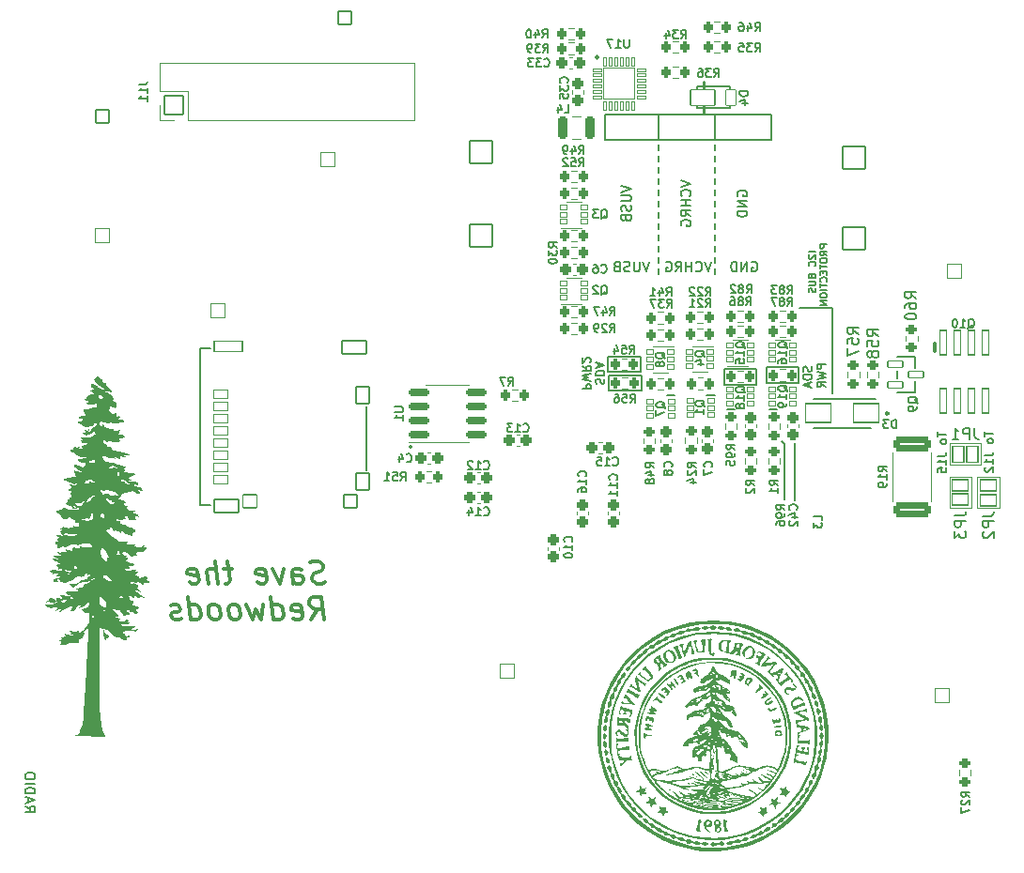
<source format=gbo>
%TF.GenerationSoftware,KiCad,Pcbnew,7.0.2-0*%
%TF.CreationDate,2024-03-08T20:06:00-08:00*%
%TF.ProjectId,mainboard,6d61696e-626f-4617-9264-2e6b69636164,rev?*%
%TF.SameCoordinates,Original*%
%TF.FileFunction,Legend,Bot*%
%TF.FilePolarity,Positive*%
%FSLAX46Y46*%
G04 Gerber Fmt 4.6, Leading zero omitted, Abs format (unit mm)*
G04 Created by KiCad (PCBNEW 7.0.2-0) date 2024-03-08 20:06:00*
%MOMM*%
%LPD*%
G01*
G04 APERTURE LIST*
G04 Aperture macros list*
%AMRoundRect*
0 Rectangle with rounded corners*
0 $1 Rounding radius*
0 $2 $3 $4 $5 $6 $7 $8 $9 X,Y pos of 4 corners*
0 Add a 4 corners polygon primitive as box body*
4,1,4,$2,$3,$4,$5,$6,$7,$8,$9,$2,$3,0*
0 Add four circle primitives for the rounded corners*
1,1,$1+$1,$2,$3*
1,1,$1+$1,$4,$5*
1,1,$1+$1,$6,$7*
1,1,$1+$1,$8,$9*
0 Add four rect primitives between the rounded corners*
20,1,$1+$1,$2,$3,$4,$5,0*
20,1,$1+$1,$4,$5,$6,$7,0*
20,1,$1+$1,$6,$7,$8,$9,0*
20,1,$1+$1,$8,$9,$2,$3,0*%
%AMFreePoly0*
4,1,35,1.110921,2.785921,1.125800,2.750000,1.125800,-2.750000,1.110921,-2.785921,1.075000,-2.800800,-0.537500,-2.800800,-0.543557,-2.800438,-0.670818,-2.785155,-0.683397,-2.781975,-0.819570,-2.728276,-0.831629,-2.721496,-0.948265,-2.633048,-0.958048,-2.623265,-1.046496,-2.506629,-1.053276,-2.494570,-1.106975,-2.358397,-1.110155,-2.345818,-1.125438,-2.218557,-1.125800,-2.212500,-1.125800,2.212500,
-1.125438,2.218557,-1.110155,2.345818,-1.106975,2.358397,-1.053276,2.494570,-1.046496,2.506629,-0.958048,2.623265,-0.948265,2.633048,-0.831629,2.721496,-0.819570,2.728276,-0.683397,2.781975,-0.670818,2.785155,-0.543557,2.800438,-0.537500,2.800800,1.075000,2.800800,1.110921,2.785921,1.110921,2.785921,$1*%
%AMFreePoly1*
4,1,35,0.543557,2.800438,0.670818,2.785155,0.683397,2.781975,0.819570,2.728276,0.831629,2.721496,0.948265,2.633048,0.958048,2.623265,1.046496,2.506629,1.053276,2.494570,1.106975,2.358397,1.110155,2.345818,1.125438,2.218557,1.125800,2.212500,1.125800,-2.212500,1.125438,-2.218557,1.110155,-2.345818,1.106975,-2.358397,1.053276,-2.494570,1.046496,-2.506629,0.958048,-2.623265,
0.948265,-2.633048,0.831629,-2.721496,0.819570,-2.728276,0.683397,-2.781975,0.670818,-2.785155,0.543557,-2.800438,0.537500,-2.800800,-1.075000,-2.800800,-1.110921,-2.785921,-1.125800,-2.750000,-1.125800,2.750000,-1.110921,2.785921,-1.075000,2.800800,0.537500,2.800800,0.543557,2.800438,0.543557,2.800438,$1*%
G04 Aperture macros list end*
%ADD10C,0.127000*%
%ADD11C,0.200000*%
%ADD12C,0.203200*%
%ADD13C,0.300000*%
%ADD14C,0.150000*%
%ADD15C,0.154432*%
%ADD16C,0.120000*%
%ADD17C,0.250000*%
%ADD18C,0.240278*%
%ADD19C,0.152400*%
%ADD20C,0.190500*%
%ADD21RoundRect,0.076200X-0.575000X-0.575000X0.575000X-0.575000X0.575000X0.575000X-0.575000X0.575000X0*%
%ADD22C,1.302400*%
%ADD23RoundRect,0.076200X-0.575000X0.575000X-0.575000X-0.575000X0.575000X-0.575000X0.575000X0.575000X0*%
%ADD24RoundRect,0.076200X0.575000X0.575000X-0.575000X0.575000X-0.575000X-0.575000X0.575000X-0.575000X0*%
%ADD25RoundRect,0.050800X-0.750000X0.500000X-0.750000X-0.500000X0.750000X-0.500000X0.750000X0.500000X0*%
%ADD26RoundRect,0.050800X0.500000X0.750000X-0.500000X0.750000X-0.500000X-0.750000X0.500000X-0.750000X0*%
%ADD27C,5.701600*%
%ADD28C,2.133600*%
%ADD29C,2.151600*%
%ADD30C,2.351600*%
%ADD31RoundRect,0.063500X-1.016000X1.016000X-1.016000X-1.016000X1.016000X-1.016000X1.016000X1.016000X0*%
%ADD32C,2.159000*%
%ADD33O,1.101600X2.201600*%
%ADD34O,1.101600X1.701600*%
%ADD35RoundRect,0.050800X0.654000X0.654000X-0.654000X0.654000X-0.654000X-0.654000X0.654000X-0.654000X0*%
%ADD36C,1.409600*%
%ADD37RoundRect,0.050800X0.654000X-0.654000X0.654000X0.654000X-0.654000X0.654000X-0.654000X-0.654000X0*%
%ADD38RoundRect,0.050800X-0.654000X0.654000X-0.654000X-0.654000X0.654000X-0.654000X0.654000X0.654000X0*%
%ADD39RoundRect,0.275800X-0.225000X-0.250000X0.225000X-0.250000X0.225000X0.250000X-0.225000X0.250000X0*%
%ADD40RoundRect,0.275800X0.250000X-0.225000X0.250000X0.225000X-0.250000X0.225000X-0.250000X-0.225000X0*%
%ADD41RoundRect,0.250800X-0.275000X0.200000X-0.275000X-0.200000X0.275000X-0.200000X0.275000X0.200000X0*%
%ADD42RoundRect,0.250800X-0.200000X-0.275000X0.200000X-0.275000X0.200000X0.275000X-0.200000X0.275000X0*%
%ADD43RoundRect,0.063500X-0.620000X0.400000X-0.620000X-0.400000X0.620000X-0.400000X0.620000X0.400000X0*%
%ADD44RoundRect,0.063500X-0.600000X0.580000X-0.600000X-0.580000X0.600000X-0.580000X0.600000X0.580000X0*%
%ADD45RoundRect,0.063500X-1.250000X0.475000X-1.250000X-0.475000X1.250000X-0.475000X1.250000X0.475000X0*%
%ADD46RoundRect,0.063500X-1.100000X0.575000X-1.100000X-0.575000X1.100000X-0.575000X1.100000X0.575000X0*%
%ADD47RoundRect,0.063500X-0.575000X0.750000X-0.575000X-0.750000X0.575000X-0.750000X0.575000X0.750000X0*%
%ADD48RoundRect,0.063500X-0.625000X0.580000X-0.625000X-0.580000X0.625000X-0.580000X0.625000X0.580000X0*%
%ADD49RoundRect,0.275800X-0.250000X0.225000X-0.250000X-0.225000X0.250000X-0.225000X0.250000X0.225000X0*%
%ADD50RoundRect,0.275800X0.225000X0.250000X-0.225000X0.250000X-0.225000X-0.250000X0.225000X-0.250000X0*%
%ADD51RoundRect,0.200800X-0.725000X-0.150000X0.725000X-0.150000X0.725000X0.150000X-0.725000X0.150000X0*%
%ADD52C,2.000000*%
%ADD53RoundRect,0.050800X0.150000X0.400000X-0.150000X0.400000X-0.150000X-0.400000X0.150000X-0.400000X0*%
%ADD54RoundRect,0.050800X-0.400000X0.150000X-0.400000X-0.150000X0.400000X-0.150000X0.400000X0.150000X0*%
%ADD55RoundRect,0.050800X-1.400000X1.400000X-1.400000X-1.400000X1.400000X-1.400000X1.400000X1.400000X0*%
%ADD56RoundRect,0.250800X0.200000X0.275000X-0.200000X0.275000X-0.200000X-0.275000X0.200000X-0.275000X0*%
%ADD57RoundRect,0.228400X-0.222400X-0.822400X0.222400X-0.822400X0.222400X0.822400X-0.222400X0.822400X0*%
%ADD58RoundRect,0.050800X-0.325000X-0.200000X0.325000X-0.200000X0.325000X0.200000X-0.325000X0.200000X0*%
%ADD59RoundRect,0.050800X-0.300000X0.200000X-0.300000X-0.200000X0.300000X-0.200000X0.300000X0.200000X0*%
%ADD60RoundRect,0.250800X0.275000X-0.200000X0.275000X0.200000X-0.275000X0.200000X-0.275000X-0.200000X0*%
%ADD61RoundRect,0.063500X-0.450000X-0.700000X0.450000X-0.700000X0.450000X0.700000X-0.450000X0.700000X0*%
%ADD62RoundRect,0.063500X-1.100000X-0.700000X1.100000X-0.700000X1.100000X0.700000X-1.100000X0.700000X0*%
%ADD63C,1.501600*%
%ADD64RoundRect,0.050800X0.325000X0.200000X-0.325000X0.200000X-0.325000X-0.200000X0.325000X-0.200000X0*%
%ADD65RoundRect,0.050800X0.300000X-0.200000X0.300000X0.200000X-0.300000X0.200000X-0.300000X-0.200000X0*%
%ADD66FreePoly0,270.000000*%
%ADD67FreePoly1,270.000000*%
%ADD68RoundRect,0.050800X1.175000X-0.850000X1.175000X0.850000X-1.175000X0.850000X-1.175000X-0.850000X0*%
%ADD69RoundRect,0.050800X-0.304800X-1.104900X0.304800X-1.104900X0.304800X1.104900X-0.304800X1.104900X0*%
%ADD70RoundRect,0.300800X-1.425000X0.362500X-1.425000X-0.362500X1.425000X-0.362500X1.425000X0.362500X0*%
%ADD71RoundRect,0.050800X-0.850000X0.850000X-0.850000X-0.850000X0.850000X-0.850000X0.850000X0.850000X0*%
%ADD72O,1.801600X1.801600*%
%ADD73RoundRect,0.063500X0.660400X-0.279400X0.660400X0.279400X-0.660400X0.279400X-0.660400X-0.279400X0*%
G04 APERTURE END LIST*
D10*
X185344745Y-97647571D02*
X185344745Y-98083000D01*
X186106745Y-97865285D02*
X185344745Y-97865285D01*
X186106745Y-98445856D02*
X186070460Y-98373285D01*
X186070460Y-98373285D02*
X186034174Y-98336999D01*
X186034174Y-98336999D02*
X185961602Y-98300713D01*
X185961602Y-98300713D02*
X185743888Y-98300713D01*
X185743888Y-98300713D02*
X185671317Y-98336999D01*
X185671317Y-98336999D02*
X185635031Y-98373285D01*
X185635031Y-98373285D02*
X185598745Y-98445856D01*
X185598745Y-98445856D02*
X185598745Y-98554713D01*
X185598745Y-98554713D02*
X185635031Y-98627285D01*
X185635031Y-98627285D02*
X185671317Y-98663571D01*
X185671317Y-98663571D02*
X185743888Y-98699856D01*
X185743888Y-98699856D02*
X185961602Y-98699856D01*
X185961602Y-98699856D02*
X186034174Y-98663571D01*
X186034174Y-98663571D02*
X186070460Y-98627285D01*
X186070460Y-98627285D02*
X186106745Y-98554713D01*
X186106745Y-98554713D02*
X186106745Y-98445856D01*
X185344745Y-99824713D02*
X185889031Y-99824713D01*
X185889031Y-99824713D02*
X185997888Y-99788428D01*
X185997888Y-99788428D02*
X186070460Y-99715856D01*
X186070460Y-99715856D02*
X186106745Y-99606999D01*
X186106745Y-99606999D02*
X186106745Y-99534428D01*
X186106745Y-100586713D02*
X186106745Y-100151284D01*
X186106745Y-100368999D02*
X185344745Y-100368999D01*
X185344745Y-100368999D02*
X185453602Y-100296427D01*
X185453602Y-100296427D02*
X185526174Y-100223856D01*
X185526174Y-100223856D02*
X185562460Y-100151284D01*
X185417317Y-100876998D02*
X185381031Y-100913284D01*
X185381031Y-100913284D02*
X185344745Y-100985856D01*
X185344745Y-100985856D02*
X185344745Y-101167284D01*
X185344745Y-101167284D02*
X185381031Y-101239856D01*
X185381031Y-101239856D02*
X185417317Y-101276141D01*
X185417317Y-101276141D02*
X185489888Y-101312427D01*
X185489888Y-101312427D02*
X185562460Y-101312427D01*
X185562460Y-101312427D02*
X185671317Y-101276141D01*
X185671317Y-101276141D02*
X186106745Y-100840713D01*
X186106745Y-100840713D02*
X186106745Y-101312427D01*
X181119745Y-97697571D02*
X181119745Y-98133000D01*
X181881745Y-97915285D02*
X181119745Y-97915285D01*
X181881745Y-98495856D02*
X181845460Y-98423285D01*
X181845460Y-98423285D02*
X181809174Y-98386999D01*
X181809174Y-98386999D02*
X181736602Y-98350713D01*
X181736602Y-98350713D02*
X181518888Y-98350713D01*
X181518888Y-98350713D02*
X181446317Y-98386999D01*
X181446317Y-98386999D02*
X181410031Y-98423285D01*
X181410031Y-98423285D02*
X181373745Y-98495856D01*
X181373745Y-98495856D02*
X181373745Y-98604713D01*
X181373745Y-98604713D02*
X181410031Y-98677285D01*
X181410031Y-98677285D02*
X181446317Y-98713571D01*
X181446317Y-98713571D02*
X181518888Y-98749856D01*
X181518888Y-98749856D02*
X181736602Y-98749856D01*
X181736602Y-98749856D02*
X181809174Y-98713571D01*
X181809174Y-98713571D02*
X181845460Y-98677285D01*
X181845460Y-98677285D02*
X181881745Y-98604713D01*
X181881745Y-98604713D02*
X181881745Y-98495856D01*
X181119745Y-99874713D02*
X181664031Y-99874713D01*
X181664031Y-99874713D02*
X181772888Y-99838428D01*
X181772888Y-99838428D02*
X181845460Y-99765856D01*
X181845460Y-99765856D02*
X181881745Y-99656999D01*
X181881745Y-99656999D02*
X181881745Y-99584428D01*
X181881745Y-100636713D02*
X181881745Y-100201284D01*
X181881745Y-100418999D02*
X181119745Y-100418999D01*
X181119745Y-100418999D02*
X181228602Y-100346427D01*
X181228602Y-100346427D02*
X181301174Y-100273856D01*
X181301174Y-100273856D02*
X181337460Y-100201284D01*
X181119745Y-101326141D02*
X181119745Y-100963284D01*
X181119745Y-100963284D02*
X181482602Y-100926998D01*
X181482602Y-100926998D02*
X181446317Y-100963284D01*
X181446317Y-100963284D02*
X181410031Y-101035856D01*
X181410031Y-101035856D02*
X181410031Y-101217284D01*
X181410031Y-101217284D02*
X181446317Y-101289856D01*
X181446317Y-101289856D02*
X181482602Y-101326141D01*
X181482602Y-101326141D02*
X181555174Y-101362427D01*
X181555174Y-101362427D02*
X181736602Y-101362427D01*
X181736602Y-101362427D02*
X181809174Y-101326141D01*
X181809174Y-101326141D02*
X181845460Y-101289856D01*
X181845460Y-101289856D02*
X181881745Y-101217284D01*
X181881745Y-101217284D02*
X181881745Y-101035856D01*
X181881745Y-101035856D02*
X181845460Y-100963284D01*
X181845460Y-100963284D02*
X181809174Y-100926998D01*
X151130000Y-69088000D02*
X151130000Y-71374000D01*
X151130000Y-71374000D02*
X166116000Y-71374000D01*
X166116000Y-71374000D02*
X166116000Y-69088000D01*
X166116000Y-69088000D02*
X151130000Y-69088000D01*
X155956000Y-79883000D02*
X155956000Y-80391000D01*
X155956000Y-79375000D02*
X155956000Y-78867000D01*
X155956000Y-77851000D02*
X155956000Y-78359000D01*
X155956000Y-76835000D02*
X155956000Y-77343000D01*
X155956000Y-74803000D02*
X155956000Y-75311000D01*
X155956000Y-76327000D02*
X155956000Y-75819000D01*
X155956000Y-73787000D02*
X155956000Y-74295000D01*
X155956000Y-71755000D02*
X155956000Y-72263000D01*
X155956000Y-73279000D02*
X155956000Y-72771000D01*
X155956000Y-81407000D02*
X155956000Y-80899000D01*
X155956000Y-82423000D02*
X155956000Y-81915000D01*
X155956000Y-83439000D02*
X155956000Y-82931000D01*
X165671500Y-91859100D02*
X165671500Y-93256100D01*
X168592500Y-91859100D02*
X165671500Y-91859100D01*
X168592500Y-91859100D02*
X168592500Y-93256100D01*
X168592500Y-93256100D02*
X165671500Y-93256100D01*
X164782500Y-92011500D02*
X164782500Y-93408500D01*
X164782500Y-93408500D02*
X161861500Y-93408500D01*
X164782500Y-92011500D02*
X161861500Y-92011500D01*
X161861500Y-92011500D02*
X161861500Y-93408500D01*
X171640500Y-94200000D02*
X171640500Y-86487000D01*
X168656000Y-86487000D02*
X171640500Y-86487000D01*
X161036000Y-71374000D02*
X161036000Y-69088000D01*
X161036000Y-77851000D02*
X161036000Y-78359000D01*
X161036000Y-79375000D02*
X161036000Y-78867000D01*
X161036000Y-79883000D02*
X161036000Y-80391000D01*
X161036000Y-83439000D02*
X161036000Y-82931000D01*
X161036000Y-82423000D02*
X161036000Y-81915000D01*
X161036000Y-71755000D02*
X161036000Y-72263000D01*
X161036000Y-74803000D02*
X161036000Y-75311000D01*
X161036000Y-76835000D02*
X161036000Y-77343000D01*
X161036000Y-73279000D02*
X161036000Y-72771000D01*
X161036000Y-76327000D02*
X161036000Y-75819000D01*
X161036000Y-81407000D02*
X161036000Y-80899000D01*
X161036000Y-73787000D02*
X161036000Y-74295000D01*
X154391000Y-93988500D02*
X151470000Y-93988500D01*
X154331000Y-90881500D02*
X151410000Y-90881500D01*
X167300000Y-98800000D02*
X167000000Y-98500000D01*
X154331000Y-92278500D02*
X151410000Y-92278500D01*
X151470000Y-92591500D02*
X151470000Y-93988500D01*
X154331000Y-90881500D02*
X154331000Y-92278500D01*
X167300000Y-103800000D02*
X167300000Y-98800000D01*
X154391000Y-92591500D02*
X154391000Y-93988500D01*
X154391000Y-92591500D02*
X151470000Y-92591500D01*
D11*
X133731000Y-99060000D02*
G75*
G03*
X133731000Y-99060000I-127000J0D01*
G01*
D10*
X151410000Y-90881500D02*
X151410000Y-92278500D01*
X155956000Y-69088000D02*
X155956000Y-71374000D01*
X168200000Y-103900000D02*
X168200000Y-98700000D01*
X98851295Y-131444999D02*
X99274629Y-131741332D01*
X98851295Y-131952999D02*
X99740295Y-131952999D01*
X99740295Y-131952999D02*
X99740295Y-131614332D01*
X99740295Y-131614332D02*
X99697962Y-131529666D01*
X99697962Y-131529666D02*
X99655629Y-131487332D01*
X99655629Y-131487332D02*
X99570962Y-131444999D01*
X99570962Y-131444999D02*
X99443962Y-131444999D01*
X99443962Y-131444999D02*
X99359295Y-131487332D01*
X99359295Y-131487332D02*
X99316962Y-131529666D01*
X99316962Y-131529666D02*
X99274629Y-131614332D01*
X99274629Y-131614332D02*
X99274629Y-131952999D01*
X99105295Y-131106332D02*
X99105295Y-130682999D01*
X98851295Y-131190999D02*
X99740295Y-130894666D01*
X99740295Y-130894666D02*
X98851295Y-130598332D01*
X98851295Y-130301999D02*
X99740295Y-130301999D01*
X99740295Y-130301999D02*
X99740295Y-130090332D01*
X99740295Y-130090332D02*
X99697962Y-129963332D01*
X99697962Y-129963332D02*
X99613295Y-129878666D01*
X99613295Y-129878666D02*
X99528629Y-129836332D01*
X99528629Y-129836332D02*
X99359295Y-129793999D01*
X99359295Y-129793999D02*
X99232295Y-129793999D01*
X99232295Y-129793999D02*
X99062962Y-129836332D01*
X99062962Y-129836332D02*
X98978295Y-129878666D01*
X98978295Y-129878666D02*
X98893629Y-129963332D01*
X98893629Y-129963332D02*
X98851295Y-130090332D01*
X98851295Y-130090332D02*
X98851295Y-130301999D01*
X98851295Y-129412999D02*
X99740295Y-129412999D01*
X99740295Y-128820333D02*
X99740295Y-128650999D01*
X99740295Y-128650999D02*
X99697962Y-128566333D01*
X99697962Y-128566333D02*
X99613295Y-128481666D01*
X99613295Y-128481666D02*
X99443962Y-128439333D01*
X99443962Y-128439333D02*
X99147629Y-128439333D01*
X99147629Y-128439333D02*
X98978295Y-128481666D01*
X98978295Y-128481666D02*
X98893629Y-128566333D01*
X98893629Y-128566333D02*
X98851295Y-128650999D01*
X98851295Y-128650999D02*
X98851295Y-128820333D01*
X98851295Y-128820333D02*
X98893629Y-128904999D01*
X98893629Y-128904999D02*
X98978295Y-128989666D01*
X98978295Y-128989666D02*
X99147629Y-129031999D01*
X99147629Y-129031999D02*
X99443962Y-129031999D01*
X99443962Y-129031999D02*
X99613295Y-128989666D01*
X99613295Y-128989666D02*
X99697962Y-128904999D01*
X99697962Y-128904999D02*
X99740295Y-128820333D01*
D12*
X160697333Y-82314204D02*
X160401000Y-83203204D01*
X160401000Y-83203204D02*
X160104666Y-82314204D01*
X159300333Y-83118537D02*
X159342666Y-83160871D01*
X159342666Y-83160871D02*
X159469666Y-83203204D01*
X159469666Y-83203204D02*
X159554333Y-83203204D01*
X159554333Y-83203204D02*
X159681333Y-83160871D01*
X159681333Y-83160871D02*
X159766000Y-83076204D01*
X159766000Y-83076204D02*
X159808333Y-82991537D01*
X159808333Y-82991537D02*
X159850666Y-82822204D01*
X159850666Y-82822204D02*
X159850666Y-82695204D01*
X159850666Y-82695204D02*
X159808333Y-82525871D01*
X159808333Y-82525871D02*
X159766000Y-82441204D01*
X159766000Y-82441204D02*
X159681333Y-82356537D01*
X159681333Y-82356537D02*
X159554333Y-82314204D01*
X159554333Y-82314204D02*
X159469666Y-82314204D01*
X159469666Y-82314204D02*
X159342666Y-82356537D01*
X159342666Y-82356537D02*
X159300333Y-82398871D01*
X158919333Y-83203204D02*
X158919333Y-82314204D01*
X158919333Y-82737537D02*
X158411333Y-82737537D01*
X158411333Y-83203204D02*
X158411333Y-82314204D01*
X157480000Y-83203204D02*
X157776333Y-82779871D01*
X157988000Y-83203204D02*
X157988000Y-82314204D01*
X157988000Y-82314204D02*
X157649333Y-82314204D01*
X157649333Y-82314204D02*
X157564667Y-82356537D01*
X157564667Y-82356537D02*
X157522333Y-82398871D01*
X157522333Y-82398871D02*
X157480000Y-82483537D01*
X157480000Y-82483537D02*
X157480000Y-82610537D01*
X157480000Y-82610537D02*
X157522333Y-82695204D01*
X157522333Y-82695204D02*
X157564667Y-82737537D01*
X157564667Y-82737537D02*
X157649333Y-82779871D01*
X157649333Y-82779871D02*
X157988000Y-82779871D01*
X156633333Y-82356537D02*
X156718000Y-82314204D01*
X156718000Y-82314204D02*
X156845000Y-82314204D01*
X156845000Y-82314204D02*
X156972000Y-82356537D01*
X156972000Y-82356537D02*
X157056667Y-82441204D01*
X157056667Y-82441204D02*
X157099000Y-82525871D01*
X157099000Y-82525871D02*
X157141333Y-82695204D01*
X157141333Y-82695204D02*
X157141333Y-82822204D01*
X157141333Y-82822204D02*
X157099000Y-82991537D01*
X157099000Y-82991537D02*
X157056667Y-83076204D01*
X157056667Y-83076204D02*
X156972000Y-83160871D01*
X156972000Y-83160871D02*
X156845000Y-83203204D01*
X156845000Y-83203204D02*
X156760333Y-83203204D01*
X156760333Y-83203204D02*
X156633333Y-83160871D01*
X156633333Y-83160871D02*
X156591000Y-83118537D01*
X156591000Y-83118537D02*
X156591000Y-82822204D01*
X156591000Y-82822204D02*
X156760333Y-82822204D01*
X155109333Y-82314204D02*
X154813000Y-83203204D01*
X154813000Y-83203204D02*
X154516666Y-82314204D01*
X154220333Y-82314204D02*
X154220333Y-83033871D01*
X154220333Y-83033871D02*
X154178000Y-83118537D01*
X154178000Y-83118537D02*
X154135666Y-83160871D01*
X154135666Y-83160871D02*
X154051000Y-83203204D01*
X154051000Y-83203204D02*
X153881666Y-83203204D01*
X153881666Y-83203204D02*
X153797000Y-83160871D01*
X153797000Y-83160871D02*
X153754666Y-83118537D01*
X153754666Y-83118537D02*
X153712333Y-83033871D01*
X153712333Y-83033871D02*
X153712333Y-82314204D01*
X153331333Y-83160871D02*
X153204333Y-83203204D01*
X153204333Y-83203204D02*
X152992667Y-83203204D01*
X152992667Y-83203204D02*
X152908000Y-83160871D01*
X152908000Y-83160871D02*
X152865667Y-83118537D01*
X152865667Y-83118537D02*
X152823333Y-83033871D01*
X152823333Y-83033871D02*
X152823333Y-82949204D01*
X152823333Y-82949204D02*
X152865667Y-82864537D01*
X152865667Y-82864537D02*
X152908000Y-82822204D01*
X152908000Y-82822204D02*
X152992667Y-82779871D01*
X152992667Y-82779871D02*
X153162000Y-82737537D01*
X153162000Y-82737537D02*
X153246667Y-82695204D01*
X153246667Y-82695204D02*
X153289000Y-82652871D01*
X153289000Y-82652871D02*
X153331333Y-82568204D01*
X153331333Y-82568204D02*
X153331333Y-82483537D01*
X153331333Y-82483537D02*
X153289000Y-82398871D01*
X153289000Y-82398871D02*
X153246667Y-82356537D01*
X153246667Y-82356537D02*
X153162000Y-82314204D01*
X153162000Y-82314204D02*
X152950333Y-82314204D01*
X152950333Y-82314204D02*
X152823333Y-82356537D01*
X152146000Y-82737537D02*
X152019000Y-82779871D01*
X152019000Y-82779871D02*
X151976666Y-82822204D01*
X151976666Y-82822204D02*
X151934333Y-82906871D01*
X151934333Y-82906871D02*
X151934333Y-83033871D01*
X151934333Y-83033871D02*
X151976666Y-83118537D01*
X151976666Y-83118537D02*
X152019000Y-83160871D01*
X152019000Y-83160871D02*
X152103666Y-83203204D01*
X152103666Y-83203204D02*
X152442333Y-83203204D01*
X152442333Y-83203204D02*
X152442333Y-82314204D01*
X152442333Y-82314204D02*
X152146000Y-82314204D01*
X152146000Y-82314204D02*
X152061333Y-82356537D01*
X152061333Y-82356537D02*
X152019000Y-82398871D01*
X152019000Y-82398871D02*
X151976666Y-82483537D01*
X151976666Y-82483537D02*
X151976666Y-82568204D01*
X151976666Y-82568204D02*
X152019000Y-82652871D01*
X152019000Y-82652871D02*
X152061333Y-82695204D01*
X152061333Y-82695204D02*
X152146000Y-82737537D01*
X152146000Y-82737537D02*
X152442333Y-82737537D01*
D10*
X170093588Y-81443809D02*
X169458588Y-81443809D01*
X169519064Y-81715952D02*
X169488826Y-81746190D01*
X169488826Y-81746190D02*
X169458588Y-81806666D01*
X169458588Y-81806666D02*
X169458588Y-81957857D01*
X169458588Y-81957857D02*
X169488826Y-82018333D01*
X169488826Y-82018333D02*
X169519064Y-82048571D01*
X169519064Y-82048571D02*
X169579540Y-82078809D01*
X169579540Y-82078809D02*
X169640016Y-82078809D01*
X169640016Y-82078809D02*
X169730730Y-82048571D01*
X169730730Y-82048571D02*
X170093588Y-81685714D01*
X170093588Y-81685714D02*
X170093588Y-82078809D01*
X170033111Y-82713809D02*
X170063350Y-82683571D01*
X170063350Y-82683571D02*
X170093588Y-82592857D01*
X170093588Y-82592857D02*
X170093588Y-82532381D01*
X170093588Y-82532381D02*
X170063350Y-82441666D01*
X170063350Y-82441666D02*
X170002873Y-82381190D01*
X170002873Y-82381190D02*
X169942397Y-82350952D01*
X169942397Y-82350952D02*
X169821445Y-82320714D01*
X169821445Y-82320714D02*
X169730730Y-82320714D01*
X169730730Y-82320714D02*
X169609778Y-82350952D01*
X169609778Y-82350952D02*
X169549302Y-82381190D01*
X169549302Y-82381190D02*
X169488826Y-82441666D01*
X169488826Y-82441666D02*
X169458588Y-82532381D01*
X169458588Y-82532381D02*
X169458588Y-82592857D01*
X169458588Y-82592857D02*
X169488826Y-82683571D01*
X169488826Y-82683571D02*
X169519064Y-82713809D01*
X169760969Y-83681429D02*
X169791207Y-83772143D01*
X169791207Y-83772143D02*
X169821445Y-83802381D01*
X169821445Y-83802381D02*
X169881921Y-83832619D01*
X169881921Y-83832619D02*
X169972635Y-83832619D01*
X169972635Y-83832619D02*
X170033111Y-83802381D01*
X170033111Y-83802381D02*
X170063350Y-83772143D01*
X170063350Y-83772143D02*
X170093588Y-83711667D01*
X170093588Y-83711667D02*
X170093588Y-83469762D01*
X170093588Y-83469762D02*
X169458588Y-83469762D01*
X169458588Y-83469762D02*
X169458588Y-83681429D01*
X169458588Y-83681429D02*
X169488826Y-83741905D01*
X169488826Y-83741905D02*
X169519064Y-83772143D01*
X169519064Y-83772143D02*
X169579540Y-83802381D01*
X169579540Y-83802381D02*
X169640016Y-83802381D01*
X169640016Y-83802381D02*
X169700492Y-83772143D01*
X169700492Y-83772143D02*
X169730730Y-83741905D01*
X169730730Y-83741905D02*
X169760969Y-83681429D01*
X169760969Y-83681429D02*
X169760969Y-83469762D01*
X169458588Y-84104762D02*
X169972635Y-84104762D01*
X169972635Y-84104762D02*
X170033111Y-84135000D01*
X170033111Y-84135000D02*
X170063350Y-84165238D01*
X170063350Y-84165238D02*
X170093588Y-84225714D01*
X170093588Y-84225714D02*
X170093588Y-84346667D01*
X170093588Y-84346667D02*
X170063350Y-84407143D01*
X170063350Y-84407143D02*
X170033111Y-84437381D01*
X170033111Y-84437381D02*
X169972635Y-84467619D01*
X169972635Y-84467619D02*
X169458588Y-84467619D01*
X170063350Y-84739762D02*
X170093588Y-84830476D01*
X170093588Y-84830476D02*
X170093588Y-84981667D01*
X170093588Y-84981667D02*
X170063350Y-85042143D01*
X170063350Y-85042143D02*
X170033111Y-85072381D01*
X170033111Y-85072381D02*
X169972635Y-85102619D01*
X169972635Y-85102619D02*
X169912159Y-85102619D01*
X169912159Y-85102619D02*
X169851683Y-85072381D01*
X169851683Y-85072381D02*
X169821445Y-85042143D01*
X169821445Y-85042143D02*
X169791207Y-84981667D01*
X169791207Y-84981667D02*
X169760969Y-84860714D01*
X169760969Y-84860714D02*
X169730730Y-84800238D01*
X169730730Y-84800238D02*
X169700492Y-84770000D01*
X169700492Y-84770000D02*
X169640016Y-84739762D01*
X169640016Y-84739762D02*
X169579540Y-84739762D01*
X169579540Y-84739762D02*
X169519064Y-84770000D01*
X169519064Y-84770000D02*
X169488826Y-84800238D01*
X169488826Y-84800238D02*
X169458588Y-84860714D01*
X169458588Y-84860714D02*
X169458588Y-85011905D01*
X169458588Y-85011905D02*
X169488826Y-85102619D01*
X171122288Y-80778571D02*
X170487288Y-80778571D01*
X170487288Y-80778571D02*
X170487288Y-81020476D01*
X170487288Y-81020476D02*
X170517526Y-81080952D01*
X170517526Y-81080952D02*
X170547764Y-81111190D01*
X170547764Y-81111190D02*
X170608240Y-81141428D01*
X170608240Y-81141428D02*
X170698954Y-81141428D01*
X170698954Y-81141428D02*
X170759430Y-81111190D01*
X170759430Y-81111190D02*
X170789669Y-81080952D01*
X170789669Y-81080952D02*
X170819907Y-81020476D01*
X170819907Y-81020476D02*
X170819907Y-80778571D01*
X171122288Y-81776428D02*
X170819907Y-81564761D01*
X171122288Y-81413571D02*
X170487288Y-81413571D01*
X170487288Y-81413571D02*
X170487288Y-81655476D01*
X170487288Y-81655476D02*
X170517526Y-81715952D01*
X170517526Y-81715952D02*
X170547764Y-81746190D01*
X170547764Y-81746190D02*
X170608240Y-81776428D01*
X170608240Y-81776428D02*
X170698954Y-81776428D01*
X170698954Y-81776428D02*
X170759430Y-81746190D01*
X170759430Y-81746190D02*
X170789669Y-81715952D01*
X170789669Y-81715952D02*
X170819907Y-81655476D01*
X170819907Y-81655476D02*
X170819907Y-81413571D01*
X170487288Y-82169523D02*
X170487288Y-82290476D01*
X170487288Y-82290476D02*
X170517526Y-82350952D01*
X170517526Y-82350952D02*
X170578002Y-82411428D01*
X170578002Y-82411428D02*
X170698954Y-82441666D01*
X170698954Y-82441666D02*
X170910621Y-82441666D01*
X170910621Y-82441666D02*
X171031573Y-82411428D01*
X171031573Y-82411428D02*
X171092050Y-82350952D01*
X171092050Y-82350952D02*
X171122288Y-82290476D01*
X171122288Y-82290476D02*
X171122288Y-82169523D01*
X171122288Y-82169523D02*
X171092050Y-82109047D01*
X171092050Y-82109047D02*
X171031573Y-82048571D01*
X171031573Y-82048571D02*
X170910621Y-82018333D01*
X170910621Y-82018333D02*
X170698954Y-82018333D01*
X170698954Y-82018333D02*
X170578002Y-82048571D01*
X170578002Y-82048571D02*
X170517526Y-82109047D01*
X170517526Y-82109047D02*
X170487288Y-82169523D01*
X170487288Y-82623095D02*
X170487288Y-82985952D01*
X171122288Y-82804523D02*
X170487288Y-82804523D01*
X170789669Y-83197619D02*
X170789669Y-83409286D01*
X171122288Y-83500000D02*
X171122288Y-83197619D01*
X171122288Y-83197619D02*
X170487288Y-83197619D01*
X170487288Y-83197619D02*
X170487288Y-83500000D01*
X171061811Y-84135000D02*
X171092050Y-84104762D01*
X171092050Y-84104762D02*
X171122288Y-84014048D01*
X171122288Y-84014048D02*
X171122288Y-83953572D01*
X171122288Y-83953572D02*
X171092050Y-83862857D01*
X171092050Y-83862857D02*
X171031573Y-83802381D01*
X171031573Y-83802381D02*
X170971097Y-83772143D01*
X170971097Y-83772143D02*
X170850145Y-83741905D01*
X170850145Y-83741905D02*
X170759430Y-83741905D01*
X170759430Y-83741905D02*
X170638478Y-83772143D01*
X170638478Y-83772143D02*
X170578002Y-83802381D01*
X170578002Y-83802381D02*
X170517526Y-83862857D01*
X170517526Y-83862857D02*
X170487288Y-83953572D01*
X170487288Y-83953572D02*
X170487288Y-84014048D01*
X170487288Y-84014048D02*
X170517526Y-84104762D01*
X170517526Y-84104762D02*
X170547764Y-84135000D01*
X170487288Y-84316429D02*
X170487288Y-84679286D01*
X171122288Y-84497857D02*
X170487288Y-84497857D01*
X171122288Y-84890953D02*
X170487288Y-84890953D01*
X170487288Y-85314286D02*
X170487288Y-85435239D01*
X170487288Y-85435239D02*
X170517526Y-85495715D01*
X170517526Y-85495715D02*
X170578002Y-85556191D01*
X170578002Y-85556191D02*
X170698954Y-85586429D01*
X170698954Y-85586429D02*
X170910621Y-85586429D01*
X170910621Y-85586429D02*
X171031573Y-85556191D01*
X171031573Y-85556191D02*
X171092050Y-85495715D01*
X171092050Y-85495715D02*
X171122288Y-85435239D01*
X171122288Y-85435239D02*
X171122288Y-85314286D01*
X171122288Y-85314286D02*
X171092050Y-85253810D01*
X171092050Y-85253810D02*
X171031573Y-85193334D01*
X171031573Y-85193334D02*
X170910621Y-85163096D01*
X170910621Y-85163096D02*
X170698954Y-85163096D01*
X170698954Y-85163096D02*
X170578002Y-85193334D01*
X170578002Y-85193334D02*
X170517526Y-85253810D01*
X170517526Y-85253810D02*
X170487288Y-85314286D01*
X171122288Y-85858572D02*
X170487288Y-85858572D01*
X170487288Y-85858572D02*
X171122288Y-86221429D01*
X171122288Y-86221429D02*
X170487288Y-86221429D01*
X169705020Y-91793785D02*
X169741305Y-91902643D01*
X169741305Y-91902643D02*
X169741305Y-92084071D01*
X169741305Y-92084071D02*
X169705020Y-92156643D01*
X169705020Y-92156643D02*
X169668734Y-92192928D01*
X169668734Y-92192928D02*
X169596162Y-92229214D01*
X169596162Y-92229214D02*
X169523591Y-92229214D01*
X169523591Y-92229214D02*
X169451020Y-92192928D01*
X169451020Y-92192928D02*
X169414734Y-92156643D01*
X169414734Y-92156643D02*
X169378448Y-92084071D01*
X169378448Y-92084071D02*
X169342162Y-91938928D01*
X169342162Y-91938928D02*
X169305877Y-91866357D01*
X169305877Y-91866357D02*
X169269591Y-91830071D01*
X169269591Y-91830071D02*
X169197020Y-91793785D01*
X169197020Y-91793785D02*
X169124448Y-91793785D01*
X169124448Y-91793785D02*
X169051877Y-91830071D01*
X169051877Y-91830071D02*
X169015591Y-91866357D01*
X169015591Y-91866357D02*
X168979305Y-91938928D01*
X168979305Y-91938928D02*
X168979305Y-92120357D01*
X168979305Y-92120357D02*
X169015591Y-92229214D01*
X169741305Y-92555785D02*
X168979305Y-92555785D01*
X168979305Y-92555785D02*
X168979305Y-92737214D01*
X168979305Y-92737214D02*
X169015591Y-92846071D01*
X169015591Y-92846071D02*
X169088162Y-92918642D01*
X169088162Y-92918642D02*
X169160734Y-92954928D01*
X169160734Y-92954928D02*
X169305877Y-92991214D01*
X169305877Y-92991214D02*
X169414734Y-92991214D01*
X169414734Y-92991214D02*
X169559877Y-92954928D01*
X169559877Y-92954928D02*
X169632448Y-92918642D01*
X169632448Y-92918642D02*
X169705020Y-92846071D01*
X169705020Y-92846071D02*
X169741305Y-92737214D01*
X169741305Y-92737214D02*
X169741305Y-92555785D01*
X169523591Y-93281499D02*
X169523591Y-93644357D01*
X169741305Y-93208928D02*
X168979305Y-93462928D01*
X168979305Y-93462928D02*
X169741305Y-93716928D01*
X170975745Y-91576071D02*
X170213745Y-91576071D01*
X170213745Y-91576071D02*
X170213745Y-91866357D01*
X170213745Y-91866357D02*
X170250031Y-91938928D01*
X170250031Y-91938928D02*
X170286317Y-91975214D01*
X170286317Y-91975214D02*
X170358888Y-92011500D01*
X170358888Y-92011500D02*
X170467745Y-92011500D01*
X170467745Y-92011500D02*
X170540317Y-91975214D01*
X170540317Y-91975214D02*
X170576602Y-91938928D01*
X170576602Y-91938928D02*
X170612888Y-91866357D01*
X170612888Y-91866357D02*
X170612888Y-91576071D01*
X170213745Y-92265500D02*
X170975745Y-92446928D01*
X170975745Y-92446928D02*
X170431460Y-92592071D01*
X170431460Y-92592071D02*
X170975745Y-92737214D01*
X170975745Y-92737214D02*
X170213745Y-92918643D01*
X170975745Y-93644357D02*
X170612888Y-93390357D01*
X170975745Y-93208928D02*
X170213745Y-93208928D01*
X170213745Y-93208928D02*
X170213745Y-93499214D01*
X170213745Y-93499214D02*
X170250031Y-93571785D01*
X170250031Y-93571785D02*
X170286317Y-93608071D01*
X170286317Y-93608071D02*
X170358888Y-93644357D01*
X170358888Y-93644357D02*
X170467745Y-93644357D01*
X170467745Y-93644357D02*
X170540317Y-93608071D01*
X170540317Y-93608071D02*
X170576602Y-93571785D01*
X170576602Y-93571785D02*
X170612888Y-93499214D01*
X170612888Y-93499214D02*
X170612888Y-93208928D01*
D12*
X163089167Y-76411667D02*
X163046834Y-76327000D01*
X163046834Y-76327000D02*
X163046834Y-76200000D01*
X163046834Y-76200000D02*
X163089167Y-76073000D01*
X163089167Y-76073000D02*
X163173834Y-75988334D01*
X163173834Y-75988334D02*
X163258501Y-75946000D01*
X163258501Y-75946000D02*
X163427834Y-75903667D01*
X163427834Y-75903667D02*
X163554834Y-75903667D01*
X163554834Y-75903667D02*
X163724167Y-75946000D01*
X163724167Y-75946000D02*
X163808834Y-75988334D01*
X163808834Y-75988334D02*
X163893501Y-76073000D01*
X163893501Y-76073000D02*
X163935834Y-76200000D01*
X163935834Y-76200000D02*
X163935834Y-76284667D01*
X163935834Y-76284667D02*
X163893501Y-76411667D01*
X163893501Y-76411667D02*
X163851167Y-76454000D01*
X163851167Y-76454000D02*
X163554834Y-76454000D01*
X163554834Y-76454000D02*
X163554834Y-76284667D01*
X163935834Y-76835000D02*
X163046834Y-76835000D01*
X163046834Y-76835000D02*
X163935834Y-77343000D01*
X163935834Y-77343000D02*
X163046834Y-77343000D01*
X163935834Y-77766333D02*
X163046834Y-77766333D01*
X163046834Y-77766333D02*
X163046834Y-77978000D01*
X163046834Y-77978000D02*
X163089167Y-78105000D01*
X163089167Y-78105000D02*
X163173834Y-78189667D01*
X163173834Y-78189667D02*
X163258501Y-78232000D01*
X163258501Y-78232000D02*
X163427834Y-78274333D01*
X163427834Y-78274333D02*
X163554834Y-78274333D01*
X163554834Y-78274333D02*
X163724167Y-78232000D01*
X163724167Y-78232000D02*
X163808834Y-78189667D01*
X163808834Y-78189667D02*
X163893501Y-78105000D01*
X163893501Y-78105000D02*
X163935834Y-77978000D01*
X163935834Y-77978000D02*
X163935834Y-77766333D01*
X157966834Y-74993500D02*
X158855834Y-75289834D01*
X158855834Y-75289834D02*
X157966834Y-75586167D01*
X158771167Y-76390500D02*
X158813501Y-76348167D01*
X158813501Y-76348167D02*
X158855834Y-76221167D01*
X158855834Y-76221167D02*
X158855834Y-76136500D01*
X158855834Y-76136500D02*
X158813501Y-76009500D01*
X158813501Y-76009500D02*
X158728834Y-75924834D01*
X158728834Y-75924834D02*
X158644167Y-75882500D01*
X158644167Y-75882500D02*
X158474834Y-75840167D01*
X158474834Y-75840167D02*
X158347834Y-75840167D01*
X158347834Y-75840167D02*
X158178501Y-75882500D01*
X158178501Y-75882500D02*
X158093834Y-75924834D01*
X158093834Y-75924834D02*
X158009167Y-76009500D01*
X158009167Y-76009500D02*
X157966834Y-76136500D01*
X157966834Y-76136500D02*
X157966834Y-76221167D01*
X157966834Y-76221167D02*
X158009167Y-76348167D01*
X158009167Y-76348167D02*
X158051501Y-76390500D01*
X158855834Y-76771500D02*
X157966834Y-76771500D01*
X158390167Y-76771500D02*
X158390167Y-77279500D01*
X158855834Y-77279500D02*
X157966834Y-77279500D01*
X158855834Y-78210833D02*
X158432501Y-77914500D01*
X158855834Y-77702833D02*
X157966834Y-77702833D01*
X157966834Y-77702833D02*
X157966834Y-78041500D01*
X157966834Y-78041500D02*
X158009167Y-78126167D01*
X158009167Y-78126167D02*
X158051501Y-78168500D01*
X158051501Y-78168500D02*
X158136167Y-78210833D01*
X158136167Y-78210833D02*
X158263167Y-78210833D01*
X158263167Y-78210833D02*
X158347834Y-78168500D01*
X158347834Y-78168500D02*
X158390167Y-78126167D01*
X158390167Y-78126167D02*
X158432501Y-78041500D01*
X158432501Y-78041500D02*
X158432501Y-77702833D01*
X158009167Y-79057500D02*
X157966834Y-78972833D01*
X157966834Y-78972833D02*
X157966834Y-78845833D01*
X157966834Y-78845833D02*
X158009167Y-78718833D01*
X158009167Y-78718833D02*
X158093834Y-78634167D01*
X158093834Y-78634167D02*
X158178501Y-78591833D01*
X158178501Y-78591833D02*
X158347834Y-78549500D01*
X158347834Y-78549500D02*
X158474834Y-78549500D01*
X158474834Y-78549500D02*
X158644167Y-78591833D01*
X158644167Y-78591833D02*
X158728834Y-78634167D01*
X158728834Y-78634167D02*
X158813501Y-78718833D01*
X158813501Y-78718833D02*
X158855834Y-78845833D01*
X158855834Y-78845833D02*
X158855834Y-78930500D01*
X158855834Y-78930500D02*
X158813501Y-79057500D01*
X158813501Y-79057500D02*
X158771167Y-79099833D01*
X158771167Y-79099833D02*
X158474834Y-79099833D01*
X158474834Y-79099833D02*
X158474834Y-78930500D01*
X152587477Y-75459166D02*
X153476477Y-75755500D01*
X153476477Y-75755500D02*
X152587477Y-76051833D01*
X152587477Y-76348166D02*
X153307144Y-76348166D01*
X153307144Y-76348166D02*
X153391810Y-76390500D01*
X153391810Y-76390500D02*
X153434144Y-76432833D01*
X153434144Y-76432833D02*
X153476477Y-76517500D01*
X153476477Y-76517500D02*
X153476477Y-76686833D01*
X153476477Y-76686833D02*
X153434144Y-76771500D01*
X153434144Y-76771500D02*
X153391810Y-76813833D01*
X153391810Y-76813833D02*
X153307144Y-76856166D01*
X153307144Y-76856166D02*
X152587477Y-76856166D01*
X153434144Y-77237166D02*
X153476477Y-77364166D01*
X153476477Y-77364166D02*
X153476477Y-77575833D01*
X153476477Y-77575833D02*
X153434144Y-77660499D01*
X153434144Y-77660499D02*
X153391810Y-77702833D01*
X153391810Y-77702833D02*
X153307144Y-77745166D01*
X153307144Y-77745166D02*
X153222477Y-77745166D01*
X153222477Y-77745166D02*
X153137810Y-77702833D01*
X153137810Y-77702833D02*
X153095477Y-77660499D01*
X153095477Y-77660499D02*
X153053144Y-77575833D01*
X153053144Y-77575833D02*
X153010810Y-77406499D01*
X153010810Y-77406499D02*
X152968477Y-77321833D01*
X152968477Y-77321833D02*
X152926144Y-77279499D01*
X152926144Y-77279499D02*
X152841477Y-77237166D01*
X152841477Y-77237166D02*
X152756810Y-77237166D01*
X152756810Y-77237166D02*
X152672144Y-77279499D01*
X152672144Y-77279499D02*
X152629810Y-77321833D01*
X152629810Y-77321833D02*
X152587477Y-77406499D01*
X152587477Y-77406499D02*
X152587477Y-77618166D01*
X152587477Y-77618166D02*
X152629810Y-77745166D01*
X153010810Y-78422500D02*
X153053144Y-78549500D01*
X153053144Y-78549500D02*
X153095477Y-78591833D01*
X153095477Y-78591833D02*
X153180144Y-78634166D01*
X153180144Y-78634166D02*
X153307144Y-78634166D01*
X153307144Y-78634166D02*
X153391810Y-78591833D01*
X153391810Y-78591833D02*
X153434144Y-78549500D01*
X153434144Y-78549500D02*
X153476477Y-78464833D01*
X153476477Y-78464833D02*
X153476477Y-78126166D01*
X153476477Y-78126166D02*
X152587477Y-78126166D01*
X152587477Y-78126166D02*
X152587477Y-78422500D01*
X152587477Y-78422500D02*
X152629810Y-78507166D01*
X152629810Y-78507166D02*
X152672144Y-78549500D01*
X152672144Y-78549500D02*
X152756810Y-78591833D01*
X152756810Y-78591833D02*
X152841477Y-78591833D01*
X152841477Y-78591833D02*
X152926144Y-78549500D01*
X152926144Y-78549500D02*
X152968477Y-78507166D01*
X152968477Y-78507166D02*
X153010810Y-78422500D01*
X153010810Y-78422500D02*
X153010810Y-78126166D01*
X164359166Y-82356537D02*
X164443833Y-82314204D01*
X164443833Y-82314204D02*
X164570833Y-82314204D01*
X164570833Y-82314204D02*
X164697833Y-82356537D01*
X164697833Y-82356537D02*
X164782500Y-82441204D01*
X164782500Y-82441204D02*
X164824833Y-82525871D01*
X164824833Y-82525871D02*
X164867166Y-82695204D01*
X164867166Y-82695204D02*
X164867166Y-82822204D01*
X164867166Y-82822204D02*
X164824833Y-82991537D01*
X164824833Y-82991537D02*
X164782500Y-83076204D01*
X164782500Y-83076204D02*
X164697833Y-83160871D01*
X164697833Y-83160871D02*
X164570833Y-83203204D01*
X164570833Y-83203204D02*
X164486166Y-83203204D01*
X164486166Y-83203204D02*
X164359166Y-83160871D01*
X164359166Y-83160871D02*
X164316833Y-83118537D01*
X164316833Y-83118537D02*
X164316833Y-82822204D01*
X164316833Y-82822204D02*
X164486166Y-82822204D01*
X163935833Y-83203204D02*
X163935833Y-82314204D01*
X163935833Y-82314204D02*
X163427833Y-83203204D01*
X163427833Y-83203204D02*
X163427833Y-82314204D01*
X163004500Y-83203204D02*
X163004500Y-82314204D01*
X163004500Y-82314204D02*
X162792833Y-82314204D01*
X162792833Y-82314204D02*
X162665833Y-82356537D01*
X162665833Y-82356537D02*
X162581167Y-82441204D01*
X162581167Y-82441204D02*
X162538833Y-82525871D01*
X162538833Y-82525871D02*
X162496500Y-82695204D01*
X162496500Y-82695204D02*
X162496500Y-82822204D01*
X162496500Y-82822204D02*
X162538833Y-82991537D01*
X162538833Y-82991537D02*
X162581167Y-83076204D01*
X162581167Y-83076204D02*
X162665833Y-83160871D01*
X162665833Y-83160871D02*
X162792833Y-83203204D01*
X162792833Y-83203204D02*
X163004500Y-83203204D01*
D13*
X125880714Y-111260000D02*
X125606905Y-111355238D01*
X125606905Y-111355238D02*
X125130714Y-111355238D01*
X125130714Y-111355238D02*
X124928333Y-111260000D01*
X124928333Y-111260000D02*
X124821190Y-111164761D01*
X124821190Y-111164761D02*
X124702143Y-110974285D01*
X124702143Y-110974285D02*
X124678333Y-110783809D01*
X124678333Y-110783809D02*
X124749762Y-110593333D01*
X124749762Y-110593333D02*
X124833095Y-110498095D01*
X124833095Y-110498095D02*
X125011667Y-110402857D01*
X125011667Y-110402857D02*
X125380714Y-110307619D01*
X125380714Y-110307619D02*
X125559286Y-110212380D01*
X125559286Y-110212380D02*
X125642619Y-110117142D01*
X125642619Y-110117142D02*
X125714047Y-109926666D01*
X125714047Y-109926666D02*
X125690238Y-109736190D01*
X125690238Y-109736190D02*
X125571190Y-109545714D01*
X125571190Y-109545714D02*
X125464047Y-109450476D01*
X125464047Y-109450476D02*
X125261667Y-109355238D01*
X125261667Y-109355238D02*
X124785476Y-109355238D01*
X124785476Y-109355238D02*
X124511667Y-109450476D01*
X123047381Y-111355238D02*
X122916429Y-110307619D01*
X122916429Y-110307619D02*
X122987857Y-110117142D01*
X122987857Y-110117142D02*
X123166429Y-110021904D01*
X123166429Y-110021904D02*
X123547381Y-110021904D01*
X123547381Y-110021904D02*
X123749762Y-110117142D01*
X123035476Y-111260000D02*
X123237857Y-111355238D01*
X123237857Y-111355238D02*
X123714048Y-111355238D01*
X123714048Y-111355238D02*
X123892619Y-111260000D01*
X123892619Y-111260000D02*
X123964048Y-111069523D01*
X123964048Y-111069523D02*
X123940238Y-110879047D01*
X123940238Y-110879047D02*
X123821190Y-110688571D01*
X123821190Y-110688571D02*
X123618810Y-110593333D01*
X123618810Y-110593333D02*
X123142619Y-110593333D01*
X123142619Y-110593333D02*
X122940238Y-110498095D01*
X122130714Y-110021904D02*
X121821191Y-111355238D01*
X121821191Y-111355238D02*
X121178333Y-110021904D01*
X119821190Y-111260000D02*
X120023571Y-111355238D01*
X120023571Y-111355238D02*
X120404524Y-111355238D01*
X120404524Y-111355238D02*
X120583095Y-111260000D01*
X120583095Y-111260000D02*
X120654524Y-111069523D01*
X120654524Y-111069523D02*
X120559286Y-110307619D01*
X120559286Y-110307619D02*
X120440238Y-110117142D01*
X120440238Y-110117142D02*
X120237857Y-110021904D01*
X120237857Y-110021904D02*
X119856905Y-110021904D01*
X119856905Y-110021904D02*
X119678333Y-110117142D01*
X119678333Y-110117142D02*
X119606905Y-110307619D01*
X119606905Y-110307619D02*
X119630714Y-110498095D01*
X119630714Y-110498095D02*
X120606905Y-110688571D01*
X117487856Y-110021904D02*
X116725952Y-110021904D01*
X117118809Y-109355238D02*
X117333095Y-111069523D01*
X117333095Y-111069523D02*
X117261666Y-111260000D01*
X117261666Y-111260000D02*
X117083095Y-111355238D01*
X117083095Y-111355238D02*
X116892618Y-111355238D01*
X116237857Y-111355238D02*
X115987857Y-109355238D01*
X115380714Y-111355238D02*
X115249762Y-110307619D01*
X115249762Y-110307619D02*
X115321190Y-110117142D01*
X115321190Y-110117142D02*
X115499762Y-110021904D01*
X115499762Y-110021904D02*
X115785476Y-110021904D01*
X115785476Y-110021904D02*
X115987857Y-110117142D01*
X115987857Y-110117142D02*
X116095000Y-110212380D01*
X113666428Y-111260000D02*
X113868809Y-111355238D01*
X113868809Y-111355238D02*
X114249762Y-111355238D01*
X114249762Y-111355238D02*
X114428333Y-111260000D01*
X114428333Y-111260000D02*
X114499762Y-111069523D01*
X114499762Y-111069523D02*
X114404524Y-110307619D01*
X114404524Y-110307619D02*
X114285476Y-110117142D01*
X114285476Y-110117142D02*
X114083095Y-110021904D01*
X114083095Y-110021904D02*
X113702143Y-110021904D01*
X113702143Y-110021904D02*
X113523571Y-110117142D01*
X113523571Y-110117142D02*
X113452143Y-110307619D01*
X113452143Y-110307619D02*
X113475952Y-110498095D01*
X113475952Y-110498095D02*
X114452143Y-110688571D01*
X124648571Y-114595238D02*
X125196190Y-113642857D01*
X125791428Y-114595238D02*
X125541428Y-112595238D01*
X125541428Y-112595238D02*
X124779523Y-112595238D01*
X124779523Y-112595238D02*
X124600952Y-112690476D01*
X124600952Y-112690476D02*
X124517618Y-112785714D01*
X124517618Y-112785714D02*
X124446190Y-112976190D01*
X124446190Y-112976190D02*
X124481904Y-113261904D01*
X124481904Y-113261904D02*
X124600952Y-113452380D01*
X124600952Y-113452380D02*
X124708094Y-113547619D01*
X124708094Y-113547619D02*
X124910475Y-113642857D01*
X124910475Y-113642857D02*
X125672380Y-113642857D01*
X123029523Y-114500000D02*
X123231904Y-114595238D01*
X123231904Y-114595238D02*
X123612857Y-114595238D01*
X123612857Y-114595238D02*
X123791428Y-114500000D01*
X123791428Y-114500000D02*
X123862857Y-114309523D01*
X123862857Y-114309523D02*
X123767619Y-113547619D01*
X123767619Y-113547619D02*
X123648571Y-113357142D01*
X123648571Y-113357142D02*
X123446190Y-113261904D01*
X123446190Y-113261904D02*
X123065238Y-113261904D01*
X123065238Y-113261904D02*
X122886666Y-113357142D01*
X122886666Y-113357142D02*
X122815238Y-113547619D01*
X122815238Y-113547619D02*
X122839047Y-113738095D01*
X122839047Y-113738095D02*
X123815238Y-113928571D01*
X121243809Y-114595238D02*
X120993809Y-112595238D01*
X121231904Y-114500000D02*
X121434285Y-114595238D01*
X121434285Y-114595238D02*
X121815238Y-114595238D01*
X121815238Y-114595238D02*
X121993809Y-114500000D01*
X121993809Y-114500000D02*
X122077142Y-114404761D01*
X122077142Y-114404761D02*
X122148571Y-114214285D01*
X122148571Y-114214285D02*
X122077142Y-113642857D01*
X122077142Y-113642857D02*
X121958095Y-113452380D01*
X121958095Y-113452380D02*
X121850952Y-113357142D01*
X121850952Y-113357142D02*
X121648571Y-113261904D01*
X121648571Y-113261904D02*
X121267618Y-113261904D01*
X121267618Y-113261904D02*
X121089047Y-113357142D01*
X120327142Y-113261904D02*
X120112857Y-114595238D01*
X120112857Y-114595238D02*
X119612857Y-113642857D01*
X119612857Y-113642857D02*
X119350952Y-114595238D01*
X119350952Y-114595238D02*
X118803333Y-113261904D01*
X117934286Y-114595238D02*
X118112857Y-114500000D01*
X118112857Y-114500000D02*
X118196190Y-114404761D01*
X118196190Y-114404761D02*
X118267619Y-114214285D01*
X118267619Y-114214285D02*
X118196190Y-113642857D01*
X118196190Y-113642857D02*
X118077143Y-113452380D01*
X118077143Y-113452380D02*
X117970000Y-113357142D01*
X117970000Y-113357142D02*
X117767619Y-113261904D01*
X117767619Y-113261904D02*
X117481905Y-113261904D01*
X117481905Y-113261904D02*
X117303333Y-113357142D01*
X117303333Y-113357142D02*
X117220000Y-113452380D01*
X117220000Y-113452380D02*
X117148571Y-113642857D01*
X117148571Y-113642857D02*
X117220000Y-114214285D01*
X117220000Y-114214285D02*
X117339047Y-114404761D01*
X117339047Y-114404761D02*
X117446190Y-114500000D01*
X117446190Y-114500000D02*
X117648571Y-114595238D01*
X117648571Y-114595238D02*
X117934286Y-114595238D01*
X116136667Y-114595238D02*
X116315238Y-114500000D01*
X116315238Y-114500000D02*
X116398571Y-114404761D01*
X116398571Y-114404761D02*
X116470000Y-114214285D01*
X116470000Y-114214285D02*
X116398571Y-113642857D01*
X116398571Y-113642857D02*
X116279524Y-113452380D01*
X116279524Y-113452380D02*
X116172381Y-113357142D01*
X116172381Y-113357142D02*
X115970000Y-113261904D01*
X115970000Y-113261904D02*
X115684286Y-113261904D01*
X115684286Y-113261904D02*
X115505714Y-113357142D01*
X115505714Y-113357142D02*
X115422381Y-113452380D01*
X115422381Y-113452380D02*
X115350952Y-113642857D01*
X115350952Y-113642857D02*
X115422381Y-114214285D01*
X115422381Y-114214285D02*
X115541428Y-114404761D01*
X115541428Y-114404761D02*
X115648571Y-114500000D01*
X115648571Y-114500000D02*
X115850952Y-114595238D01*
X115850952Y-114595238D02*
X116136667Y-114595238D01*
X113767619Y-114595238D02*
X113517619Y-112595238D01*
X113755714Y-114500000D02*
X113958095Y-114595238D01*
X113958095Y-114595238D02*
X114339048Y-114595238D01*
X114339048Y-114595238D02*
X114517619Y-114500000D01*
X114517619Y-114500000D02*
X114600952Y-114404761D01*
X114600952Y-114404761D02*
X114672381Y-114214285D01*
X114672381Y-114214285D02*
X114600952Y-113642857D01*
X114600952Y-113642857D02*
X114481905Y-113452380D01*
X114481905Y-113452380D02*
X114374762Y-113357142D01*
X114374762Y-113357142D02*
X114172381Y-113261904D01*
X114172381Y-113261904D02*
X113791428Y-113261904D01*
X113791428Y-113261904D02*
X113612857Y-113357142D01*
X112910476Y-114500000D02*
X112731905Y-114595238D01*
X112731905Y-114595238D02*
X112350952Y-114595238D01*
X112350952Y-114595238D02*
X112148571Y-114500000D01*
X112148571Y-114500000D02*
X112029524Y-114309523D01*
X112029524Y-114309523D02*
X112017619Y-114214285D01*
X112017619Y-114214285D02*
X112089048Y-114023809D01*
X112089048Y-114023809D02*
X112267619Y-113928571D01*
X112267619Y-113928571D02*
X112553333Y-113928571D01*
X112553333Y-113928571D02*
X112731905Y-113833333D01*
X112731905Y-113833333D02*
X112803333Y-113642857D01*
X112803333Y-113642857D02*
X112791429Y-113547619D01*
X112791429Y-113547619D02*
X112672381Y-113357142D01*
X112672381Y-113357142D02*
X112470000Y-113261904D01*
X112470000Y-113261904D02*
X112184286Y-113261904D01*
X112184286Y-113261904D02*
X112005714Y-113357142D01*
D10*
X150343980Y-93335285D02*
X150307694Y-93226428D01*
X150307694Y-93226428D02*
X150307694Y-93044999D01*
X150307694Y-93044999D02*
X150343980Y-92972428D01*
X150343980Y-92972428D02*
X150380265Y-92936142D01*
X150380265Y-92936142D02*
X150452837Y-92899856D01*
X150452837Y-92899856D02*
X150525408Y-92899856D01*
X150525408Y-92899856D02*
X150597980Y-92936142D01*
X150597980Y-92936142D02*
X150634265Y-92972428D01*
X150634265Y-92972428D02*
X150670551Y-93044999D01*
X150670551Y-93044999D02*
X150706837Y-93190142D01*
X150706837Y-93190142D02*
X150743122Y-93262713D01*
X150743122Y-93262713D02*
X150779408Y-93298999D01*
X150779408Y-93298999D02*
X150851980Y-93335285D01*
X150851980Y-93335285D02*
X150924551Y-93335285D01*
X150924551Y-93335285D02*
X150997122Y-93298999D01*
X150997122Y-93298999D02*
X151033408Y-93262713D01*
X151033408Y-93262713D02*
X151069694Y-93190142D01*
X151069694Y-93190142D02*
X151069694Y-93008713D01*
X151069694Y-93008713D02*
X151033408Y-92899856D01*
X150307694Y-92573285D02*
X151069694Y-92573285D01*
X151069694Y-92573285D02*
X151069694Y-92391856D01*
X151069694Y-92391856D02*
X151033408Y-92282999D01*
X151033408Y-92282999D02*
X150960837Y-92210428D01*
X150960837Y-92210428D02*
X150888265Y-92174142D01*
X150888265Y-92174142D02*
X150743122Y-92137856D01*
X150743122Y-92137856D02*
X150634265Y-92137856D01*
X150634265Y-92137856D02*
X150489122Y-92174142D01*
X150489122Y-92174142D02*
X150416551Y-92210428D01*
X150416551Y-92210428D02*
X150343980Y-92282999D01*
X150343980Y-92282999D02*
X150307694Y-92391856D01*
X150307694Y-92391856D02*
X150307694Y-92573285D01*
X150525408Y-91847571D02*
X150525408Y-91484714D01*
X150307694Y-91920142D02*
X151069694Y-91666142D01*
X151069694Y-91666142D02*
X150307694Y-91412142D01*
X149073254Y-93788856D02*
X149835254Y-93788856D01*
X149835254Y-93788856D02*
X149835254Y-93498570D01*
X149835254Y-93498570D02*
X149798968Y-93425999D01*
X149798968Y-93425999D02*
X149762682Y-93389713D01*
X149762682Y-93389713D02*
X149690111Y-93353427D01*
X149690111Y-93353427D02*
X149581254Y-93353427D01*
X149581254Y-93353427D02*
X149508682Y-93389713D01*
X149508682Y-93389713D02*
X149472397Y-93425999D01*
X149472397Y-93425999D02*
X149436111Y-93498570D01*
X149436111Y-93498570D02*
X149436111Y-93788856D01*
X149835254Y-93099427D02*
X149073254Y-92917999D01*
X149073254Y-92917999D02*
X149617540Y-92772856D01*
X149617540Y-92772856D02*
X149073254Y-92627713D01*
X149073254Y-92627713D02*
X149835254Y-92446285D01*
X149073254Y-91720570D02*
X149436111Y-91974570D01*
X149073254Y-92155999D02*
X149835254Y-92155999D01*
X149835254Y-92155999D02*
X149835254Y-91865713D01*
X149835254Y-91865713D02*
X149798968Y-91793142D01*
X149798968Y-91793142D02*
X149762682Y-91756856D01*
X149762682Y-91756856D02*
X149690111Y-91720570D01*
X149690111Y-91720570D02*
X149581254Y-91720570D01*
X149581254Y-91720570D02*
X149508682Y-91756856D01*
X149508682Y-91756856D02*
X149472397Y-91793142D01*
X149472397Y-91793142D02*
X149436111Y-91865713D01*
X149436111Y-91865713D02*
X149436111Y-92155999D01*
X149762682Y-91430285D02*
X149798968Y-91393999D01*
X149798968Y-91393999D02*
X149835254Y-91321428D01*
X149835254Y-91321428D02*
X149835254Y-91139999D01*
X149835254Y-91139999D02*
X149798968Y-91067428D01*
X149798968Y-91067428D02*
X149762682Y-91031142D01*
X149762682Y-91031142D02*
X149690111Y-90994856D01*
X149690111Y-90994856D02*
X149617540Y-90994856D01*
X149617540Y-90994856D02*
X149508682Y-91031142D01*
X149508682Y-91031142D02*
X149073254Y-91466570D01*
X149073254Y-91466570D02*
X149073254Y-90994856D01*
D14*
X182637619Y-105241666D02*
X183351904Y-105241666D01*
X183351904Y-105241666D02*
X183494761Y-105194047D01*
X183494761Y-105194047D02*
X183590000Y-105098809D01*
X183590000Y-105098809D02*
X183637619Y-104955952D01*
X183637619Y-104955952D02*
X183637619Y-104860714D01*
X183637619Y-105717857D02*
X182637619Y-105717857D01*
X182637619Y-105717857D02*
X182637619Y-106098809D01*
X182637619Y-106098809D02*
X182685238Y-106194047D01*
X182685238Y-106194047D02*
X182732857Y-106241666D01*
X182732857Y-106241666D02*
X182828095Y-106289285D01*
X182828095Y-106289285D02*
X182970952Y-106289285D01*
X182970952Y-106289285D02*
X183066190Y-106241666D01*
X183066190Y-106241666D02*
X183113809Y-106194047D01*
X183113809Y-106194047D02*
X183161428Y-106098809D01*
X183161428Y-106098809D02*
X183161428Y-105717857D01*
X182637619Y-106622619D02*
X182637619Y-107241666D01*
X182637619Y-107241666D02*
X183018571Y-106908333D01*
X183018571Y-106908333D02*
X183018571Y-107051190D01*
X183018571Y-107051190D02*
X183066190Y-107146428D01*
X183066190Y-107146428D02*
X183113809Y-107194047D01*
X183113809Y-107194047D02*
X183209047Y-107241666D01*
X183209047Y-107241666D02*
X183447142Y-107241666D01*
X183447142Y-107241666D02*
X183542380Y-107194047D01*
X183542380Y-107194047D02*
X183590000Y-107146428D01*
X183590000Y-107146428D02*
X183637619Y-107051190D01*
X183637619Y-107051190D02*
X183637619Y-106765476D01*
X183637619Y-106765476D02*
X183590000Y-106670238D01*
X183590000Y-106670238D02*
X183542380Y-106622619D01*
X185162619Y-105266666D02*
X185876904Y-105266666D01*
X185876904Y-105266666D02*
X186019761Y-105219047D01*
X186019761Y-105219047D02*
X186115000Y-105123809D01*
X186115000Y-105123809D02*
X186162619Y-104980952D01*
X186162619Y-104980952D02*
X186162619Y-104885714D01*
X186162619Y-105742857D02*
X185162619Y-105742857D01*
X185162619Y-105742857D02*
X185162619Y-106123809D01*
X185162619Y-106123809D02*
X185210238Y-106219047D01*
X185210238Y-106219047D02*
X185257857Y-106266666D01*
X185257857Y-106266666D02*
X185353095Y-106314285D01*
X185353095Y-106314285D02*
X185495952Y-106314285D01*
X185495952Y-106314285D02*
X185591190Y-106266666D01*
X185591190Y-106266666D02*
X185638809Y-106219047D01*
X185638809Y-106219047D02*
X185686428Y-106123809D01*
X185686428Y-106123809D02*
X185686428Y-105742857D01*
X185257857Y-106695238D02*
X185210238Y-106742857D01*
X185210238Y-106742857D02*
X185162619Y-106838095D01*
X185162619Y-106838095D02*
X185162619Y-107076190D01*
X185162619Y-107076190D02*
X185210238Y-107171428D01*
X185210238Y-107171428D02*
X185257857Y-107219047D01*
X185257857Y-107219047D02*
X185353095Y-107266666D01*
X185353095Y-107266666D02*
X185448333Y-107266666D01*
X185448333Y-107266666D02*
X185591190Y-107219047D01*
X185591190Y-107219047D02*
X186162619Y-106647619D01*
X186162619Y-106647619D02*
X186162619Y-107266666D01*
X184408333Y-97337619D02*
X184408333Y-98051904D01*
X184408333Y-98051904D02*
X184455952Y-98194761D01*
X184455952Y-98194761D02*
X184551190Y-98290000D01*
X184551190Y-98290000D02*
X184694047Y-98337619D01*
X184694047Y-98337619D02*
X184789285Y-98337619D01*
X183932142Y-98337619D02*
X183932142Y-97337619D01*
X183932142Y-97337619D02*
X183551190Y-97337619D01*
X183551190Y-97337619D02*
X183455952Y-97385238D01*
X183455952Y-97385238D02*
X183408333Y-97432857D01*
X183408333Y-97432857D02*
X183360714Y-97528095D01*
X183360714Y-97528095D02*
X183360714Y-97670952D01*
X183360714Y-97670952D02*
X183408333Y-97766190D01*
X183408333Y-97766190D02*
X183455952Y-97813809D01*
X183455952Y-97813809D02*
X183551190Y-97861428D01*
X183551190Y-97861428D02*
X183932142Y-97861428D01*
X182408333Y-98337619D02*
X182979761Y-98337619D01*
X182694047Y-98337619D02*
X182694047Y-97337619D01*
X182694047Y-97337619D02*
X182789285Y-97480476D01*
X182789285Y-97480476D02*
X182884523Y-97575714D01*
X182884523Y-97575714D02*
X182979761Y-97623333D01*
D10*
X133222999Y-100355944D02*
X133259285Y-100392230D01*
X133259285Y-100392230D02*
X133368142Y-100428515D01*
X133368142Y-100428515D02*
X133440714Y-100428515D01*
X133440714Y-100428515D02*
X133549571Y-100392230D01*
X133549571Y-100392230D02*
X133622142Y-100319658D01*
X133622142Y-100319658D02*
X133658428Y-100247087D01*
X133658428Y-100247087D02*
X133694714Y-100101944D01*
X133694714Y-100101944D02*
X133694714Y-99993087D01*
X133694714Y-99993087D02*
X133658428Y-99847944D01*
X133658428Y-99847944D02*
X133622142Y-99775372D01*
X133622142Y-99775372D02*
X133549571Y-99702801D01*
X133549571Y-99702801D02*
X133440714Y-99666515D01*
X133440714Y-99666515D02*
X133368142Y-99666515D01*
X133368142Y-99666515D02*
X133259285Y-99702801D01*
X133259285Y-99702801D02*
X133222999Y-99739087D01*
X132569857Y-99920515D02*
X132569857Y-100428515D01*
X132751285Y-99630230D02*
X132932714Y-100174515D01*
X132932714Y-100174515D02*
X132460999Y-100174515D01*
X152171944Y-101999143D02*
X152208230Y-101962857D01*
X152208230Y-101962857D02*
X152244515Y-101854000D01*
X152244515Y-101854000D02*
X152244515Y-101781428D01*
X152244515Y-101781428D02*
X152208230Y-101672571D01*
X152208230Y-101672571D02*
X152135658Y-101600000D01*
X152135658Y-101600000D02*
X152063087Y-101563714D01*
X152063087Y-101563714D02*
X151917944Y-101527428D01*
X151917944Y-101527428D02*
X151809087Y-101527428D01*
X151809087Y-101527428D02*
X151663944Y-101563714D01*
X151663944Y-101563714D02*
X151591372Y-101600000D01*
X151591372Y-101600000D02*
X151518801Y-101672571D01*
X151518801Y-101672571D02*
X151482515Y-101781428D01*
X151482515Y-101781428D02*
X151482515Y-101854000D01*
X151482515Y-101854000D02*
X151518801Y-101962857D01*
X151518801Y-101962857D02*
X151555087Y-101999143D01*
X152244515Y-102724857D02*
X152244515Y-102289428D01*
X152244515Y-102507143D02*
X151482515Y-102507143D01*
X151482515Y-102507143D02*
X151591372Y-102434571D01*
X151591372Y-102434571D02*
X151663944Y-102362000D01*
X151663944Y-102362000D02*
X151700230Y-102289428D01*
X152244515Y-103450571D02*
X152244515Y-103015142D01*
X152244515Y-103232857D02*
X151482515Y-103232857D01*
X151482515Y-103232857D02*
X151591372Y-103160285D01*
X151591372Y-103160285D02*
X151663944Y-103087714D01*
X151663944Y-103087714D02*
X151700230Y-103015142D01*
X149377944Y-101681643D02*
X149414230Y-101645357D01*
X149414230Y-101645357D02*
X149450515Y-101536500D01*
X149450515Y-101536500D02*
X149450515Y-101463928D01*
X149450515Y-101463928D02*
X149414230Y-101355071D01*
X149414230Y-101355071D02*
X149341658Y-101282500D01*
X149341658Y-101282500D02*
X149269087Y-101246214D01*
X149269087Y-101246214D02*
X149123944Y-101209928D01*
X149123944Y-101209928D02*
X149015087Y-101209928D01*
X149015087Y-101209928D02*
X148869944Y-101246214D01*
X148869944Y-101246214D02*
X148797372Y-101282500D01*
X148797372Y-101282500D02*
X148724801Y-101355071D01*
X148724801Y-101355071D02*
X148688515Y-101463928D01*
X148688515Y-101463928D02*
X148688515Y-101536500D01*
X148688515Y-101536500D02*
X148724801Y-101645357D01*
X148724801Y-101645357D02*
X148761087Y-101681643D01*
X149450515Y-102407357D02*
X149450515Y-101971928D01*
X149450515Y-102189643D02*
X148688515Y-102189643D01*
X148688515Y-102189643D02*
X148797372Y-102117071D01*
X148797372Y-102117071D02*
X148869944Y-102044500D01*
X148869944Y-102044500D02*
X148906230Y-101971928D01*
X148688515Y-103060500D02*
X148688515Y-102915357D01*
X148688515Y-102915357D02*
X148724801Y-102842785D01*
X148724801Y-102842785D02*
X148761087Y-102806500D01*
X148761087Y-102806500D02*
X148869944Y-102733928D01*
X148869944Y-102733928D02*
X149015087Y-102697642D01*
X149015087Y-102697642D02*
X149305372Y-102697642D01*
X149305372Y-102697642D02*
X149377944Y-102733928D01*
X149377944Y-102733928D02*
X149414230Y-102770214D01*
X149414230Y-102770214D02*
X149450515Y-102842785D01*
X149450515Y-102842785D02*
X149450515Y-102987928D01*
X149450515Y-102987928D02*
X149414230Y-103060500D01*
X149414230Y-103060500D02*
X149377944Y-103096785D01*
X149377944Y-103096785D02*
X149305372Y-103133071D01*
X149305372Y-103133071D02*
X149123944Y-103133071D01*
X149123944Y-103133071D02*
X149051372Y-103096785D01*
X149051372Y-103096785D02*
X149015087Y-103060500D01*
X149015087Y-103060500D02*
X148978801Y-102987928D01*
X148978801Y-102987928D02*
X148978801Y-102842785D01*
X148978801Y-102842785D02*
X149015087Y-102770214D01*
X149015087Y-102770214D02*
X149051372Y-102733928D01*
X149051372Y-102733928D02*
X149123944Y-102697642D01*
X164563515Y-102489000D02*
X164200658Y-102235000D01*
X164563515Y-102053571D02*
X163801515Y-102053571D01*
X163801515Y-102053571D02*
X163801515Y-102343857D01*
X163801515Y-102343857D02*
X163837801Y-102416428D01*
X163837801Y-102416428D02*
X163874087Y-102452714D01*
X163874087Y-102452714D02*
X163946658Y-102489000D01*
X163946658Y-102489000D02*
X164055515Y-102489000D01*
X164055515Y-102489000D02*
X164128087Y-102452714D01*
X164128087Y-102452714D02*
X164164372Y-102416428D01*
X164164372Y-102416428D02*
X164200658Y-102343857D01*
X164200658Y-102343857D02*
X164200658Y-102053571D01*
X163874087Y-102779285D02*
X163837801Y-102815571D01*
X163837801Y-102815571D02*
X163801515Y-102888143D01*
X163801515Y-102888143D02*
X163801515Y-103069571D01*
X163801515Y-103069571D02*
X163837801Y-103142143D01*
X163837801Y-103142143D02*
X163874087Y-103178428D01*
X163874087Y-103178428D02*
X163946658Y-103214714D01*
X163946658Y-103214714D02*
X164019230Y-103214714D01*
X164019230Y-103214714D02*
X164128087Y-103178428D01*
X164128087Y-103178428D02*
X164563515Y-102743000D01*
X164563515Y-102743000D02*
X164563515Y-103214714D01*
X142366999Y-93507015D02*
X142620999Y-93144158D01*
X142802428Y-93507015D02*
X142802428Y-92745015D01*
X142802428Y-92745015D02*
X142512142Y-92745015D01*
X142512142Y-92745015D02*
X142439571Y-92781301D01*
X142439571Y-92781301D02*
X142403285Y-92817587D01*
X142403285Y-92817587D02*
X142366999Y-92890158D01*
X142366999Y-92890158D02*
X142366999Y-92999015D01*
X142366999Y-92999015D02*
X142403285Y-93071587D01*
X142403285Y-93071587D02*
X142439571Y-93107872D01*
X142439571Y-93107872D02*
X142512142Y-93144158D01*
X142512142Y-93144158D02*
X142802428Y-93144158D01*
X142112999Y-92745015D02*
X141604999Y-92745015D01*
X141604999Y-92745015D02*
X141931571Y-93507015D01*
X143745856Y-97625444D02*
X143782142Y-97661730D01*
X143782142Y-97661730D02*
X143890999Y-97698015D01*
X143890999Y-97698015D02*
X143963571Y-97698015D01*
X143963571Y-97698015D02*
X144072428Y-97661730D01*
X144072428Y-97661730D02*
X144144999Y-97589158D01*
X144144999Y-97589158D02*
X144181285Y-97516587D01*
X144181285Y-97516587D02*
X144217571Y-97371444D01*
X144217571Y-97371444D02*
X144217571Y-97262587D01*
X144217571Y-97262587D02*
X144181285Y-97117444D01*
X144181285Y-97117444D02*
X144144999Y-97044872D01*
X144144999Y-97044872D02*
X144072428Y-96972301D01*
X144072428Y-96972301D02*
X143963571Y-96936015D01*
X143963571Y-96936015D02*
X143890999Y-96936015D01*
X143890999Y-96936015D02*
X143782142Y-96972301D01*
X143782142Y-96972301D02*
X143745856Y-97008587D01*
X143020142Y-97698015D02*
X143455571Y-97698015D01*
X143237856Y-97698015D02*
X143237856Y-96936015D01*
X143237856Y-96936015D02*
X143310428Y-97044872D01*
X143310428Y-97044872D02*
X143382999Y-97117444D01*
X143382999Y-97117444D02*
X143455571Y-97153730D01*
X142766142Y-96936015D02*
X142294428Y-96936015D01*
X142294428Y-96936015D02*
X142548428Y-97226301D01*
X142548428Y-97226301D02*
X142439571Y-97226301D01*
X142439571Y-97226301D02*
X142367000Y-97262587D01*
X142367000Y-97262587D02*
X142330714Y-97298872D01*
X142330714Y-97298872D02*
X142294428Y-97371444D01*
X142294428Y-97371444D02*
X142294428Y-97552872D01*
X142294428Y-97552872D02*
X142330714Y-97625444D01*
X142330714Y-97625444D02*
X142367000Y-97661730D01*
X142367000Y-97661730D02*
X142439571Y-97698015D01*
X142439571Y-97698015D02*
X142657285Y-97698015D01*
X142657285Y-97698015D02*
X142729857Y-97661730D01*
X142729857Y-97661730D02*
X142766142Y-97625444D01*
X148113024Y-107592223D02*
X148149310Y-107555937D01*
X148149310Y-107555937D02*
X148185595Y-107447080D01*
X148185595Y-107447080D02*
X148185595Y-107374508D01*
X148185595Y-107374508D02*
X148149310Y-107265651D01*
X148149310Y-107265651D02*
X148076738Y-107193080D01*
X148076738Y-107193080D02*
X148004167Y-107156794D01*
X148004167Y-107156794D02*
X147859024Y-107120508D01*
X147859024Y-107120508D02*
X147750167Y-107120508D01*
X147750167Y-107120508D02*
X147605024Y-107156794D01*
X147605024Y-107156794D02*
X147532452Y-107193080D01*
X147532452Y-107193080D02*
X147459881Y-107265651D01*
X147459881Y-107265651D02*
X147423595Y-107374508D01*
X147423595Y-107374508D02*
X147423595Y-107447080D01*
X147423595Y-107447080D02*
X147459881Y-107555937D01*
X147459881Y-107555937D02*
X147496167Y-107592223D01*
X148185595Y-108317937D02*
X148185595Y-107882508D01*
X148185595Y-108100223D02*
X147423595Y-108100223D01*
X147423595Y-108100223D02*
X147532452Y-108027651D01*
X147532452Y-108027651D02*
X147605024Y-107955080D01*
X147605024Y-107955080D02*
X147641310Y-107882508D01*
X147423595Y-108789651D02*
X147423595Y-108862222D01*
X147423595Y-108862222D02*
X147459881Y-108934794D01*
X147459881Y-108934794D02*
X147496167Y-108971080D01*
X147496167Y-108971080D02*
X147568738Y-109007365D01*
X147568738Y-109007365D02*
X147713881Y-109043651D01*
X147713881Y-109043651D02*
X147895310Y-109043651D01*
X147895310Y-109043651D02*
X148040452Y-109007365D01*
X148040452Y-109007365D02*
X148113024Y-108971080D01*
X148113024Y-108971080D02*
X148149310Y-108934794D01*
X148149310Y-108934794D02*
X148185595Y-108862222D01*
X148185595Y-108862222D02*
X148185595Y-108789651D01*
X148185595Y-108789651D02*
X148149310Y-108717080D01*
X148149310Y-108717080D02*
X148113024Y-108680794D01*
X148113024Y-108680794D02*
X148040452Y-108644508D01*
X148040452Y-108644508D02*
X147895310Y-108608222D01*
X147895310Y-108608222D02*
X147713881Y-108608222D01*
X147713881Y-108608222D02*
X147568738Y-108644508D01*
X147568738Y-108644508D02*
X147496167Y-108680794D01*
X147496167Y-108680794D02*
X147459881Y-108717080D01*
X147459881Y-108717080D02*
X147423595Y-108789651D01*
X140189856Y-100990944D02*
X140226142Y-101027230D01*
X140226142Y-101027230D02*
X140334999Y-101063515D01*
X140334999Y-101063515D02*
X140407571Y-101063515D01*
X140407571Y-101063515D02*
X140516428Y-101027230D01*
X140516428Y-101027230D02*
X140588999Y-100954658D01*
X140588999Y-100954658D02*
X140625285Y-100882087D01*
X140625285Y-100882087D02*
X140661571Y-100736944D01*
X140661571Y-100736944D02*
X140661571Y-100628087D01*
X140661571Y-100628087D02*
X140625285Y-100482944D01*
X140625285Y-100482944D02*
X140588999Y-100410372D01*
X140588999Y-100410372D02*
X140516428Y-100337801D01*
X140516428Y-100337801D02*
X140407571Y-100301515D01*
X140407571Y-100301515D02*
X140334999Y-100301515D01*
X140334999Y-100301515D02*
X140226142Y-100337801D01*
X140226142Y-100337801D02*
X140189856Y-100374087D01*
X139464142Y-101063515D02*
X139899571Y-101063515D01*
X139681856Y-101063515D02*
X139681856Y-100301515D01*
X139681856Y-100301515D02*
X139754428Y-100410372D01*
X139754428Y-100410372D02*
X139826999Y-100482944D01*
X139826999Y-100482944D02*
X139899571Y-100519230D01*
X139173857Y-100374087D02*
X139137571Y-100337801D01*
X139137571Y-100337801D02*
X139065000Y-100301515D01*
X139065000Y-100301515D02*
X138883571Y-100301515D01*
X138883571Y-100301515D02*
X138811000Y-100337801D01*
X138811000Y-100337801D02*
X138774714Y-100374087D01*
X138774714Y-100374087D02*
X138738428Y-100446658D01*
X138738428Y-100446658D02*
X138738428Y-100519230D01*
X138738428Y-100519230D02*
X138774714Y-100628087D01*
X138774714Y-100628087D02*
X139210142Y-101063515D01*
X139210142Y-101063515D02*
X138738428Y-101063515D01*
X132178515Y-95431428D02*
X132795372Y-95431428D01*
X132795372Y-95431428D02*
X132867944Y-95467714D01*
X132867944Y-95467714D02*
X132904230Y-95504000D01*
X132904230Y-95504000D02*
X132940515Y-95576571D01*
X132940515Y-95576571D02*
X132940515Y-95721714D01*
X132940515Y-95721714D02*
X132904230Y-95794285D01*
X132904230Y-95794285D02*
X132867944Y-95830571D01*
X132867944Y-95830571D02*
X132795372Y-95866857D01*
X132795372Y-95866857D02*
X132178515Y-95866857D01*
X132940515Y-96628857D02*
X132940515Y-96193428D01*
X132940515Y-96411143D02*
X132178515Y-96411143D01*
X132178515Y-96411143D02*
X132287372Y-96338571D01*
X132287372Y-96338571D02*
X132359944Y-96266000D01*
X132359944Y-96266000D02*
X132396230Y-96193428D01*
X145473056Y-62150715D02*
X145727056Y-61787858D01*
X145908485Y-62150715D02*
X145908485Y-61388715D01*
X145908485Y-61388715D02*
X145618199Y-61388715D01*
X145618199Y-61388715D02*
X145545628Y-61425001D01*
X145545628Y-61425001D02*
X145509342Y-61461287D01*
X145509342Y-61461287D02*
X145473056Y-61533858D01*
X145473056Y-61533858D02*
X145473056Y-61642715D01*
X145473056Y-61642715D02*
X145509342Y-61715287D01*
X145509342Y-61715287D02*
X145545628Y-61751572D01*
X145545628Y-61751572D02*
X145618199Y-61787858D01*
X145618199Y-61787858D02*
X145908485Y-61787858D01*
X144819914Y-61642715D02*
X144819914Y-62150715D01*
X145001342Y-61352430D02*
X145182771Y-61896715D01*
X145182771Y-61896715D02*
X144711056Y-61896715D01*
X144275628Y-61388715D02*
X144203057Y-61388715D01*
X144203057Y-61388715D02*
X144130485Y-61425001D01*
X144130485Y-61425001D02*
X144094200Y-61461287D01*
X144094200Y-61461287D02*
X144057914Y-61533858D01*
X144057914Y-61533858D02*
X144021628Y-61679001D01*
X144021628Y-61679001D02*
X144021628Y-61860430D01*
X144021628Y-61860430D02*
X144057914Y-62005572D01*
X144057914Y-62005572D02*
X144094200Y-62078144D01*
X144094200Y-62078144D02*
X144130485Y-62114430D01*
X144130485Y-62114430D02*
X144203057Y-62150715D01*
X144203057Y-62150715D02*
X144275628Y-62150715D01*
X144275628Y-62150715D02*
X144348200Y-62114430D01*
X144348200Y-62114430D02*
X144384485Y-62078144D01*
X144384485Y-62078144D02*
X144420771Y-62005572D01*
X144420771Y-62005572D02*
X144457057Y-61860430D01*
X144457057Y-61860430D02*
X144457057Y-61679001D01*
X144457057Y-61679001D02*
X144420771Y-61533858D01*
X144420771Y-61533858D02*
X144384485Y-61461287D01*
X144384485Y-61461287D02*
X144348200Y-61425001D01*
X144348200Y-61425001D02*
X144275628Y-61388715D01*
X153279928Y-62265015D02*
X153279928Y-62881872D01*
X153279928Y-62881872D02*
X153243642Y-62954444D01*
X153243642Y-62954444D02*
X153207357Y-62990730D01*
X153207357Y-62990730D02*
X153134785Y-63027015D01*
X153134785Y-63027015D02*
X152989642Y-63027015D01*
X152989642Y-63027015D02*
X152917071Y-62990730D01*
X152917071Y-62990730D02*
X152880785Y-62954444D01*
X152880785Y-62954444D02*
X152844499Y-62881872D01*
X152844499Y-62881872D02*
X152844499Y-62265015D01*
X152082499Y-63027015D02*
X152517928Y-63027015D01*
X152300213Y-63027015D02*
X152300213Y-62265015D01*
X152300213Y-62265015D02*
X152372785Y-62373872D01*
X152372785Y-62373872D02*
X152445356Y-62446444D01*
X152445356Y-62446444D02*
X152517928Y-62482730D01*
X151828499Y-62265015D02*
X151320499Y-62265015D01*
X151320499Y-62265015D02*
X151647071Y-63027015D01*
X160941656Y-65681315D02*
X161195656Y-65318458D01*
X161377085Y-65681315D02*
X161377085Y-64919315D01*
X161377085Y-64919315D02*
X161086799Y-64919315D01*
X161086799Y-64919315D02*
X161014228Y-64955601D01*
X161014228Y-64955601D02*
X160977942Y-64991887D01*
X160977942Y-64991887D02*
X160941656Y-65064458D01*
X160941656Y-65064458D02*
X160941656Y-65173315D01*
X160941656Y-65173315D02*
X160977942Y-65245887D01*
X160977942Y-65245887D02*
X161014228Y-65282172D01*
X161014228Y-65282172D02*
X161086799Y-65318458D01*
X161086799Y-65318458D02*
X161377085Y-65318458D01*
X160687656Y-64919315D02*
X160215942Y-64919315D01*
X160215942Y-64919315D02*
X160469942Y-65209601D01*
X160469942Y-65209601D02*
X160361085Y-65209601D01*
X160361085Y-65209601D02*
X160288514Y-65245887D01*
X160288514Y-65245887D02*
X160252228Y-65282172D01*
X160252228Y-65282172D02*
X160215942Y-65354744D01*
X160215942Y-65354744D02*
X160215942Y-65536172D01*
X160215942Y-65536172D02*
X160252228Y-65608744D01*
X160252228Y-65608744D02*
X160288514Y-65645030D01*
X160288514Y-65645030D02*
X160361085Y-65681315D01*
X160361085Y-65681315D02*
X160578799Y-65681315D01*
X160578799Y-65681315D02*
X160651371Y-65645030D01*
X160651371Y-65645030D02*
X160687656Y-65608744D01*
X159562800Y-64919315D02*
X159707942Y-64919315D01*
X159707942Y-64919315D02*
X159780514Y-64955601D01*
X159780514Y-64955601D02*
X159816800Y-64991887D01*
X159816800Y-64991887D02*
X159889371Y-65100744D01*
X159889371Y-65100744D02*
X159925657Y-65245887D01*
X159925657Y-65245887D02*
X159925657Y-65536172D01*
X159925657Y-65536172D02*
X159889371Y-65608744D01*
X159889371Y-65608744D02*
X159853085Y-65645030D01*
X159853085Y-65645030D02*
X159780514Y-65681315D01*
X159780514Y-65681315D02*
X159635371Y-65681315D01*
X159635371Y-65681315D02*
X159562800Y-65645030D01*
X159562800Y-65645030D02*
X159526514Y-65608744D01*
X159526514Y-65608744D02*
X159490228Y-65536172D01*
X159490228Y-65536172D02*
X159490228Y-65354744D01*
X159490228Y-65354744D02*
X159526514Y-65282172D01*
X159526514Y-65282172D02*
X159562800Y-65245887D01*
X159562800Y-65245887D02*
X159635371Y-65209601D01*
X159635371Y-65209601D02*
X159780514Y-65209601D01*
X159780514Y-65209601D02*
X159853085Y-65245887D01*
X159853085Y-65245887D02*
X159889371Y-65282172D01*
X159889371Y-65282172D02*
X159925657Y-65354744D01*
X147726944Y-66185143D02*
X147763230Y-66148857D01*
X147763230Y-66148857D02*
X147799515Y-66040000D01*
X147799515Y-66040000D02*
X147799515Y-65967428D01*
X147799515Y-65967428D02*
X147763230Y-65858571D01*
X147763230Y-65858571D02*
X147690658Y-65786000D01*
X147690658Y-65786000D02*
X147618087Y-65749714D01*
X147618087Y-65749714D02*
X147472944Y-65713428D01*
X147472944Y-65713428D02*
X147364087Y-65713428D01*
X147364087Y-65713428D02*
X147218944Y-65749714D01*
X147218944Y-65749714D02*
X147146372Y-65786000D01*
X147146372Y-65786000D02*
X147073801Y-65858571D01*
X147073801Y-65858571D02*
X147037515Y-65967428D01*
X147037515Y-65967428D02*
X147037515Y-66040000D01*
X147037515Y-66040000D02*
X147073801Y-66148857D01*
X147073801Y-66148857D02*
X147110087Y-66185143D01*
X147037515Y-66439143D02*
X147037515Y-66910857D01*
X147037515Y-66910857D02*
X147327801Y-66656857D01*
X147327801Y-66656857D02*
X147327801Y-66765714D01*
X147327801Y-66765714D02*
X147364087Y-66838286D01*
X147364087Y-66838286D02*
X147400372Y-66874571D01*
X147400372Y-66874571D02*
X147472944Y-66910857D01*
X147472944Y-66910857D02*
X147654372Y-66910857D01*
X147654372Y-66910857D02*
X147726944Y-66874571D01*
X147726944Y-66874571D02*
X147763230Y-66838286D01*
X147763230Y-66838286D02*
X147799515Y-66765714D01*
X147799515Y-66765714D02*
X147799515Y-66548000D01*
X147799515Y-66548000D02*
X147763230Y-66475428D01*
X147763230Y-66475428D02*
X147726944Y-66439143D01*
X147037515Y-67600285D02*
X147037515Y-67237428D01*
X147037515Y-67237428D02*
X147400372Y-67201142D01*
X147400372Y-67201142D02*
X147364087Y-67237428D01*
X147364087Y-67237428D02*
X147327801Y-67310000D01*
X147327801Y-67310000D02*
X147327801Y-67491428D01*
X147327801Y-67491428D02*
X147364087Y-67564000D01*
X147364087Y-67564000D02*
X147400372Y-67600285D01*
X147400372Y-67600285D02*
X147472944Y-67636571D01*
X147472944Y-67636571D02*
X147654372Y-67636571D01*
X147654372Y-67636571D02*
X147726944Y-67600285D01*
X147726944Y-67600285D02*
X147763230Y-67564000D01*
X147763230Y-67564000D02*
X147799515Y-67491428D01*
X147799515Y-67491428D02*
X147799515Y-67310000D01*
X147799515Y-67310000D02*
X147763230Y-67237428D01*
X147763230Y-67237428D02*
X147726944Y-67201142D01*
X164624656Y-63395315D02*
X164878656Y-63032458D01*
X165060085Y-63395315D02*
X165060085Y-62633315D01*
X165060085Y-62633315D02*
X164769799Y-62633315D01*
X164769799Y-62633315D02*
X164697228Y-62669601D01*
X164697228Y-62669601D02*
X164660942Y-62705887D01*
X164660942Y-62705887D02*
X164624656Y-62778458D01*
X164624656Y-62778458D02*
X164624656Y-62887315D01*
X164624656Y-62887315D02*
X164660942Y-62959887D01*
X164660942Y-62959887D02*
X164697228Y-62996172D01*
X164697228Y-62996172D02*
X164769799Y-63032458D01*
X164769799Y-63032458D02*
X165060085Y-63032458D01*
X164370656Y-62633315D02*
X163898942Y-62633315D01*
X163898942Y-62633315D02*
X164152942Y-62923601D01*
X164152942Y-62923601D02*
X164044085Y-62923601D01*
X164044085Y-62923601D02*
X163971514Y-62959887D01*
X163971514Y-62959887D02*
X163935228Y-62996172D01*
X163935228Y-62996172D02*
X163898942Y-63068744D01*
X163898942Y-63068744D02*
X163898942Y-63250172D01*
X163898942Y-63250172D02*
X163935228Y-63322744D01*
X163935228Y-63322744D02*
X163971514Y-63359030D01*
X163971514Y-63359030D02*
X164044085Y-63395315D01*
X164044085Y-63395315D02*
X164261799Y-63395315D01*
X164261799Y-63395315D02*
X164334371Y-63359030D01*
X164334371Y-63359030D02*
X164370656Y-63322744D01*
X163209514Y-62633315D02*
X163572371Y-62633315D01*
X163572371Y-62633315D02*
X163608657Y-62996172D01*
X163608657Y-62996172D02*
X163572371Y-62959887D01*
X163572371Y-62959887D02*
X163499800Y-62923601D01*
X163499800Y-62923601D02*
X163318371Y-62923601D01*
X163318371Y-62923601D02*
X163245800Y-62959887D01*
X163245800Y-62959887D02*
X163209514Y-62996172D01*
X163209514Y-62996172D02*
X163173228Y-63068744D01*
X163173228Y-63068744D02*
X163173228Y-63250172D01*
X163173228Y-63250172D02*
X163209514Y-63322744D01*
X163209514Y-63322744D02*
X163245800Y-63359030D01*
X163245800Y-63359030D02*
X163318371Y-63395315D01*
X163318371Y-63395315D02*
X163499800Y-63395315D01*
X163499800Y-63395315D02*
X163572371Y-63359030D01*
X163572371Y-63359030D02*
X163608657Y-63322744D01*
X145625456Y-64694344D02*
X145661742Y-64730630D01*
X145661742Y-64730630D02*
X145770599Y-64766915D01*
X145770599Y-64766915D02*
X145843171Y-64766915D01*
X145843171Y-64766915D02*
X145952028Y-64730630D01*
X145952028Y-64730630D02*
X146024599Y-64658058D01*
X146024599Y-64658058D02*
X146060885Y-64585487D01*
X146060885Y-64585487D02*
X146097171Y-64440344D01*
X146097171Y-64440344D02*
X146097171Y-64331487D01*
X146097171Y-64331487D02*
X146060885Y-64186344D01*
X146060885Y-64186344D02*
X146024599Y-64113772D01*
X146024599Y-64113772D02*
X145952028Y-64041201D01*
X145952028Y-64041201D02*
X145843171Y-64004915D01*
X145843171Y-64004915D02*
X145770599Y-64004915D01*
X145770599Y-64004915D02*
X145661742Y-64041201D01*
X145661742Y-64041201D02*
X145625456Y-64077487D01*
X145371456Y-64004915D02*
X144899742Y-64004915D01*
X144899742Y-64004915D02*
X145153742Y-64295201D01*
X145153742Y-64295201D02*
X145044885Y-64295201D01*
X145044885Y-64295201D02*
X144972314Y-64331487D01*
X144972314Y-64331487D02*
X144936028Y-64367772D01*
X144936028Y-64367772D02*
X144899742Y-64440344D01*
X144899742Y-64440344D02*
X144899742Y-64621772D01*
X144899742Y-64621772D02*
X144936028Y-64694344D01*
X144936028Y-64694344D02*
X144972314Y-64730630D01*
X144972314Y-64730630D02*
X145044885Y-64766915D01*
X145044885Y-64766915D02*
X145262599Y-64766915D01*
X145262599Y-64766915D02*
X145335171Y-64730630D01*
X145335171Y-64730630D02*
X145371456Y-64694344D01*
X144645742Y-64004915D02*
X144174028Y-64004915D01*
X144174028Y-64004915D02*
X144428028Y-64295201D01*
X144428028Y-64295201D02*
X144319171Y-64295201D01*
X144319171Y-64295201D02*
X144246600Y-64331487D01*
X144246600Y-64331487D02*
X144210314Y-64367772D01*
X144210314Y-64367772D02*
X144174028Y-64440344D01*
X144174028Y-64440344D02*
X144174028Y-64621772D01*
X144174028Y-64621772D02*
X144210314Y-64694344D01*
X144210314Y-64694344D02*
X144246600Y-64730630D01*
X144246600Y-64730630D02*
X144319171Y-64766915D01*
X144319171Y-64766915D02*
X144536885Y-64766915D01*
X144536885Y-64766915D02*
X144609457Y-64730630D01*
X144609457Y-64730630D02*
X144645742Y-64694344D01*
X157969856Y-62201515D02*
X158223856Y-61838658D01*
X158405285Y-62201515D02*
X158405285Y-61439515D01*
X158405285Y-61439515D02*
X158114999Y-61439515D01*
X158114999Y-61439515D02*
X158042428Y-61475801D01*
X158042428Y-61475801D02*
X158006142Y-61512087D01*
X158006142Y-61512087D02*
X157969856Y-61584658D01*
X157969856Y-61584658D02*
X157969856Y-61693515D01*
X157969856Y-61693515D02*
X158006142Y-61766087D01*
X158006142Y-61766087D02*
X158042428Y-61802372D01*
X158042428Y-61802372D02*
X158114999Y-61838658D01*
X158114999Y-61838658D02*
X158405285Y-61838658D01*
X157715856Y-61439515D02*
X157244142Y-61439515D01*
X157244142Y-61439515D02*
X157498142Y-61729801D01*
X157498142Y-61729801D02*
X157389285Y-61729801D01*
X157389285Y-61729801D02*
X157316714Y-61766087D01*
X157316714Y-61766087D02*
X157280428Y-61802372D01*
X157280428Y-61802372D02*
X157244142Y-61874944D01*
X157244142Y-61874944D02*
X157244142Y-62056372D01*
X157244142Y-62056372D02*
X157280428Y-62128944D01*
X157280428Y-62128944D02*
X157316714Y-62165230D01*
X157316714Y-62165230D02*
X157389285Y-62201515D01*
X157389285Y-62201515D02*
X157606999Y-62201515D01*
X157606999Y-62201515D02*
X157679571Y-62165230D01*
X157679571Y-62165230D02*
X157715856Y-62128944D01*
X156591000Y-61693515D02*
X156591000Y-62201515D01*
X156772428Y-61403230D02*
X156953857Y-61947515D01*
X156953857Y-61947515D02*
X156482142Y-61947515D01*
X145549256Y-63446115D02*
X145803256Y-63083258D01*
X145984685Y-63446115D02*
X145984685Y-62684115D01*
X145984685Y-62684115D02*
X145694399Y-62684115D01*
X145694399Y-62684115D02*
X145621828Y-62720401D01*
X145621828Y-62720401D02*
X145585542Y-62756687D01*
X145585542Y-62756687D02*
X145549256Y-62829258D01*
X145549256Y-62829258D02*
X145549256Y-62938115D01*
X145549256Y-62938115D02*
X145585542Y-63010687D01*
X145585542Y-63010687D02*
X145621828Y-63046972D01*
X145621828Y-63046972D02*
X145694399Y-63083258D01*
X145694399Y-63083258D02*
X145984685Y-63083258D01*
X145295256Y-62684115D02*
X144823542Y-62684115D01*
X144823542Y-62684115D02*
X145077542Y-62974401D01*
X145077542Y-62974401D02*
X144968685Y-62974401D01*
X144968685Y-62974401D02*
X144896114Y-63010687D01*
X144896114Y-63010687D02*
X144859828Y-63046972D01*
X144859828Y-63046972D02*
X144823542Y-63119544D01*
X144823542Y-63119544D02*
X144823542Y-63300972D01*
X144823542Y-63300972D02*
X144859828Y-63373544D01*
X144859828Y-63373544D02*
X144896114Y-63409830D01*
X144896114Y-63409830D02*
X144968685Y-63446115D01*
X144968685Y-63446115D02*
X145186399Y-63446115D01*
X145186399Y-63446115D02*
X145258971Y-63409830D01*
X145258971Y-63409830D02*
X145295256Y-63373544D01*
X144460685Y-63446115D02*
X144315542Y-63446115D01*
X144315542Y-63446115D02*
X144242971Y-63409830D01*
X144242971Y-63409830D02*
X144206685Y-63373544D01*
X144206685Y-63373544D02*
X144134114Y-63264687D01*
X144134114Y-63264687D02*
X144097828Y-63119544D01*
X144097828Y-63119544D02*
X144097828Y-62829258D01*
X144097828Y-62829258D02*
X144134114Y-62756687D01*
X144134114Y-62756687D02*
X144170400Y-62720401D01*
X144170400Y-62720401D02*
X144242971Y-62684115D01*
X144242971Y-62684115D02*
X144388114Y-62684115D01*
X144388114Y-62684115D02*
X144460685Y-62720401D01*
X144460685Y-62720401D02*
X144496971Y-62756687D01*
X144496971Y-62756687D02*
X144533257Y-62829258D01*
X144533257Y-62829258D02*
X144533257Y-63010687D01*
X144533257Y-63010687D02*
X144496971Y-63083258D01*
X144496971Y-63083258D02*
X144460685Y-63119544D01*
X144460685Y-63119544D02*
X144388114Y-63155830D01*
X144388114Y-63155830D02*
X144242971Y-63155830D01*
X144242971Y-63155830D02*
X144170400Y-63119544D01*
X144170400Y-63119544D02*
X144134114Y-63083258D01*
X144134114Y-63083258D02*
X144097828Y-63010687D01*
X151824856Y-100649944D02*
X151861142Y-100686230D01*
X151861142Y-100686230D02*
X151969999Y-100722515D01*
X151969999Y-100722515D02*
X152042571Y-100722515D01*
X152042571Y-100722515D02*
X152151428Y-100686230D01*
X152151428Y-100686230D02*
X152223999Y-100613658D01*
X152223999Y-100613658D02*
X152260285Y-100541087D01*
X152260285Y-100541087D02*
X152296571Y-100395944D01*
X152296571Y-100395944D02*
X152296571Y-100287087D01*
X152296571Y-100287087D02*
X152260285Y-100141944D01*
X152260285Y-100141944D02*
X152223999Y-100069372D01*
X152223999Y-100069372D02*
X152151428Y-99996801D01*
X152151428Y-99996801D02*
X152042571Y-99960515D01*
X152042571Y-99960515D02*
X151969999Y-99960515D01*
X151969999Y-99960515D02*
X151861142Y-99996801D01*
X151861142Y-99996801D02*
X151824856Y-100033087D01*
X151099142Y-100722515D02*
X151534571Y-100722515D01*
X151316856Y-100722515D02*
X151316856Y-99960515D01*
X151316856Y-99960515D02*
X151389428Y-100069372D01*
X151389428Y-100069372D02*
X151461999Y-100141944D01*
X151461999Y-100141944D02*
X151534571Y-100178230D01*
X150409714Y-99960515D02*
X150772571Y-99960515D01*
X150772571Y-99960515D02*
X150808857Y-100323372D01*
X150808857Y-100323372D02*
X150772571Y-100287087D01*
X150772571Y-100287087D02*
X150700000Y-100250801D01*
X150700000Y-100250801D02*
X150518571Y-100250801D01*
X150518571Y-100250801D02*
X150446000Y-100287087D01*
X150446000Y-100287087D02*
X150409714Y-100323372D01*
X150409714Y-100323372D02*
X150373428Y-100395944D01*
X150373428Y-100395944D02*
X150373428Y-100577372D01*
X150373428Y-100577372D02*
X150409714Y-100649944D01*
X150409714Y-100649944D02*
X150446000Y-100686230D01*
X150446000Y-100686230D02*
X150518571Y-100722515D01*
X150518571Y-100722515D02*
X150700000Y-100722515D01*
X150700000Y-100722515D02*
X150772571Y-100686230D01*
X150772571Y-100686230D02*
X150808857Y-100649944D01*
X164624656Y-61533515D02*
X164878656Y-61170658D01*
X165060085Y-61533515D02*
X165060085Y-60771515D01*
X165060085Y-60771515D02*
X164769799Y-60771515D01*
X164769799Y-60771515D02*
X164697228Y-60807801D01*
X164697228Y-60807801D02*
X164660942Y-60844087D01*
X164660942Y-60844087D02*
X164624656Y-60916658D01*
X164624656Y-60916658D02*
X164624656Y-61025515D01*
X164624656Y-61025515D02*
X164660942Y-61098087D01*
X164660942Y-61098087D02*
X164697228Y-61134372D01*
X164697228Y-61134372D02*
X164769799Y-61170658D01*
X164769799Y-61170658D02*
X165060085Y-61170658D01*
X163971514Y-61025515D02*
X163971514Y-61533515D01*
X164152942Y-60735230D02*
X164334371Y-61279515D01*
X164334371Y-61279515D02*
X163862656Y-61279515D01*
X163245800Y-60771515D02*
X163390942Y-60771515D01*
X163390942Y-60771515D02*
X163463514Y-60807801D01*
X163463514Y-60807801D02*
X163499800Y-60844087D01*
X163499800Y-60844087D02*
X163572371Y-60952944D01*
X163572371Y-60952944D02*
X163608657Y-61098087D01*
X163608657Y-61098087D02*
X163608657Y-61388372D01*
X163608657Y-61388372D02*
X163572371Y-61460944D01*
X163572371Y-61460944D02*
X163536085Y-61497230D01*
X163536085Y-61497230D02*
X163463514Y-61533515D01*
X163463514Y-61533515D02*
X163318371Y-61533515D01*
X163318371Y-61533515D02*
X163245800Y-61497230D01*
X163245800Y-61497230D02*
X163209514Y-61460944D01*
X163209514Y-61460944D02*
X163173228Y-61388372D01*
X163173228Y-61388372D02*
X163173228Y-61206944D01*
X163173228Y-61206944D02*
X163209514Y-61134372D01*
X163209514Y-61134372D02*
X163245800Y-61098087D01*
X163245800Y-61098087D02*
X163318371Y-61061801D01*
X163318371Y-61061801D02*
X163463514Y-61061801D01*
X163463514Y-61061801D02*
X163536085Y-61098087D01*
X163536085Y-61098087D02*
X163572371Y-61134372D01*
X163572371Y-61134372D02*
X163608657Y-61206944D01*
X147446999Y-68932515D02*
X147809856Y-68932515D01*
X147809856Y-68932515D02*
X147809856Y-68170515D01*
X146866428Y-68424515D02*
X146866428Y-68932515D01*
X147047856Y-68134230D02*
X147229285Y-68678515D01*
X147229285Y-68678515D02*
X146757570Y-68678515D01*
X150770166Y-83279524D02*
X150806452Y-83315810D01*
X150806452Y-83315810D02*
X150915309Y-83352095D01*
X150915309Y-83352095D02*
X150987881Y-83352095D01*
X150987881Y-83352095D02*
X151096738Y-83315810D01*
X151096738Y-83315810D02*
X151169309Y-83243238D01*
X151169309Y-83243238D02*
X151205595Y-83170667D01*
X151205595Y-83170667D02*
X151241881Y-83025524D01*
X151241881Y-83025524D02*
X151241881Y-82916667D01*
X151241881Y-82916667D02*
X151205595Y-82771524D01*
X151205595Y-82771524D02*
X151169309Y-82698952D01*
X151169309Y-82698952D02*
X151096738Y-82626381D01*
X151096738Y-82626381D02*
X150987881Y-82590095D01*
X150987881Y-82590095D02*
X150915309Y-82590095D01*
X150915309Y-82590095D02*
X150806452Y-82626381D01*
X150806452Y-82626381D02*
X150770166Y-82662667D01*
X150117024Y-82590095D02*
X150262166Y-82590095D01*
X150262166Y-82590095D02*
X150334738Y-82626381D01*
X150334738Y-82626381D02*
X150371024Y-82662667D01*
X150371024Y-82662667D02*
X150443595Y-82771524D01*
X150443595Y-82771524D02*
X150479881Y-82916667D01*
X150479881Y-82916667D02*
X150479881Y-83206952D01*
X150479881Y-83206952D02*
X150443595Y-83279524D01*
X150443595Y-83279524D02*
X150407309Y-83315810D01*
X150407309Y-83315810D02*
X150334738Y-83352095D01*
X150334738Y-83352095D02*
X150189595Y-83352095D01*
X150189595Y-83352095D02*
X150117024Y-83315810D01*
X150117024Y-83315810D02*
X150080738Y-83279524D01*
X150080738Y-83279524D02*
X150044452Y-83206952D01*
X150044452Y-83206952D02*
X150044452Y-83025524D01*
X150044452Y-83025524D02*
X150080738Y-82952952D01*
X150080738Y-82952952D02*
X150117024Y-82916667D01*
X150117024Y-82916667D02*
X150189595Y-82880381D01*
X150189595Y-82880381D02*
X150334738Y-82880381D01*
X150334738Y-82880381D02*
X150407309Y-82916667D01*
X150407309Y-82916667D02*
X150443595Y-82952952D01*
X150443595Y-82952952D02*
X150479881Y-83025524D01*
X168379944Y-104710143D02*
X168416230Y-104673857D01*
X168416230Y-104673857D02*
X168452515Y-104565000D01*
X168452515Y-104565000D02*
X168452515Y-104492428D01*
X168452515Y-104492428D02*
X168416230Y-104383571D01*
X168416230Y-104383571D02*
X168343658Y-104311000D01*
X168343658Y-104311000D02*
X168271087Y-104274714D01*
X168271087Y-104274714D02*
X168125944Y-104238428D01*
X168125944Y-104238428D02*
X168017087Y-104238428D01*
X168017087Y-104238428D02*
X167871944Y-104274714D01*
X167871944Y-104274714D02*
X167799372Y-104311000D01*
X167799372Y-104311000D02*
X167726801Y-104383571D01*
X167726801Y-104383571D02*
X167690515Y-104492428D01*
X167690515Y-104492428D02*
X167690515Y-104565000D01*
X167690515Y-104565000D02*
X167726801Y-104673857D01*
X167726801Y-104673857D02*
X167763087Y-104710143D01*
X167944515Y-105363286D02*
X168452515Y-105363286D01*
X167654230Y-105181857D02*
X168198515Y-105000428D01*
X168198515Y-105000428D02*
X168198515Y-105472143D01*
X167763087Y-105726142D02*
X167726801Y-105762428D01*
X167726801Y-105762428D02*
X167690515Y-105835000D01*
X167690515Y-105835000D02*
X167690515Y-106016428D01*
X167690515Y-106016428D02*
X167726801Y-106089000D01*
X167726801Y-106089000D02*
X167763087Y-106125285D01*
X167763087Y-106125285D02*
X167835658Y-106161571D01*
X167835658Y-106161571D02*
X167908230Y-106161571D01*
X167908230Y-106161571D02*
X168017087Y-106125285D01*
X168017087Y-106125285D02*
X168452515Y-105689857D01*
X168452515Y-105689857D02*
X168452515Y-106161571D01*
X167557087Y-90115571D02*
X167520801Y-90043000D01*
X167520801Y-90043000D02*
X167448230Y-89970428D01*
X167448230Y-89970428D02*
X167339372Y-89861571D01*
X167339372Y-89861571D02*
X167303087Y-89789000D01*
X167303087Y-89789000D02*
X167303087Y-89716428D01*
X167484515Y-89752714D02*
X167448230Y-89680143D01*
X167448230Y-89680143D02*
X167375658Y-89607571D01*
X167375658Y-89607571D02*
X167230515Y-89571285D01*
X167230515Y-89571285D02*
X166976515Y-89571285D01*
X166976515Y-89571285D02*
X166831372Y-89607571D01*
X166831372Y-89607571D02*
X166758801Y-89680143D01*
X166758801Y-89680143D02*
X166722515Y-89752714D01*
X166722515Y-89752714D02*
X166722515Y-89897857D01*
X166722515Y-89897857D02*
X166758801Y-89970428D01*
X166758801Y-89970428D02*
X166831372Y-90043000D01*
X166831372Y-90043000D02*
X166976515Y-90079285D01*
X166976515Y-90079285D02*
X167230515Y-90079285D01*
X167230515Y-90079285D02*
X167375658Y-90043000D01*
X167375658Y-90043000D02*
X167448230Y-89970428D01*
X167448230Y-89970428D02*
X167484515Y-89897857D01*
X167484515Y-89897857D02*
X167484515Y-89752714D01*
X167484515Y-90805000D02*
X167484515Y-90369571D01*
X167484515Y-90587286D02*
X166722515Y-90587286D01*
X166722515Y-90587286D02*
X166831372Y-90514714D01*
X166831372Y-90514714D02*
X166903944Y-90442143D01*
X166903944Y-90442143D02*
X166940230Y-90369571D01*
X166722515Y-91458143D02*
X166722515Y-91313000D01*
X166722515Y-91313000D02*
X166758801Y-91240428D01*
X166758801Y-91240428D02*
X166795087Y-91204143D01*
X166795087Y-91204143D02*
X166903944Y-91131571D01*
X166903944Y-91131571D02*
X167049087Y-91095285D01*
X167049087Y-91095285D02*
X167339372Y-91095285D01*
X167339372Y-91095285D02*
X167411944Y-91131571D01*
X167411944Y-91131571D02*
X167448230Y-91167857D01*
X167448230Y-91167857D02*
X167484515Y-91240428D01*
X167484515Y-91240428D02*
X167484515Y-91385571D01*
X167484515Y-91385571D02*
X167448230Y-91458143D01*
X167448230Y-91458143D02*
X167411944Y-91494428D01*
X167411944Y-91494428D02*
X167339372Y-91530714D01*
X167339372Y-91530714D02*
X167157944Y-91530714D01*
X167157944Y-91530714D02*
X167085372Y-91494428D01*
X167085372Y-91494428D02*
X167049087Y-91458143D01*
X167049087Y-91458143D02*
X167012801Y-91385571D01*
X167012801Y-91385571D02*
X167012801Y-91240428D01*
X167012801Y-91240428D02*
X167049087Y-91167857D01*
X167049087Y-91167857D02*
X167085372Y-91131571D01*
X167085372Y-91131571D02*
X167157944Y-91095285D01*
X167557087Y-94052571D02*
X167520801Y-93980000D01*
X167520801Y-93980000D02*
X167448230Y-93907428D01*
X167448230Y-93907428D02*
X167339372Y-93798571D01*
X167339372Y-93798571D02*
X167303087Y-93726000D01*
X167303087Y-93726000D02*
X167303087Y-93653428D01*
X167484515Y-93689714D02*
X167448230Y-93617143D01*
X167448230Y-93617143D02*
X167375658Y-93544571D01*
X167375658Y-93544571D02*
X167230515Y-93508285D01*
X167230515Y-93508285D02*
X166976515Y-93508285D01*
X166976515Y-93508285D02*
X166831372Y-93544571D01*
X166831372Y-93544571D02*
X166758801Y-93617143D01*
X166758801Y-93617143D02*
X166722515Y-93689714D01*
X166722515Y-93689714D02*
X166722515Y-93834857D01*
X166722515Y-93834857D02*
X166758801Y-93907428D01*
X166758801Y-93907428D02*
X166831372Y-93980000D01*
X166831372Y-93980000D02*
X166976515Y-94016285D01*
X166976515Y-94016285D02*
X167230515Y-94016285D01*
X167230515Y-94016285D02*
X167375658Y-93980000D01*
X167375658Y-93980000D02*
X167448230Y-93907428D01*
X167448230Y-93907428D02*
X167484515Y-93834857D01*
X167484515Y-93834857D02*
X167484515Y-93689714D01*
X167484515Y-94742000D02*
X167484515Y-94306571D01*
X167484515Y-94524286D02*
X166722515Y-94524286D01*
X166722515Y-94524286D02*
X166831372Y-94451714D01*
X166831372Y-94451714D02*
X166903944Y-94379143D01*
X166903944Y-94379143D02*
X166940230Y-94306571D01*
X167484515Y-95104857D02*
X167484515Y-95250000D01*
X167484515Y-95250000D02*
X167448230Y-95322571D01*
X167448230Y-95322571D02*
X167411944Y-95358857D01*
X167411944Y-95358857D02*
X167303087Y-95431428D01*
X167303087Y-95431428D02*
X167157944Y-95467714D01*
X167157944Y-95467714D02*
X166867658Y-95467714D01*
X166867658Y-95467714D02*
X166795087Y-95431428D01*
X166795087Y-95431428D02*
X166758801Y-95395143D01*
X166758801Y-95395143D02*
X166722515Y-95322571D01*
X166722515Y-95322571D02*
X166722515Y-95177428D01*
X166722515Y-95177428D02*
X166758801Y-95104857D01*
X166758801Y-95104857D02*
X166795087Y-95068571D01*
X166795087Y-95068571D02*
X166867658Y-95032285D01*
X166867658Y-95032285D02*
X167049087Y-95032285D01*
X167049087Y-95032285D02*
X167121658Y-95068571D01*
X167121658Y-95068571D02*
X167157944Y-95104857D01*
X167157944Y-95104857D02*
X167194230Y-95177428D01*
X167194230Y-95177428D02*
X167194230Y-95322571D01*
X167194230Y-95322571D02*
X167157944Y-95395143D01*
X167157944Y-95395143D02*
X167121658Y-95431428D01*
X167121658Y-95431428D02*
X167049087Y-95467714D01*
X151556356Y-88686095D02*
X151810356Y-88323238D01*
X151991785Y-88686095D02*
X151991785Y-87924095D01*
X151991785Y-87924095D02*
X151701499Y-87924095D01*
X151701499Y-87924095D02*
X151628928Y-87960381D01*
X151628928Y-87960381D02*
X151592642Y-87996667D01*
X151592642Y-87996667D02*
X151556356Y-88069238D01*
X151556356Y-88069238D02*
X151556356Y-88178095D01*
X151556356Y-88178095D02*
X151592642Y-88250667D01*
X151592642Y-88250667D02*
X151628928Y-88286952D01*
X151628928Y-88286952D02*
X151701499Y-88323238D01*
X151701499Y-88323238D02*
X151991785Y-88323238D01*
X151266071Y-87996667D02*
X151229785Y-87960381D01*
X151229785Y-87960381D02*
X151157214Y-87924095D01*
X151157214Y-87924095D02*
X150975785Y-87924095D01*
X150975785Y-87924095D02*
X150903214Y-87960381D01*
X150903214Y-87960381D02*
X150866928Y-87996667D01*
X150866928Y-87996667D02*
X150830642Y-88069238D01*
X150830642Y-88069238D02*
X150830642Y-88141810D01*
X150830642Y-88141810D02*
X150866928Y-88250667D01*
X150866928Y-88250667D02*
X151302356Y-88686095D01*
X151302356Y-88686095D02*
X150830642Y-88686095D01*
X150467785Y-88686095D02*
X150322642Y-88686095D01*
X150322642Y-88686095D02*
X150250071Y-88649810D01*
X150250071Y-88649810D02*
X150213785Y-88613524D01*
X150213785Y-88613524D02*
X150141214Y-88504667D01*
X150141214Y-88504667D02*
X150104928Y-88359524D01*
X150104928Y-88359524D02*
X150104928Y-88069238D01*
X150104928Y-88069238D02*
X150141214Y-87996667D01*
X150141214Y-87996667D02*
X150177500Y-87960381D01*
X150177500Y-87960381D02*
X150250071Y-87924095D01*
X150250071Y-87924095D02*
X150395214Y-87924095D01*
X150395214Y-87924095D02*
X150467785Y-87960381D01*
X150467785Y-87960381D02*
X150504071Y-87996667D01*
X150504071Y-87996667D02*
X150540357Y-88069238D01*
X150540357Y-88069238D02*
X150540357Y-88250667D01*
X150540357Y-88250667D02*
X150504071Y-88323238D01*
X150504071Y-88323238D02*
X150467785Y-88359524D01*
X150467785Y-88359524D02*
X150395214Y-88395810D01*
X150395214Y-88395810D02*
X150250071Y-88395810D01*
X150250071Y-88395810D02*
X150177500Y-88359524D01*
X150177500Y-88359524D02*
X150141214Y-88323238D01*
X150141214Y-88323238D02*
X150104928Y-88250667D01*
X146783515Y-81044143D02*
X146420658Y-80790143D01*
X146783515Y-80608714D02*
X146021515Y-80608714D01*
X146021515Y-80608714D02*
X146021515Y-80899000D01*
X146021515Y-80899000D02*
X146057801Y-80971571D01*
X146057801Y-80971571D02*
X146094087Y-81007857D01*
X146094087Y-81007857D02*
X146166658Y-81044143D01*
X146166658Y-81044143D02*
X146275515Y-81044143D01*
X146275515Y-81044143D02*
X146348087Y-81007857D01*
X146348087Y-81007857D02*
X146384372Y-80971571D01*
X146384372Y-80971571D02*
X146420658Y-80899000D01*
X146420658Y-80899000D02*
X146420658Y-80608714D01*
X146021515Y-81298143D02*
X146021515Y-81769857D01*
X146021515Y-81769857D02*
X146311801Y-81515857D01*
X146311801Y-81515857D02*
X146311801Y-81624714D01*
X146311801Y-81624714D02*
X146348087Y-81697286D01*
X146348087Y-81697286D02*
X146384372Y-81733571D01*
X146384372Y-81733571D02*
X146456944Y-81769857D01*
X146456944Y-81769857D02*
X146638372Y-81769857D01*
X146638372Y-81769857D02*
X146710944Y-81733571D01*
X146710944Y-81733571D02*
X146747230Y-81697286D01*
X146747230Y-81697286D02*
X146783515Y-81624714D01*
X146783515Y-81624714D02*
X146783515Y-81407000D01*
X146783515Y-81407000D02*
X146747230Y-81334428D01*
X146747230Y-81334428D02*
X146710944Y-81298143D01*
X146021515Y-82241571D02*
X146021515Y-82314142D01*
X146021515Y-82314142D02*
X146057801Y-82386714D01*
X146057801Y-82386714D02*
X146094087Y-82423000D01*
X146094087Y-82423000D02*
X146166658Y-82459285D01*
X146166658Y-82459285D02*
X146311801Y-82495571D01*
X146311801Y-82495571D02*
X146493230Y-82495571D01*
X146493230Y-82495571D02*
X146638372Y-82459285D01*
X146638372Y-82459285D02*
X146710944Y-82423000D01*
X146710944Y-82423000D02*
X146747230Y-82386714D01*
X146747230Y-82386714D02*
X146783515Y-82314142D01*
X146783515Y-82314142D02*
X146783515Y-82241571D01*
X146783515Y-82241571D02*
X146747230Y-82169000D01*
X146747230Y-82169000D02*
X146710944Y-82132714D01*
X146710944Y-82132714D02*
X146638372Y-82096428D01*
X146638372Y-82096428D02*
X146493230Y-82060142D01*
X146493230Y-82060142D02*
X146311801Y-82060142D01*
X146311801Y-82060142D02*
X146166658Y-82096428D01*
X146166658Y-82096428D02*
X146094087Y-82132714D01*
X146094087Y-82132714D02*
X146057801Y-82169000D01*
X146057801Y-82169000D02*
X146021515Y-82241571D01*
X148762356Y-72615515D02*
X149016356Y-72252658D01*
X149197785Y-72615515D02*
X149197785Y-71853515D01*
X149197785Y-71853515D02*
X148907499Y-71853515D01*
X148907499Y-71853515D02*
X148834928Y-71889801D01*
X148834928Y-71889801D02*
X148798642Y-71926087D01*
X148798642Y-71926087D02*
X148762356Y-71998658D01*
X148762356Y-71998658D02*
X148762356Y-72107515D01*
X148762356Y-72107515D02*
X148798642Y-72180087D01*
X148798642Y-72180087D02*
X148834928Y-72216372D01*
X148834928Y-72216372D02*
X148907499Y-72252658D01*
X148907499Y-72252658D02*
X149197785Y-72252658D01*
X148109214Y-72107515D02*
X148109214Y-72615515D01*
X148290642Y-71817230D02*
X148472071Y-72361515D01*
X148472071Y-72361515D02*
X148000356Y-72361515D01*
X147673785Y-72615515D02*
X147528642Y-72615515D01*
X147528642Y-72615515D02*
X147456071Y-72579230D01*
X147456071Y-72579230D02*
X147419785Y-72542944D01*
X147419785Y-72542944D02*
X147347214Y-72434087D01*
X147347214Y-72434087D02*
X147310928Y-72288944D01*
X147310928Y-72288944D02*
X147310928Y-71998658D01*
X147310928Y-71998658D02*
X147347214Y-71926087D01*
X147347214Y-71926087D02*
X147383500Y-71889801D01*
X147383500Y-71889801D02*
X147456071Y-71853515D01*
X147456071Y-71853515D02*
X147601214Y-71853515D01*
X147601214Y-71853515D02*
X147673785Y-71889801D01*
X147673785Y-71889801D02*
X147710071Y-71926087D01*
X147710071Y-71926087D02*
X147746357Y-71998658D01*
X147746357Y-71998658D02*
X147746357Y-72180087D01*
X147746357Y-72180087D02*
X147710071Y-72252658D01*
X147710071Y-72252658D02*
X147673785Y-72288944D01*
X147673785Y-72288944D02*
X147601214Y-72325230D01*
X147601214Y-72325230D02*
X147456071Y-72325230D01*
X147456071Y-72325230D02*
X147383500Y-72288944D01*
X147383500Y-72288944D02*
X147347214Y-72252658D01*
X147347214Y-72252658D02*
X147310928Y-72180087D01*
X148762356Y-73758515D02*
X149016356Y-73395658D01*
X149197785Y-73758515D02*
X149197785Y-72996515D01*
X149197785Y-72996515D02*
X148907499Y-72996515D01*
X148907499Y-72996515D02*
X148834928Y-73032801D01*
X148834928Y-73032801D02*
X148798642Y-73069087D01*
X148798642Y-73069087D02*
X148762356Y-73141658D01*
X148762356Y-73141658D02*
X148762356Y-73250515D01*
X148762356Y-73250515D02*
X148798642Y-73323087D01*
X148798642Y-73323087D02*
X148834928Y-73359372D01*
X148834928Y-73359372D02*
X148907499Y-73395658D01*
X148907499Y-73395658D02*
X149197785Y-73395658D01*
X148072928Y-72996515D02*
X148435785Y-72996515D01*
X148435785Y-72996515D02*
X148472071Y-73359372D01*
X148472071Y-73359372D02*
X148435785Y-73323087D01*
X148435785Y-73323087D02*
X148363214Y-73286801D01*
X148363214Y-73286801D02*
X148181785Y-73286801D01*
X148181785Y-73286801D02*
X148109214Y-73323087D01*
X148109214Y-73323087D02*
X148072928Y-73359372D01*
X148072928Y-73359372D02*
X148036642Y-73431944D01*
X148036642Y-73431944D02*
X148036642Y-73613372D01*
X148036642Y-73613372D02*
X148072928Y-73685944D01*
X148072928Y-73685944D02*
X148109214Y-73722230D01*
X148109214Y-73722230D02*
X148181785Y-73758515D01*
X148181785Y-73758515D02*
X148363214Y-73758515D01*
X148363214Y-73758515D02*
X148435785Y-73722230D01*
X148435785Y-73722230D02*
X148472071Y-73685944D01*
X147746357Y-73069087D02*
X147710071Y-73032801D01*
X147710071Y-73032801D02*
X147637500Y-72996515D01*
X147637500Y-72996515D02*
X147456071Y-72996515D01*
X147456071Y-72996515D02*
X147383500Y-73032801D01*
X147383500Y-73032801D02*
X147347214Y-73069087D01*
X147347214Y-73069087D02*
X147310928Y-73141658D01*
X147310928Y-73141658D02*
X147310928Y-73214230D01*
X147310928Y-73214230D02*
X147347214Y-73323087D01*
X147347214Y-73323087D02*
X147782642Y-73758515D01*
X147782642Y-73758515D02*
X147310928Y-73758515D01*
X163869856Y-85172515D02*
X164123856Y-84809658D01*
X164305285Y-85172515D02*
X164305285Y-84410515D01*
X164305285Y-84410515D02*
X164014999Y-84410515D01*
X164014999Y-84410515D02*
X163942428Y-84446801D01*
X163942428Y-84446801D02*
X163906142Y-84483087D01*
X163906142Y-84483087D02*
X163869856Y-84555658D01*
X163869856Y-84555658D02*
X163869856Y-84664515D01*
X163869856Y-84664515D02*
X163906142Y-84737087D01*
X163906142Y-84737087D02*
X163942428Y-84773372D01*
X163942428Y-84773372D02*
X164014999Y-84809658D01*
X164014999Y-84809658D02*
X164305285Y-84809658D01*
X163434428Y-84737087D02*
X163506999Y-84700801D01*
X163506999Y-84700801D02*
X163543285Y-84664515D01*
X163543285Y-84664515D02*
X163579571Y-84591944D01*
X163579571Y-84591944D02*
X163579571Y-84555658D01*
X163579571Y-84555658D02*
X163543285Y-84483087D01*
X163543285Y-84483087D02*
X163506999Y-84446801D01*
X163506999Y-84446801D02*
X163434428Y-84410515D01*
X163434428Y-84410515D02*
X163289285Y-84410515D01*
X163289285Y-84410515D02*
X163216714Y-84446801D01*
X163216714Y-84446801D02*
X163180428Y-84483087D01*
X163180428Y-84483087D02*
X163144142Y-84555658D01*
X163144142Y-84555658D02*
X163144142Y-84591944D01*
X163144142Y-84591944D02*
X163180428Y-84664515D01*
X163180428Y-84664515D02*
X163216714Y-84700801D01*
X163216714Y-84700801D02*
X163289285Y-84737087D01*
X163289285Y-84737087D02*
X163434428Y-84737087D01*
X163434428Y-84737087D02*
X163506999Y-84773372D01*
X163506999Y-84773372D02*
X163543285Y-84809658D01*
X163543285Y-84809658D02*
X163579571Y-84882230D01*
X163579571Y-84882230D02*
X163579571Y-85027372D01*
X163579571Y-85027372D02*
X163543285Y-85099944D01*
X163543285Y-85099944D02*
X163506999Y-85136230D01*
X163506999Y-85136230D02*
X163434428Y-85172515D01*
X163434428Y-85172515D02*
X163289285Y-85172515D01*
X163289285Y-85172515D02*
X163216714Y-85136230D01*
X163216714Y-85136230D02*
X163180428Y-85099944D01*
X163180428Y-85099944D02*
X163144142Y-85027372D01*
X163144142Y-85027372D02*
X163144142Y-84882230D01*
X163144142Y-84882230D02*
X163180428Y-84809658D01*
X163180428Y-84809658D02*
X163216714Y-84773372D01*
X163216714Y-84773372D02*
X163289285Y-84737087D01*
X162853857Y-84483087D02*
X162817571Y-84446801D01*
X162817571Y-84446801D02*
X162745000Y-84410515D01*
X162745000Y-84410515D02*
X162563571Y-84410515D01*
X162563571Y-84410515D02*
X162491000Y-84446801D01*
X162491000Y-84446801D02*
X162454714Y-84483087D01*
X162454714Y-84483087D02*
X162418428Y-84555658D01*
X162418428Y-84555658D02*
X162418428Y-84628230D01*
X162418428Y-84628230D02*
X162454714Y-84737087D01*
X162454714Y-84737087D02*
X162890142Y-85172515D01*
X162890142Y-85172515D02*
X162418428Y-85172515D01*
X167559856Y-85242515D02*
X167813856Y-84879658D01*
X167995285Y-85242515D02*
X167995285Y-84480515D01*
X167995285Y-84480515D02*
X167704999Y-84480515D01*
X167704999Y-84480515D02*
X167632428Y-84516801D01*
X167632428Y-84516801D02*
X167596142Y-84553087D01*
X167596142Y-84553087D02*
X167559856Y-84625658D01*
X167559856Y-84625658D02*
X167559856Y-84734515D01*
X167559856Y-84734515D02*
X167596142Y-84807087D01*
X167596142Y-84807087D02*
X167632428Y-84843372D01*
X167632428Y-84843372D02*
X167704999Y-84879658D01*
X167704999Y-84879658D02*
X167995285Y-84879658D01*
X167124428Y-84807087D02*
X167196999Y-84770801D01*
X167196999Y-84770801D02*
X167233285Y-84734515D01*
X167233285Y-84734515D02*
X167269571Y-84661944D01*
X167269571Y-84661944D02*
X167269571Y-84625658D01*
X167269571Y-84625658D02*
X167233285Y-84553087D01*
X167233285Y-84553087D02*
X167196999Y-84516801D01*
X167196999Y-84516801D02*
X167124428Y-84480515D01*
X167124428Y-84480515D02*
X166979285Y-84480515D01*
X166979285Y-84480515D02*
X166906714Y-84516801D01*
X166906714Y-84516801D02*
X166870428Y-84553087D01*
X166870428Y-84553087D02*
X166834142Y-84625658D01*
X166834142Y-84625658D02*
X166834142Y-84661944D01*
X166834142Y-84661944D02*
X166870428Y-84734515D01*
X166870428Y-84734515D02*
X166906714Y-84770801D01*
X166906714Y-84770801D02*
X166979285Y-84807087D01*
X166979285Y-84807087D02*
X167124428Y-84807087D01*
X167124428Y-84807087D02*
X167196999Y-84843372D01*
X167196999Y-84843372D02*
X167233285Y-84879658D01*
X167233285Y-84879658D02*
X167269571Y-84952230D01*
X167269571Y-84952230D02*
X167269571Y-85097372D01*
X167269571Y-85097372D02*
X167233285Y-85169944D01*
X167233285Y-85169944D02*
X167196999Y-85206230D01*
X167196999Y-85206230D02*
X167124428Y-85242515D01*
X167124428Y-85242515D02*
X166979285Y-85242515D01*
X166979285Y-85242515D02*
X166906714Y-85206230D01*
X166906714Y-85206230D02*
X166870428Y-85169944D01*
X166870428Y-85169944D02*
X166834142Y-85097372D01*
X166834142Y-85097372D02*
X166834142Y-84952230D01*
X166834142Y-84952230D02*
X166870428Y-84879658D01*
X166870428Y-84879658D02*
X166906714Y-84843372D01*
X166906714Y-84843372D02*
X166979285Y-84807087D01*
X166580142Y-84480515D02*
X166108428Y-84480515D01*
X166108428Y-84480515D02*
X166362428Y-84770801D01*
X166362428Y-84770801D02*
X166253571Y-84770801D01*
X166253571Y-84770801D02*
X166181000Y-84807087D01*
X166181000Y-84807087D02*
X166144714Y-84843372D01*
X166144714Y-84843372D02*
X166108428Y-84915944D01*
X166108428Y-84915944D02*
X166108428Y-85097372D01*
X166108428Y-85097372D02*
X166144714Y-85169944D01*
X166144714Y-85169944D02*
X166181000Y-85206230D01*
X166181000Y-85206230D02*
X166253571Y-85242515D01*
X166253571Y-85242515D02*
X166471285Y-85242515D01*
X166471285Y-85242515D02*
X166543857Y-85206230D01*
X166543857Y-85206230D02*
X166580142Y-85169944D01*
X163839856Y-86282515D02*
X164093856Y-85919658D01*
X164275285Y-86282515D02*
X164275285Y-85520515D01*
X164275285Y-85520515D02*
X163984999Y-85520515D01*
X163984999Y-85520515D02*
X163912428Y-85556801D01*
X163912428Y-85556801D02*
X163876142Y-85593087D01*
X163876142Y-85593087D02*
X163839856Y-85665658D01*
X163839856Y-85665658D02*
X163839856Y-85774515D01*
X163839856Y-85774515D02*
X163876142Y-85847087D01*
X163876142Y-85847087D02*
X163912428Y-85883372D01*
X163912428Y-85883372D02*
X163984999Y-85919658D01*
X163984999Y-85919658D02*
X164275285Y-85919658D01*
X163404428Y-85847087D02*
X163476999Y-85810801D01*
X163476999Y-85810801D02*
X163513285Y-85774515D01*
X163513285Y-85774515D02*
X163549571Y-85701944D01*
X163549571Y-85701944D02*
X163549571Y-85665658D01*
X163549571Y-85665658D02*
X163513285Y-85593087D01*
X163513285Y-85593087D02*
X163476999Y-85556801D01*
X163476999Y-85556801D02*
X163404428Y-85520515D01*
X163404428Y-85520515D02*
X163259285Y-85520515D01*
X163259285Y-85520515D02*
X163186714Y-85556801D01*
X163186714Y-85556801D02*
X163150428Y-85593087D01*
X163150428Y-85593087D02*
X163114142Y-85665658D01*
X163114142Y-85665658D02*
X163114142Y-85701944D01*
X163114142Y-85701944D02*
X163150428Y-85774515D01*
X163150428Y-85774515D02*
X163186714Y-85810801D01*
X163186714Y-85810801D02*
X163259285Y-85847087D01*
X163259285Y-85847087D02*
X163404428Y-85847087D01*
X163404428Y-85847087D02*
X163476999Y-85883372D01*
X163476999Y-85883372D02*
X163513285Y-85919658D01*
X163513285Y-85919658D02*
X163549571Y-85992230D01*
X163549571Y-85992230D02*
X163549571Y-86137372D01*
X163549571Y-86137372D02*
X163513285Y-86209944D01*
X163513285Y-86209944D02*
X163476999Y-86246230D01*
X163476999Y-86246230D02*
X163404428Y-86282515D01*
X163404428Y-86282515D02*
X163259285Y-86282515D01*
X163259285Y-86282515D02*
X163186714Y-86246230D01*
X163186714Y-86246230D02*
X163150428Y-86209944D01*
X163150428Y-86209944D02*
X163114142Y-86137372D01*
X163114142Y-86137372D02*
X163114142Y-85992230D01*
X163114142Y-85992230D02*
X163150428Y-85919658D01*
X163150428Y-85919658D02*
X163186714Y-85883372D01*
X163186714Y-85883372D02*
X163259285Y-85847087D01*
X162461000Y-85520515D02*
X162606142Y-85520515D01*
X162606142Y-85520515D02*
X162678714Y-85556801D01*
X162678714Y-85556801D02*
X162715000Y-85593087D01*
X162715000Y-85593087D02*
X162787571Y-85701944D01*
X162787571Y-85701944D02*
X162823857Y-85847087D01*
X162823857Y-85847087D02*
X162823857Y-86137372D01*
X162823857Y-86137372D02*
X162787571Y-86209944D01*
X162787571Y-86209944D02*
X162751285Y-86246230D01*
X162751285Y-86246230D02*
X162678714Y-86282515D01*
X162678714Y-86282515D02*
X162533571Y-86282515D01*
X162533571Y-86282515D02*
X162461000Y-86246230D01*
X162461000Y-86246230D02*
X162424714Y-86209944D01*
X162424714Y-86209944D02*
X162388428Y-86137372D01*
X162388428Y-86137372D02*
X162388428Y-85955944D01*
X162388428Y-85955944D02*
X162424714Y-85883372D01*
X162424714Y-85883372D02*
X162461000Y-85847087D01*
X162461000Y-85847087D02*
X162533571Y-85810801D01*
X162533571Y-85810801D02*
X162678714Y-85810801D01*
X162678714Y-85810801D02*
X162751285Y-85847087D01*
X162751285Y-85847087D02*
X162787571Y-85883372D01*
X162787571Y-85883372D02*
X162823857Y-85955944D01*
X167559856Y-86312515D02*
X167813856Y-85949658D01*
X167995285Y-86312515D02*
X167995285Y-85550515D01*
X167995285Y-85550515D02*
X167704999Y-85550515D01*
X167704999Y-85550515D02*
X167632428Y-85586801D01*
X167632428Y-85586801D02*
X167596142Y-85623087D01*
X167596142Y-85623087D02*
X167559856Y-85695658D01*
X167559856Y-85695658D02*
X167559856Y-85804515D01*
X167559856Y-85804515D02*
X167596142Y-85877087D01*
X167596142Y-85877087D02*
X167632428Y-85913372D01*
X167632428Y-85913372D02*
X167704999Y-85949658D01*
X167704999Y-85949658D02*
X167995285Y-85949658D01*
X167124428Y-85877087D02*
X167196999Y-85840801D01*
X167196999Y-85840801D02*
X167233285Y-85804515D01*
X167233285Y-85804515D02*
X167269571Y-85731944D01*
X167269571Y-85731944D02*
X167269571Y-85695658D01*
X167269571Y-85695658D02*
X167233285Y-85623087D01*
X167233285Y-85623087D02*
X167196999Y-85586801D01*
X167196999Y-85586801D02*
X167124428Y-85550515D01*
X167124428Y-85550515D02*
X166979285Y-85550515D01*
X166979285Y-85550515D02*
X166906714Y-85586801D01*
X166906714Y-85586801D02*
X166870428Y-85623087D01*
X166870428Y-85623087D02*
X166834142Y-85695658D01*
X166834142Y-85695658D02*
X166834142Y-85731944D01*
X166834142Y-85731944D02*
X166870428Y-85804515D01*
X166870428Y-85804515D02*
X166906714Y-85840801D01*
X166906714Y-85840801D02*
X166979285Y-85877087D01*
X166979285Y-85877087D02*
X167124428Y-85877087D01*
X167124428Y-85877087D02*
X167196999Y-85913372D01*
X167196999Y-85913372D02*
X167233285Y-85949658D01*
X167233285Y-85949658D02*
X167269571Y-86022230D01*
X167269571Y-86022230D02*
X167269571Y-86167372D01*
X167269571Y-86167372D02*
X167233285Y-86239944D01*
X167233285Y-86239944D02*
X167196999Y-86276230D01*
X167196999Y-86276230D02*
X167124428Y-86312515D01*
X167124428Y-86312515D02*
X166979285Y-86312515D01*
X166979285Y-86312515D02*
X166906714Y-86276230D01*
X166906714Y-86276230D02*
X166870428Y-86239944D01*
X166870428Y-86239944D02*
X166834142Y-86167372D01*
X166834142Y-86167372D02*
X166834142Y-86022230D01*
X166834142Y-86022230D02*
X166870428Y-85949658D01*
X166870428Y-85949658D02*
X166906714Y-85913372D01*
X166906714Y-85913372D02*
X166979285Y-85877087D01*
X166580142Y-85550515D02*
X166072142Y-85550515D01*
X166072142Y-85550515D02*
X166398714Y-86312515D01*
X167309515Y-104710143D02*
X166946658Y-104456143D01*
X167309515Y-104274714D02*
X166547515Y-104274714D01*
X166547515Y-104274714D02*
X166547515Y-104565000D01*
X166547515Y-104565000D02*
X166583801Y-104637571D01*
X166583801Y-104637571D02*
X166620087Y-104673857D01*
X166620087Y-104673857D02*
X166692658Y-104710143D01*
X166692658Y-104710143D02*
X166801515Y-104710143D01*
X166801515Y-104710143D02*
X166874087Y-104673857D01*
X166874087Y-104673857D02*
X166910372Y-104637571D01*
X166910372Y-104637571D02*
X166946658Y-104565000D01*
X166946658Y-104565000D02*
X166946658Y-104274714D01*
X167309515Y-105073000D02*
X167309515Y-105218143D01*
X167309515Y-105218143D02*
X167273230Y-105290714D01*
X167273230Y-105290714D02*
X167236944Y-105327000D01*
X167236944Y-105327000D02*
X167128087Y-105399571D01*
X167128087Y-105399571D02*
X166982944Y-105435857D01*
X166982944Y-105435857D02*
X166692658Y-105435857D01*
X166692658Y-105435857D02*
X166620087Y-105399571D01*
X166620087Y-105399571D02*
X166583801Y-105363286D01*
X166583801Y-105363286D02*
X166547515Y-105290714D01*
X166547515Y-105290714D02*
X166547515Y-105145571D01*
X166547515Y-105145571D02*
X166583801Y-105073000D01*
X166583801Y-105073000D02*
X166620087Y-105036714D01*
X166620087Y-105036714D02*
X166692658Y-105000428D01*
X166692658Y-105000428D02*
X166874087Y-105000428D01*
X166874087Y-105000428D02*
X166946658Y-105036714D01*
X166946658Y-105036714D02*
X166982944Y-105073000D01*
X166982944Y-105073000D02*
X167019230Y-105145571D01*
X167019230Y-105145571D02*
X167019230Y-105290714D01*
X167019230Y-105290714D02*
X166982944Y-105363286D01*
X166982944Y-105363286D02*
X166946658Y-105399571D01*
X166946658Y-105399571D02*
X166874087Y-105435857D01*
X166547515Y-106089000D02*
X166547515Y-105943857D01*
X166547515Y-105943857D02*
X166583801Y-105871285D01*
X166583801Y-105871285D02*
X166620087Y-105835000D01*
X166620087Y-105835000D02*
X166728944Y-105762428D01*
X166728944Y-105762428D02*
X166874087Y-105726142D01*
X166874087Y-105726142D02*
X167164372Y-105726142D01*
X167164372Y-105726142D02*
X167236944Y-105762428D01*
X167236944Y-105762428D02*
X167273230Y-105798714D01*
X167273230Y-105798714D02*
X167309515Y-105871285D01*
X167309515Y-105871285D02*
X167309515Y-106016428D01*
X167309515Y-106016428D02*
X167273230Y-106089000D01*
X167273230Y-106089000D02*
X167236944Y-106125285D01*
X167236944Y-106125285D02*
X167164372Y-106161571D01*
X167164372Y-106161571D02*
X166982944Y-106161571D01*
X166982944Y-106161571D02*
X166910372Y-106125285D01*
X166910372Y-106125285D02*
X166874087Y-106089000D01*
X166874087Y-106089000D02*
X166837801Y-106016428D01*
X166837801Y-106016428D02*
X166837801Y-105871285D01*
X166837801Y-105871285D02*
X166874087Y-105798714D01*
X166874087Y-105798714D02*
X166910372Y-105762428D01*
X166910372Y-105762428D02*
X166982944Y-105726142D01*
X163747087Y-90115571D02*
X163710801Y-90043000D01*
X163710801Y-90043000D02*
X163638230Y-89970428D01*
X163638230Y-89970428D02*
X163529372Y-89861571D01*
X163529372Y-89861571D02*
X163493087Y-89789000D01*
X163493087Y-89789000D02*
X163493087Y-89716428D01*
X163674515Y-89752714D02*
X163638230Y-89680143D01*
X163638230Y-89680143D02*
X163565658Y-89607571D01*
X163565658Y-89607571D02*
X163420515Y-89571285D01*
X163420515Y-89571285D02*
X163166515Y-89571285D01*
X163166515Y-89571285D02*
X163021372Y-89607571D01*
X163021372Y-89607571D02*
X162948801Y-89680143D01*
X162948801Y-89680143D02*
X162912515Y-89752714D01*
X162912515Y-89752714D02*
X162912515Y-89897857D01*
X162912515Y-89897857D02*
X162948801Y-89970428D01*
X162948801Y-89970428D02*
X163021372Y-90043000D01*
X163021372Y-90043000D02*
X163166515Y-90079285D01*
X163166515Y-90079285D02*
X163420515Y-90079285D01*
X163420515Y-90079285D02*
X163565658Y-90043000D01*
X163565658Y-90043000D02*
X163638230Y-89970428D01*
X163638230Y-89970428D02*
X163674515Y-89897857D01*
X163674515Y-89897857D02*
X163674515Y-89752714D01*
X163674515Y-90805000D02*
X163674515Y-90369571D01*
X163674515Y-90587286D02*
X162912515Y-90587286D01*
X162912515Y-90587286D02*
X163021372Y-90514714D01*
X163021372Y-90514714D02*
X163093944Y-90442143D01*
X163093944Y-90442143D02*
X163130230Y-90369571D01*
X162912515Y-91494428D02*
X162912515Y-91131571D01*
X162912515Y-91131571D02*
X163275372Y-91095285D01*
X163275372Y-91095285D02*
X163239087Y-91131571D01*
X163239087Y-91131571D02*
X163202801Y-91204143D01*
X163202801Y-91204143D02*
X163202801Y-91385571D01*
X163202801Y-91385571D02*
X163239087Y-91458143D01*
X163239087Y-91458143D02*
X163275372Y-91494428D01*
X163275372Y-91494428D02*
X163347944Y-91530714D01*
X163347944Y-91530714D02*
X163529372Y-91530714D01*
X163529372Y-91530714D02*
X163601944Y-91494428D01*
X163601944Y-91494428D02*
X163638230Y-91458143D01*
X163638230Y-91458143D02*
X163674515Y-91385571D01*
X163674515Y-91385571D02*
X163674515Y-91204143D01*
X163674515Y-91204143D02*
X163638230Y-91131571D01*
X163638230Y-91131571D02*
X163601944Y-91095285D01*
X163755087Y-94164571D02*
X163718801Y-94092000D01*
X163718801Y-94092000D02*
X163646230Y-94019428D01*
X163646230Y-94019428D02*
X163537372Y-93910571D01*
X163537372Y-93910571D02*
X163501087Y-93838000D01*
X163501087Y-93838000D02*
X163501087Y-93765428D01*
X163682515Y-93801714D02*
X163646230Y-93729143D01*
X163646230Y-93729143D02*
X163573658Y-93656571D01*
X163573658Y-93656571D02*
X163428515Y-93620285D01*
X163428515Y-93620285D02*
X163174515Y-93620285D01*
X163174515Y-93620285D02*
X163029372Y-93656571D01*
X163029372Y-93656571D02*
X162956801Y-93729143D01*
X162956801Y-93729143D02*
X162920515Y-93801714D01*
X162920515Y-93801714D02*
X162920515Y-93946857D01*
X162920515Y-93946857D02*
X162956801Y-94019428D01*
X162956801Y-94019428D02*
X163029372Y-94092000D01*
X163029372Y-94092000D02*
X163174515Y-94128285D01*
X163174515Y-94128285D02*
X163428515Y-94128285D01*
X163428515Y-94128285D02*
X163573658Y-94092000D01*
X163573658Y-94092000D02*
X163646230Y-94019428D01*
X163646230Y-94019428D02*
X163682515Y-93946857D01*
X163682515Y-93946857D02*
X163682515Y-93801714D01*
X163682515Y-94854000D02*
X163682515Y-94418571D01*
X163682515Y-94636286D02*
X162920515Y-94636286D01*
X162920515Y-94636286D02*
X163029372Y-94563714D01*
X163029372Y-94563714D02*
X163101944Y-94491143D01*
X163101944Y-94491143D02*
X163138230Y-94418571D01*
X163247087Y-95289428D02*
X163210801Y-95216857D01*
X163210801Y-95216857D02*
X163174515Y-95180571D01*
X163174515Y-95180571D02*
X163101944Y-95144285D01*
X163101944Y-95144285D02*
X163065658Y-95144285D01*
X163065658Y-95144285D02*
X162993087Y-95180571D01*
X162993087Y-95180571D02*
X162956801Y-95216857D01*
X162956801Y-95216857D02*
X162920515Y-95289428D01*
X162920515Y-95289428D02*
X162920515Y-95434571D01*
X162920515Y-95434571D02*
X162956801Y-95507143D01*
X162956801Y-95507143D02*
X162993087Y-95543428D01*
X162993087Y-95543428D02*
X163065658Y-95579714D01*
X163065658Y-95579714D02*
X163101944Y-95579714D01*
X163101944Y-95579714D02*
X163174515Y-95543428D01*
X163174515Y-95543428D02*
X163210801Y-95507143D01*
X163210801Y-95507143D02*
X163247087Y-95434571D01*
X163247087Y-95434571D02*
X163247087Y-95289428D01*
X163247087Y-95289428D02*
X163283372Y-95216857D01*
X163283372Y-95216857D02*
X163319658Y-95180571D01*
X163319658Y-95180571D02*
X163392230Y-95144285D01*
X163392230Y-95144285D02*
X163537372Y-95144285D01*
X163537372Y-95144285D02*
X163609944Y-95180571D01*
X163609944Y-95180571D02*
X163646230Y-95216857D01*
X163646230Y-95216857D02*
X163682515Y-95289428D01*
X163682515Y-95289428D02*
X163682515Y-95434571D01*
X163682515Y-95434571D02*
X163646230Y-95507143D01*
X163646230Y-95507143D02*
X163609944Y-95543428D01*
X163609944Y-95543428D02*
X163537372Y-95579714D01*
X163537372Y-95579714D02*
X163392230Y-95579714D01*
X163392230Y-95579714D02*
X163319658Y-95543428D01*
X163319658Y-95543428D02*
X163283372Y-95507143D01*
X163283372Y-95507143D02*
X163247087Y-95434571D01*
X162812515Y-99260143D02*
X162449658Y-99006143D01*
X162812515Y-98824714D02*
X162050515Y-98824714D01*
X162050515Y-98824714D02*
X162050515Y-99115000D01*
X162050515Y-99115000D02*
X162086801Y-99187571D01*
X162086801Y-99187571D02*
X162123087Y-99223857D01*
X162123087Y-99223857D02*
X162195658Y-99260143D01*
X162195658Y-99260143D02*
X162304515Y-99260143D01*
X162304515Y-99260143D02*
X162377087Y-99223857D01*
X162377087Y-99223857D02*
X162413372Y-99187571D01*
X162413372Y-99187571D02*
X162449658Y-99115000D01*
X162449658Y-99115000D02*
X162449658Y-98824714D01*
X162812515Y-99623000D02*
X162812515Y-99768143D01*
X162812515Y-99768143D02*
X162776230Y-99840714D01*
X162776230Y-99840714D02*
X162739944Y-99877000D01*
X162739944Y-99877000D02*
X162631087Y-99949571D01*
X162631087Y-99949571D02*
X162485944Y-99985857D01*
X162485944Y-99985857D02*
X162195658Y-99985857D01*
X162195658Y-99985857D02*
X162123087Y-99949571D01*
X162123087Y-99949571D02*
X162086801Y-99913286D01*
X162086801Y-99913286D02*
X162050515Y-99840714D01*
X162050515Y-99840714D02*
X162050515Y-99695571D01*
X162050515Y-99695571D02*
X162086801Y-99623000D01*
X162086801Y-99623000D02*
X162123087Y-99586714D01*
X162123087Y-99586714D02*
X162195658Y-99550428D01*
X162195658Y-99550428D02*
X162377087Y-99550428D01*
X162377087Y-99550428D02*
X162449658Y-99586714D01*
X162449658Y-99586714D02*
X162485944Y-99623000D01*
X162485944Y-99623000D02*
X162522230Y-99695571D01*
X162522230Y-99695571D02*
X162522230Y-99840714D01*
X162522230Y-99840714D02*
X162485944Y-99913286D01*
X162485944Y-99913286D02*
X162449658Y-99949571D01*
X162449658Y-99949571D02*
X162377087Y-99985857D01*
X162050515Y-100675285D02*
X162050515Y-100312428D01*
X162050515Y-100312428D02*
X162413372Y-100276142D01*
X162413372Y-100276142D02*
X162377087Y-100312428D01*
X162377087Y-100312428D02*
X162340801Y-100385000D01*
X162340801Y-100385000D02*
X162340801Y-100566428D01*
X162340801Y-100566428D02*
X162377087Y-100639000D01*
X162377087Y-100639000D02*
X162413372Y-100675285D01*
X162413372Y-100675285D02*
X162485944Y-100711571D01*
X162485944Y-100711571D02*
X162667372Y-100711571D01*
X162667372Y-100711571D02*
X162739944Y-100675285D01*
X162739944Y-100675285D02*
X162776230Y-100639000D01*
X162776230Y-100639000D02*
X162812515Y-100566428D01*
X162812515Y-100566428D02*
X162812515Y-100385000D01*
X162812515Y-100385000D02*
X162776230Y-100312428D01*
X162776230Y-100312428D02*
X162739944Y-100276142D01*
X166722515Y-102489000D02*
X166359658Y-102235000D01*
X166722515Y-102053571D02*
X165960515Y-102053571D01*
X165960515Y-102053571D02*
X165960515Y-102343857D01*
X165960515Y-102343857D02*
X165996801Y-102416428D01*
X165996801Y-102416428D02*
X166033087Y-102452714D01*
X166033087Y-102452714D02*
X166105658Y-102489000D01*
X166105658Y-102489000D02*
X166214515Y-102489000D01*
X166214515Y-102489000D02*
X166287087Y-102452714D01*
X166287087Y-102452714D02*
X166323372Y-102416428D01*
X166323372Y-102416428D02*
X166359658Y-102343857D01*
X166359658Y-102343857D02*
X166359658Y-102053571D01*
X166722515Y-103214714D02*
X166722515Y-102779285D01*
X166722515Y-102997000D02*
X165960515Y-102997000D01*
X165960515Y-102997000D02*
X166069372Y-102924428D01*
X166069372Y-102924428D02*
X166141944Y-102851857D01*
X166141944Y-102851857D02*
X166178230Y-102779285D01*
X164006745Y-66981428D02*
X163244745Y-66981428D01*
X163244745Y-66981428D02*
X163244745Y-67162857D01*
X163244745Y-67162857D02*
X163281031Y-67271714D01*
X163281031Y-67271714D02*
X163353602Y-67344285D01*
X163353602Y-67344285D02*
X163426174Y-67380571D01*
X163426174Y-67380571D02*
X163571317Y-67416857D01*
X163571317Y-67416857D02*
X163680174Y-67416857D01*
X163680174Y-67416857D02*
X163825317Y-67380571D01*
X163825317Y-67380571D02*
X163897888Y-67344285D01*
X163897888Y-67344285D02*
X163970460Y-67271714D01*
X163970460Y-67271714D02*
X164006745Y-67162857D01*
X164006745Y-67162857D02*
X164006745Y-66981428D01*
X163498745Y-68070000D02*
X164006745Y-68070000D01*
X163208460Y-67888571D02*
X163752745Y-67707142D01*
X163752745Y-67707142D02*
X163752745Y-68178857D01*
X150736905Y-78471667D02*
X150809476Y-78435381D01*
X150809476Y-78435381D02*
X150882048Y-78362810D01*
X150882048Y-78362810D02*
X150990905Y-78253952D01*
X150990905Y-78253952D02*
X151063476Y-78217667D01*
X151063476Y-78217667D02*
X151136048Y-78217667D01*
X151099762Y-78399095D02*
X151172334Y-78362810D01*
X151172334Y-78362810D02*
X151244905Y-78290238D01*
X151244905Y-78290238D02*
X151281191Y-78145095D01*
X151281191Y-78145095D02*
X151281191Y-77891095D01*
X151281191Y-77891095D02*
X151244905Y-77745952D01*
X151244905Y-77745952D02*
X151172334Y-77673381D01*
X151172334Y-77673381D02*
X151099762Y-77637095D01*
X151099762Y-77637095D02*
X150954619Y-77637095D01*
X150954619Y-77637095D02*
X150882048Y-77673381D01*
X150882048Y-77673381D02*
X150809476Y-77745952D01*
X150809476Y-77745952D02*
X150773191Y-77891095D01*
X150773191Y-77891095D02*
X150773191Y-78145095D01*
X150773191Y-78145095D02*
X150809476Y-78290238D01*
X150809476Y-78290238D02*
X150882048Y-78362810D01*
X150882048Y-78362810D02*
X150954619Y-78399095D01*
X150954619Y-78399095D02*
X151099762Y-78399095D01*
X150519190Y-77637095D02*
X150047476Y-77637095D01*
X150047476Y-77637095D02*
X150301476Y-77927381D01*
X150301476Y-77927381D02*
X150192619Y-77927381D01*
X150192619Y-77927381D02*
X150120048Y-77963667D01*
X150120048Y-77963667D02*
X150083762Y-77999952D01*
X150083762Y-77999952D02*
X150047476Y-78072524D01*
X150047476Y-78072524D02*
X150047476Y-78253952D01*
X150047476Y-78253952D02*
X150083762Y-78326524D01*
X150083762Y-78326524D02*
X150120048Y-78362810D01*
X150120048Y-78362810D02*
X150192619Y-78399095D01*
X150192619Y-78399095D02*
X150410333Y-78399095D01*
X150410333Y-78399095D02*
X150482905Y-78362810D01*
X150482905Y-78362810D02*
X150519190Y-78326524D01*
X150736905Y-85329667D02*
X150809476Y-85293381D01*
X150809476Y-85293381D02*
X150882048Y-85220810D01*
X150882048Y-85220810D02*
X150990905Y-85111952D01*
X150990905Y-85111952D02*
X151063476Y-85075667D01*
X151063476Y-85075667D02*
X151136048Y-85075667D01*
X151099762Y-85257095D02*
X151172334Y-85220810D01*
X151172334Y-85220810D02*
X151244905Y-85148238D01*
X151244905Y-85148238D02*
X151281191Y-85003095D01*
X151281191Y-85003095D02*
X151281191Y-84749095D01*
X151281191Y-84749095D02*
X151244905Y-84603952D01*
X151244905Y-84603952D02*
X151172334Y-84531381D01*
X151172334Y-84531381D02*
X151099762Y-84495095D01*
X151099762Y-84495095D02*
X150954619Y-84495095D01*
X150954619Y-84495095D02*
X150882048Y-84531381D01*
X150882048Y-84531381D02*
X150809476Y-84603952D01*
X150809476Y-84603952D02*
X150773191Y-84749095D01*
X150773191Y-84749095D02*
X150773191Y-85003095D01*
X150773191Y-85003095D02*
X150809476Y-85148238D01*
X150809476Y-85148238D02*
X150882048Y-85220810D01*
X150882048Y-85220810D02*
X150954619Y-85257095D01*
X150954619Y-85257095D02*
X151099762Y-85257095D01*
X150482905Y-84567667D02*
X150446619Y-84531381D01*
X150446619Y-84531381D02*
X150374048Y-84495095D01*
X150374048Y-84495095D02*
X150192619Y-84495095D01*
X150192619Y-84495095D02*
X150120048Y-84531381D01*
X150120048Y-84531381D02*
X150083762Y-84567667D01*
X150083762Y-84567667D02*
X150047476Y-84640238D01*
X150047476Y-84640238D02*
X150047476Y-84712810D01*
X150047476Y-84712810D02*
X150083762Y-84821667D01*
X150083762Y-84821667D02*
X150519190Y-85257095D01*
X150519190Y-85257095D02*
X150047476Y-85257095D01*
X151556356Y-87162095D02*
X151810356Y-86799238D01*
X151991785Y-87162095D02*
X151991785Y-86400095D01*
X151991785Y-86400095D02*
X151701499Y-86400095D01*
X151701499Y-86400095D02*
X151628928Y-86436381D01*
X151628928Y-86436381D02*
X151592642Y-86472667D01*
X151592642Y-86472667D02*
X151556356Y-86545238D01*
X151556356Y-86545238D02*
X151556356Y-86654095D01*
X151556356Y-86654095D02*
X151592642Y-86726667D01*
X151592642Y-86726667D02*
X151628928Y-86762952D01*
X151628928Y-86762952D02*
X151701499Y-86799238D01*
X151701499Y-86799238D02*
X151991785Y-86799238D01*
X150903214Y-86654095D02*
X150903214Y-87162095D01*
X151084642Y-86363810D02*
X151266071Y-86908095D01*
X151266071Y-86908095D02*
X150794356Y-86908095D01*
X150576642Y-86400095D02*
X150068642Y-86400095D01*
X150068642Y-86400095D02*
X150395214Y-87162095D01*
X140189856Y-105181944D02*
X140226142Y-105218230D01*
X140226142Y-105218230D02*
X140334999Y-105254515D01*
X140334999Y-105254515D02*
X140407571Y-105254515D01*
X140407571Y-105254515D02*
X140516428Y-105218230D01*
X140516428Y-105218230D02*
X140588999Y-105145658D01*
X140588999Y-105145658D02*
X140625285Y-105073087D01*
X140625285Y-105073087D02*
X140661571Y-104927944D01*
X140661571Y-104927944D02*
X140661571Y-104819087D01*
X140661571Y-104819087D02*
X140625285Y-104673944D01*
X140625285Y-104673944D02*
X140588999Y-104601372D01*
X140588999Y-104601372D02*
X140516428Y-104528801D01*
X140516428Y-104528801D02*
X140407571Y-104492515D01*
X140407571Y-104492515D02*
X140334999Y-104492515D01*
X140334999Y-104492515D02*
X140226142Y-104528801D01*
X140226142Y-104528801D02*
X140189856Y-104565087D01*
X139464142Y-105254515D02*
X139899571Y-105254515D01*
X139681856Y-105254515D02*
X139681856Y-104492515D01*
X139681856Y-104492515D02*
X139754428Y-104601372D01*
X139754428Y-104601372D02*
X139826999Y-104673944D01*
X139826999Y-104673944D02*
X139899571Y-104710230D01*
X138811000Y-104746515D02*
X138811000Y-105254515D01*
X138992428Y-104456230D02*
X139173857Y-105000515D01*
X139173857Y-105000515D02*
X138702142Y-105000515D01*
X132696856Y-102079515D02*
X132950856Y-101716658D01*
X133132285Y-102079515D02*
X133132285Y-101317515D01*
X133132285Y-101317515D02*
X132841999Y-101317515D01*
X132841999Y-101317515D02*
X132769428Y-101353801D01*
X132769428Y-101353801D02*
X132733142Y-101390087D01*
X132733142Y-101390087D02*
X132696856Y-101462658D01*
X132696856Y-101462658D02*
X132696856Y-101571515D01*
X132696856Y-101571515D02*
X132733142Y-101644087D01*
X132733142Y-101644087D02*
X132769428Y-101680372D01*
X132769428Y-101680372D02*
X132841999Y-101716658D01*
X132841999Y-101716658D02*
X133132285Y-101716658D01*
X132007428Y-101317515D02*
X132370285Y-101317515D01*
X132370285Y-101317515D02*
X132406571Y-101680372D01*
X132406571Y-101680372D02*
X132370285Y-101644087D01*
X132370285Y-101644087D02*
X132297714Y-101607801D01*
X132297714Y-101607801D02*
X132116285Y-101607801D01*
X132116285Y-101607801D02*
X132043714Y-101644087D01*
X132043714Y-101644087D02*
X132007428Y-101680372D01*
X132007428Y-101680372D02*
X131971142Y-101752944D01*
X131971142Y-101752944D02*
X131971142Y-101934372D01*
X131971142Y-101934372D02*
X132007428Y-102006944D01*
X132007428Y-102006944D02*
X132043714Y-102043230D01*
X132043714Y-102043230D02*
X132116285Y-102079515D01*
X132116285Y-102079515D02*
X132297714Y-102079515D01*
X132297714Y-102079515D02*
X132370285Y-102043230D01*
X132370285Y-102043230D02*
X132406571Y-102006944D01*
X131245428Y-102079515D02*
X131680857Y-102079515D01*
X131463142Y-102079515D02*
X131463142Y-101317515D01*
X131463142Y-101317515D02*
X131535714Y-101426372D01*
X131535714Y-101426372D02*
X131608285Y-101498944D01*
X131608285Y-101498944D02*
X131680857Y-101535230D01*
X160085087Y-90927428D02*
X160048801Y-90854857D01*
X160048801Y-90854857D02*
X159976230Y-90782285D01*
X159976230Y-90782285D02*
X159867372Y-90673428D01*
X159867372Y-90673428D02*
X159831087Y-90600857D01*
X159831087Y-90600857D02*
X159831087Y-90528285D01*
X160012515Y-90564571D02*
X159976230Y-90492000D01*
X159976230Y-90492000D02*
X159903658Y-90419428D01*
X159903658Y-90419428D02*
X159758515Y-90383142D01*
X159758515Y-90383142D02*
X159504515Y-90383142D01*
X159504515Y-90383142D02*
X159359372Y-90419428D01*
X159359372Y-90419428D02*
X159286801Y-90492000D01*
X159286801Y-90492000D02*
X159250515Y-90564571D01*
X159250515Y-90564571D02*
X159250515Y-90709714D01*
X159250515Y-90709714D02*
X159286801Y-90782285D01*
X159286801Y-90782285D02*
X159359372Y-90854857D01*
X159359372Y-90854857D02*
X159504515Y-90891142D01*
X159504515Y-90891142D02*
X159758515Y-90891142D01*
X159758515Y-90891142D02*
X159903658Y-90854857D01*
X159903658Y-90854857D02*
X159976230Y-90782285D01*
X159976230Y-90782285D02*
X160012515Y-90709714D01*
X160012515Y-90709714D02*
X160012515Y-90564571D01*
X159504515Y-91544286D02*
X160012515Y-91544286D01*
X159214230Y-91362857D02*
X159758515Y-91181428D01*
X159758515Y-91181428D02*
X159758515Y-91653143D01*
X160179856Y-85392515D02*
X160433856Y-85029658D01*
X160615285Y-85392515D02*
X160615285Y-84630515D01*
X160615285Y-84630515D02*
X160324999Y-84630515D01*
X160324999Y-84630515D02*
X160252428Y-84666801D01*
X160252428Y-84666801D02*
X160216142Y-84703087D01*
X160216142Y-84703087D02*
X160179856Y-84775658D01*
X160179856Y-84775658D02*
X160179856Y-84884515D01*
X160179856Y-84884515D02*
X160216142Y-84957087D01*
X160216142Y-84957087D02*
X160252428Y-84993372D01*
X160252428Y-84993372D02*
X160324999Y-85029658D01*
X160324999Y-85029658D02*
X160615285Y-85029658D01*
X159889571Y-84703087D02*
X159853285Y-84666801D01*
X159853285Y-84666801D02*
X159780714Y-84630515D01*
X159780714Y-84630515D02*
X159599285Y-84630515D01*
X159599285Y-84630515D02*
X159526714Y-84666801D01*
X159526714Y-84666801D02*
X159490428Y-84703087D01*
X159490428Y-84703087D02*
X159454142Y-84775658D01*
X159454142Y-84775658D02*
X159454142Y-84848230D01*
X159454142Y-84848230D02*
X159490428Y-84957087D01*
X159490428Y-84957087D02*
X159925856Y-85392515D01*
X159925856Y-85392515D02*
X159454142Y-85392515D01*
X159163857Y-84703087D02*
X159127571Y-84666801D01*
X159127571Y-84666801D02*
X159055000Y-84630515D01*
X159055000Y-84630515D02*
X158873571Y-84630515D01*
X158873571Y-84630515D02*
X158801000Y-84666801D01*
X158801000Y-84666801D02*
X158764714Y-84703087D01*
X158764714Y-84703087D02*
X158728428Y-84775658D01*
X158728428Y-84775658D02*
X158728428Y-84848230D01*
X158728428Y-84848230D02*
X158764714Y-84957087D01*
X158764714Y-84957087D02*
X159200142Y-85392515D01*
X159200142Y-85392515D02*
X158728428Y-85392515D01*
X160712419Y-100843000D02*
X160748705Y-100806714D01*
X160748705Y-100806714D02*
X160784990Y-100697857D01*
X160784990Y-100697857D02*
X160784990Y-100625285D01*
X160784990Y-100625285D02*
X160748705Y-100516428D01*
X160748705Y-100516428D02*
X160676133Y-100443857D01*
X160676133Y-100443857D02*
X160603562Y-100407571D01*
X160603562Y-100407571D02*
X160458419Y-100371285D01*
X160458419Y-100371285D02*
X160349562Y-100371285D01*
X160349562Y-100371285D02*
X160204419Y-100407571D01*
X160204419Y-100407571D02*
X160131847Y-100443857D01*
X160131847Y-100443857D02*
X160059276Y-100516428D01*
X160059276Y-100516428D02*
X160022990Y-100625285D01*
X160022990Y-100625285D02*
X160022990Y-100697857D01*
X160022990Y-100697857D02*
X160059276Y-100806714D01*
X160059276Y-100806714D02*
X160095562Y-100843000D01*
X160022990Y-101097000D02*
X160022990Y-101605000D01*
X160022990Y-101605000D02*
X160784990Y-101278428D01*
X160085087Y-95417428D02*
X160048801Y-95344857D01*
X160048801Y-95344857D02*
X159976230Y-95272285D01*
X159976230Y-95272285D02*
X159867372Y-95163428D01*
X159867372Y-95163428D02*
X159831087Y-95090857D01*
X159831087Y-95090857D02*
X159831087Y-95018285D01*
X160012515Y-95054571D02*
X159976230Y-94982000D01*
X159976230Y-94982000D02*
X159903658Y-94909428D01*
X159903658Y-94909428D02*
X159758515Y-94873142D01*
X159758515Y-94873142D02*
X159504515Y-94873142D01*
X159504515Y-94873142D02*
X159359372Y-94909428D01*
X159359372Y-94909428D02*
X159286801Y-94982000D01*
X159286801Y-94982000D02*
X159250515Y-95054571D01*
X159250515Y-95054571D02*
X159250515Y-95199714D01*
X159250515Y-95199714D02*
X159286801Y-95272285D01*
X159286801Y-95272285D02*
X159359372Y-95344857D01*
X159359372Y-95344857D02*
X159504515Y-95381142D01*
X159504515Y-95381142D02*
X159758515Y-95381142D01*
X159758515Y-95381142D02*
X159903658Y-95344857D01*
X159903658Y-95344857D02*
X159976230Y-95272285D01*
X159976230Y-95272285D02*
X160012515Y-95199714D01*
X160012515Y-95199714D02*
X160012515Y-95054571D01*
X160012515Y-96106857D02*
X160012515Y-95671428D01*
X160012515Y-95889143D02*
X159250515Y-95889143D01*
X159250515Y-95889143D02*
X159359372Y-95816571D01*
X159359372Y-95816571D02*
X159431944Y-95744000D01*
X159431944Y-95744000D02*
X159468230Y-95671428D01*
D14*
X179162619Y-85657142D02*
X178686428Y-85323809D01*
X179162619Y-85085714D02*
X178162619Y-85085714D01*
X178162619Y-85085714D02*
X178162619Y-85466666D01*
X178162619Y-85466666D02*
X178210238Y-85561904D01*
X178210238Y-85561904D02*
X178257857Y-85609523D01*
X178257857Y-85609523D02*
X178353095Y-85657142D01*
X178353095Y-85657142D02*
X178495952Y-85657142D01*
X178495952Y-85657142D02*
X178591190Y-85609523D01*
X178591190Y-85609523D02*
X178638809Y-85561904D01*
X178638809Y-85561904D02*
X178686428Y-85466666D01*
X178686428Y-85466666D02*
X178686428Y-85085714D01*
X178162619Y-86514285D02*
X178162619Y-86323809D01*
X178162619Y-86323809D02*
X178210238Y-86228571D01*
X178210238Y-86228571D02*
X178257857Y-86180952D01*
X178257857Y-86180952D02*
X178400714Y-86085714D01*
X178400714Y-86085714D02*
X178591190Y-86038095D01*
X178591190Y-86038095D02*
X178972142Y-86038095D01*
X178972142Y-86038095D02*
X179067380Y-86085714D01*
X179067380Y-86085714D02*
X179115000Y-86133333D01*
X179115000Y-86133333D02*
X179162619Y-86228571D01*
X179162619Y-86228571D02*
X179162619Y-86419047D01*
X179162619Y-86419047D02*
X179115000Y-86514285D01*
X179115000Y-86514285D02*
X179067380Y-86561904D01*
X179067380Y-86561904D02*
X178972142Y-86609523D01*
X178972142Y-86609523D02*
X178734047Y-86609523D01*
X178734047Y-86609523D02*
X178638809Y-86561904D01*
X178638809Y-86561904D02*
X178591190Y-86514285D01*
X178591190Y-86514285D02*
X178543571Y-86419047D01*
X178543571Y-86419047D02*
X178543571Y-86228571D01*
X178543571Y-86228571D02*
X178591190Y-86133333D01*
X178591190Y-86133333D02*
X178638809Y-86085714D01*
X178638809Y-86085714D02*
X178734047Y-86038095D01*
X178162619Y-87228571D02*
X178162619Y-87323809D01*
X178162619Y-87323809D02*
X178210238Y-87419047D01*
X178210238Y-87419047D02*
X178257857Y-87466666D01*
X178257857Y-87466666D02*
X178353095Y-87514285D01*
X178353095Y-87514285D02*
X178543571Y-87561904D01*
X178543571Y-87561904D02*
X178781666Y-87561904D01*
X178781666Y-87561904D02*
X178972142Y-87514285D01*
X178972142Y-87514285D02*
X179067380Y-87466666D01*
X179067380Y-87466666D02*
X179115000Y-87419047D01*
X179115000Y-87419047D02*
X179162619Y-87323809D01*
X179162619Y-87323809D02*
X179162619Y-87228571D01*
X179162619Y-87228571D02*
X179115000Y-87133333D01*
X179115000Y-87133333D02*
X179067380Y-87085714D01*
X179067380Y-87085714D02*
X178972142Y-87038095D01*
X178972142Y-87038095D02*
X178781666Y-86990476D01*
X178781666Y-86990476D02*
X178543571Y-86990476D01*
X178543571Y-86990476D02*
X178353095Y-87038095D01*
X178353095Y-87038095D02*
X178257857Y-87085714D01*
X178257857Y-87085714D02*
X178210238Y-87133333D01*
X178210238Y-87133333D02*
X178162619Y-87228571D01*
D10*
X153329856Y-90612515D02*
X153583856Y-90249658D01*
X153765285Y-90612515D02*
X153765285Y-89850515D01*
X153765285Y-89850515D02*
X153474999Y-89850515D01*
X153474999Y-89850515D02*
X153402428Y-89886801D01*
X153402428Y-89886801D02*
X153366142Y-89923087D01*
X153366142Y-89923087D02*
X153329856Y-89995658D01*
X153329856Y-89995658D02*
X153329856Y-90104515D01*
X153329856Y-90104515D02*
X153366142Y-90177087D01*
X153366142Y-90177087D02*
X153402428Y-90213372D01*
X153402428Y-90213372D02*
X153474999Y-90249658D01*
X153474999Y-90249658D02*
X153765285Y-90249658D01*
X152640428Y-89850515D02*
X153003285Y-89850515D01*
X153003285Y-89850515D02*
X153039571Y-90213372D01*
X153039571Y-90213372D02*
X153003285Y-90177087D01*
X153003285Y-90177087D02*
X152930714Y-90140801D01*
X152930714Y-90140801D02*
X152749285Y-90140801D01*
X152749285Y-90140801D02*
X152676714Y-90177087D01*
X152676714Y-90177087D02*
X152640428Y-90213372D01*
X152640428Y-90213372D02*
X152604142Y-90285944D01*
X152604142Y-90285944D02*
X152604142Y-90467372D01*
X152604142Y-90467372D02*
X152640428Y-90539944D01*
X152640428Y-90539944D02*
X152676714Y-90576230D01*
X152676714Y-90576230D02*
X152749285Y-90612515D01*
X152749285Y-90612515D02*
X152930714Y-90612515D01*
X152930714Y-90612515D02*
X153003285Y-90576230D01*
X153003285Y-90576230D02*
X153039571Y-90539944D01*
X151951000Y-90104515D02*
X151951000Y-90612515D01*
X152132428Y-89814230D02*
X152313857Y-90358515D01*
X152313857Y-90358515D02*
X151842142Y-90358515D01*
X155552515Y-100920143D02*
X155189658Y-100666143D01*
X155552515Y-100484714D02*
X154790515Y-100484714D01*
X154790515Y-100484714D02*
X154790515Y-100775000D01*
X154790515Y-100775000D02*
X154826801Y-100847571D01*
X154826801Y-100847571D02*
X154863087Y-100883857D01*
X154863087Y-100883857D02*
X154935658Y-100920143D01*
X154935658Y-100920143D02*
X155044515Y-100920143D01*
X155044515Y-100920143D02*
X155117087Y-100883857D01*
X155117087Y-100883857D02*
X155153372Y-100847571D01*
X155153372Y-100847571D02*
X155189658Y-100775000D01*
X155189658Y-100775000D02*
X155189658Y-100484714D01*
X155044515Y-101573286D02*
X155552515Y-101573286D01*
X154754230Y-101391857D02*
X155298515Y-101210428D01*
X155298515Y-101210428D02*
X155298515Y-101682143D01*
X155117087Y-102081285D02*
X155080801Y-102008714D01*
X155080801Y-102008714D02*
X155044515Y-101972428D01*
X155044515Y-101972428D02*
X154971944Y-101936142D01*
X154971944Y-101936142D02*
X154935658Y-101936142D01*
X154935658Y-101936142D02*
X154863087Y-101972428D01*
X154863087Y-101972428D02*
X154826801Y-102008714D01*
X154826801Y-102008714D02*
X154790515Y-102081285D01*
X154790515Y-102081285D02*
X154790515Y-102226428D01*
X154790515Y-102226428D02*
X154826801Y-102299000D01*
X154826801Y-102299000D02*
X154863087Y-102335285D01*
X154863087Y-102335285D02*
X154935658Y-102371571D01*
X154935658Y-102371571D02*
X154971944Y-102371571D01*
X154971944Y-102371571D02*
X155044515Y-102335285D01*
X155044515Y-102335285D02*
X155080801Y-102299000D01*
X155080801Y-102299000D02*
X155117087Y-102226428D01*
X155117087Y-102226428D02*
X155117087Y-102081285D01*
X155117087Y-102081285D02*
X155153372Y-102008714D01*
X155153372Y-102008714D02*
X155189658Y-101972428D01*
X155189658Y-101972428D02*
X155262230Y-101936142D01*
X155262230Y-101936142D02*
X155407372Y-101936142D01*
X155407372Y-101936142D02*
X155479944Y-101972428D01*
X155479944Y-101972428D02*
X155516230Y-102008714D01*
X155516230Y-102008714D02*
X155552515Y-102081285D01*
X155552515Y-102081285D02*
X155552515Y-102226428D01*
X155552515Y-102226428D02*
X155516230Y-102299000D01*
X155516230Y-102299000D02*
X155479944Y-102335285D01*
X155479944Y-102335285D02*
X155407372Y-102371571D01*
X155407372Y-102371571D02*
X155262230Y-102371571D01*
X155262230Y-102371571D02*
X155189658Y-102335285D01*
X155189658Y-102335285D02*
X155153372Y-102299000D01*
X155153372Y-102299000D02*
X155117087Y-102226428D01*
X156679856Y-86472515D02*
X156933856Y-86109658D01*
X157115285Y-86472515D02*
X157115285Y-85710515D01*
X157115285Y-85710515D02*
X156824999Y-85710515D01*
X156824999Y-85710515D02*
X156752428Y-85746801D01*
X156752428Y-85746801D02*
X156716142Y-85783087D01*
X156716142Y-85783087D02*
X156679856Y-85855658D01*
X156679856Y-85855658D02*
X156679856Y-85964515D01*
X156679856Y-85964515D02*
X156716142Y-86037087D01*
X156716142Y-86037087D02*
X156752428Y-86073372D01*
X156752428Y-86073372D02*
X156824999Y-86109658D01*
X156824999Y-86109658D02*
X157115285Y-86109658D01*
X156425856Y-85710515D02*
X155954142Y-85710515D01*
X155954142Y-85710515D02*
X156208142Y-86000801D01*
X156208142Y-86000801D02*
X156099285Y-86000801D01*
X156099285Y-86000801D02*
X156026714Y-86037087D01*
X156026714Y-86037087D02*
X155990428Y-86073372D01*
X155990428Y-86073372D02*
X155954142Y-86145944D01*
X155954142Y-86145944D02*
X155954142Y-86327372D01*
X155954142Y-86327372D02*
X155990428Y-86399944D01*
X155990428Y-86399944D02*
X156026714Y-86436230D01*
X156026714Y-86436230D02*
X156099285Y-86472515D01*
X156099285Y-86472515D02*
X156316999Y-86472515D01*
X156316999Y-86472515D02*
X156389571Y-86436230D01*
X156389571Y-86436230D02*
X156425856Y-86399944D01*
X155700142Y-85710515D02*
X155192142Y-85710515D01*
X155192142Y-85710515D02*
X155518714Y-86472515D01*
X170652515Y-105673000D02*
X170652515Y-105310143D01*
X170652515Y-105310143D02*
X169890515Y-105310143D01*
X169890515Y-105854429D02*
X169890515Y-106326143D01*
X169890515Y-106326143D02*
X170180801Y-106072143D01*
X170180801Y-106072143D02*
X170180801Y-106181000D01*
X170180801Y-106181000D02*
X170217087Y-106253572D01*
X170217087Y-106253572D02*
X170253372Y-106289857D01*
X170253372Y-106289857D02*
X170325944Y-106326143D01*
X170325944Y-106326143D02*
X170507372Y-106326143D01*
X170507372Y-106326143D02*
X170579944Y-106289857D01*
X170579944Y-106289857D02*
X170616230Y-106253572D01*
X170616230Y-106253572D02*
X170652515Y-106181000D01*
X170652515Y-106181000D02*
X170652515Y-105963286D01*
X170652515Y-105963286D02*
X170616230Y-105890714D01*
X170616230Y-105890714D02*
X170579944Y-105854429D01*
X156555087Y-95537428D02*
X156518801Y-95464857D01*
X156518801Y-95464857D02*
X156446230Y-95392285D01*
X156446230Y-95392285D02*
X156337372Y-95283428D01*
X156337372Y-95283428D02*
X156301087Y-95210857D01*
X156301087Y-95210857D02*
X156301087Y-95138285D01*
X156482515Y-95174571D02*
X156446230Y-95102000D01*
X156446230Y-95102000D02*
X156373658Y-95029428D01*
X156373658Y-95029428D02*
X156228515Y-94993142D01*
X156228515Y-94993142D02*
X155974515Y-94993142D01*
X155974515Y-94993142D02*
X155829372Y-95029428D01*
X155829372Y-95029428D02*
X155756801Y-95102000D01*
X155756801Y-95102000D02*
X155720515Y-95174571D01*
X155720515Y-95174571D02*
X155720515Y-95319714D01*
X155720515Y-95319714D02*
X155756801Y-95392285D01*
X155756801Y-95392285D02*
X155829372Y-95464857D01*
X155829372Y-95464857D02*
X155974515Y-95501142D01*
X155974515Y-95501142D02*
X156228515Y-95501142D01*
X156228515Y-95501142D02*
X156373658Y-95464857D01*
X156373658Y-95464857D02*
X156446230Y-95392285D01*
X156446230Y-95392285D02*
X156482515Y-95319714D01*
X156482515Y-95319714D02*
X156482515Y-95174571D01*
X155720515Y-95755143D02*
X155720515Y-96263143D01*
X155720515Y-96263143D02*
X156482515Y-95936571D01*
D14*
X175762619Y-89057142D02*
X175286428Y-88723809D01*
X175762619Y-88485714D02*
X174762619Y-88485714D01*
X174762619Y-88485714D02*
X174762619Y-88866666D01*
X174762619Y-88866666D02*
X174810238Y-88961904D01*
X174810238Y-88961904D02*
X174857857Y-89009523D01*
X174857857Y-89009523D02*
X174953095Y-89057142D01*
X174953095Y-89057142D02*
X175095952Y-89057142D01*
X175095952Y-89057142D02*
X175191190Y-89009523D01*
X175191190Y-89009523D02*
X175238809Y-88961904D01*
X175238809Y-88961904D02*
X175286428Y-88866666D01*
X175286428Y-88866666D02*
X175286428Y-88485714D01*
X174762619Y-89961904D02*
X174762619Y-89485714D01*
X174762619Y-89485714D02*
X175238809Y-89438095D01*
X175238809Y-89438095D02*
X175191190Y-89485714D01*
X175191190Y-89485714D02*
X175143571Y-89580952D01*
X175143571Y-89580952D02*
X175143571Y-89819047D01*
X175143571Y-89819047D02*
X175191190Y-89914285D01*
X175191190Y-89914285D02*
X175238809Y-89961904D01*
X175238809Y-89961904D02*
X175334047Y-90009523D01*
X175334047Y-90009523D02*
X175572142Y-90009523D01*
X175572142Y-90009523D02*
X175667380Y-89961904D01*
X175667380Y-89961904D02*
X175715000Y-89914285D01*
X175715000Y-89914285D02*
X175762619Y-89819047D01*
X175762619Y-89819047D02*
X175762619Y-89580952D01*
X175762619Y-89580952D02*
X175715000Y-89485714D01*
X175715000Y-89485714D02*
X175667380Y-89438095D01*
X175191190Y-90580952D02*
X175143571Y-90485714D01*
X175143571Y-90485714D02*
X175095952Y-90438095D01*
X175095952Y-90438095D02*
X175000714Y-90390476D01*
X175000714Y-90390476D02*
X174953095Y-90390476D01*
X174953095Y-90390476D02*
X174857857Y-90438095D01*
X174857857Y-90438095D02*
X174810238Y-90485714D01*
X174810238Y-90485714D02*
X174762619Y-90580952D01*
X174762619Y-90580952D02*
X174762619Y-90771428D01*
X174762619Y-90771428D02*
X174810238Y-90866666D01*
X174810238Y-90866666D02*
X174857857Y-90914285D01*
X174857857Y-90914285D02*
X174953095Y-90961904D01*
X174953095Y-90961904D02*
X175000714Y-90961904D01*
X175000714Y-90961904D02*
X175095952Y-90914285D01*
X175095952Y-90914285D02*
X175143571Y-90866666D01*
X175143571Y-90866666D02*
X175191190Y-90771428D01*
X175191190Y-90771428D02*
X175191190Y-90580952D01*
X175191190Y-90580952D02*
X175238809Y-90485714D01*
X175238809Y-90485714D02*
X175286428Y-90438095D01*
X175286428Y-90438095D02*
X175381666Y-90390476D01*
X175381666Y-90390476D02*
X175572142Y-90390476D01*
X175572142Y-90390476D02*
X175667380Y-90438095D01*
X175667380Y-90438095D02*
X175715000Y-90485714D01*
X175715000Y-90485714D02*
X175762619Y-90580952D01*
X175762619Y-90580952D02*
X175762619Y-90771428D01*
X175762619Y-90771428D02*
X175715000Y-90866666D01*
X175715000Y-90866666D02*
X175667380Y-90914285D01*
X175667380Y-90914285D02*
X175572142Y-90961904D01*
X175572142Y-90961904D02*
X175381666Y-90961904D01*
X175381666Y-90961904D02*
X175286428Y-90914285D01*
X175286428Y-90914285D02*
X175238809Y-90866666D01*
X175238809Y-90866666D02*
X175191190Y-90771428D01*
D10*
X177362428Y-97352515D02*
X177362428Y-96590515D01*
X177362428Y-96590515D02*
X177180999Y-96590515D01*
X177180999Y-96590515D02*
X177072142Y-96626801D01*
X177072142Y-96626801D02*
X176999571Y-96699372D01*
X176999571Y-96699372D02*
X176963285Y-96771944D01*
X176963285Y-96771944D02*
X176926999Y-96917087D01*
X176926999Y-96917087D02*
X176926999Y-97025944D01*
X176926999Y-97025944D02*
X176963285Y-97171087D01*
X176963285Y-97171087D02*
X176999571Y-97243658D01*
X176999571Y-97243658D02*
X177072142Y-97316230D01*
X177072142Y-97316230D02*
X177180999Y-97352515D01*
X177180999Y-97352515D02*
X177362428Y-97352515D01*
X176672999Y-96590515D02*
X176201285Y-96590515D01*
X176201285Y-96590515D02*
X176455285Y-96880801D01*
X176455285Y-96880801D02*
X176346428Y-96880801D01*
X176346428Y-96880801D02*
X176273857Y-96917087D01*
X176273857Y-96917087D02*
X176237571Y-96953372D01*
X176237571Y-96953372D02*
X176201285Y-97025944D01*
X176201285Y-97025944D02*
X176201285Y-97207372D01*
X176201285Y-97207372D02*
X176237571Y-97279944D01*
X176237571Y-97279944D02*
X176273857Y-97316230D01*
X176273857Y-97316230D02*
X176346428Y-97352515D01*
X176346428Y-97352515D02*
X176564142Y-97352515D01*
X176564142Y-97352515D02*
X176636714Y-97316230D01*
X176636714Y-97316230D02*
X176672999Y-97279944D01*
X160179856Y-86432515D02*
X160433856Y-86069658D01*
X160615285Y-86432515D02*
X160615285Y-85670515D01*
X160615285Y-85670515D02*
X160324999Y-85670515D01*
X160324999Y-85670515D02*
X160252428Y-85706801D01*
X160252428Y-85706801D02*
X160216142Y-85743087D01*
X160216142Y-85743087D02*
X160179856Y-85815658D01*
X160179856Y-85815658D02*
X160179856Y-85924515D01*
X160179856Y-85924515D02*
X160216142Y-85997087D01*
X160216142Y-85997087D02*
X160252428Y-86033372D01*
X160252428Y-86033372D02*
X160324999Y-86069658D01*
X160324999Y-86069658D02*
X160615285Y-86069658D01*
X159889571Y-85743087D02*
X159853285Y-85706801D01*
X159853285Y-85706801D02*
X159780714Y-85670515D01*
X159780714Y-85670515D02*
X159599285Y-85670515D01*
X159599285Y-85670515D02*
X159526714Y-85706801D01*
X159526714Y-85706801D02*
X159490428Y-85743087D01*
X159490428Y-85743087D02*
X159454142Y-85815658D01*
X159454142Y-85815658D02*
X159454142Y-85888230D01*
X159454142Y-85888230D02*
X159490428Y-85997087D01*
X159490428Y-85997087D02*
X159925856Y-86432515D01*
X159925856Y-86432515D02*
X159454142Y-86432515D01*
X158728428Y-86432515D02*
X159163857Y-86432515D01*
X158946142Y-86432515D02*
X158946142Y-85670515D01*
X158946142Y-85670515D02*
X159018714Y-85779372D01*
X159018714Y-85779372D02*
X159091285Y-85851944D01*
X159091285Y-85851944D02*
X159163857Y-85888230D01*
D14*
X173962619Y-88857142D02*
X173486428Y-88523809D01*
X173962619Y-88285714D02*
X172962619Y-88285714D01*
X172962619Y-88285714D02*
X172962619Y-88666666D01*
X172962619Y-88666666D02*
X173010238Y-88761904D01*
X173010238Y-88761904D02*
X173057857Y-88809523D01*
X173057857Y-88809523D02*
X173153095Y-88857142D01*
X173153095Y-88857142D02*
X173295952Y-88857142D01*
X173295952Y-88857142D02*
X173391190Y-88809523D01*
X173391190Y-88809523D02*
X173438809Y-88761904D01*
X173438809Y-88761904D02*
X173486428Y-88666666D01*
X173486428Y-88666666D02*
X173486428Y-88285714D01*
X172962619Y-89761904D02*
X172962619Y-89285714D01*
X172962619Y-89285714D02*
X173438809Y-89238095D01*
X173438809Y-89238095D02*
X173391190Y-89285714D01*
X173391190Y-89285714D02*
X173343571Y-89380952D01*
X173343571Y-89380952D02*
X173343571Y-89619047D01*
X173343571Y-89619047D02*
X173391190Y-89714285D01*
X173391190Y-89714285D02*
X173438809Y-89761904D01*
X173438809Y-89761904D02*
X173534047Y-89809523D01*
X173534047Y-89809523D02*
X173772142Y-89809523D01*
X173772142Y-89809523D02*
X173867380Y-89761904D01*
X173867380Y-89761904D02*
X173915000Y-89714285D01*
X173915000Y-89714285D02*
X173962619Y-89619047D01*
X173962619Y-89619047D02*
X173962619Y-89380952D01*
X173962619Y-89380952D02*
X173915000Y-89285714D01*
X173915000Y-89285714D02*
X173867380Y-89238095D01*
X172962619Y-90142857D02*
X172962619Y-90809523D01*
X172962619Y-90809523D02*
X173962619Y-90380952D01*
D10*
X157099944Y-100853000D02*
X157136230Y-100816714D01*
X157136230Y-100816714D02*
X157172515Y-100707857D01*
X157172515Y-100707857D02*
X157172515Y-100635285D01*
X157172515Y-100635285D02*
X157136230Y-100526428D01*
X157136230Y-100526428D02*
X157063658Y-100453857D01*
X157063658Y-100453857D02*
X156991087Y-100417571D01*
X156991087Y-100417571D02*
X156845944Y-100381285D01*
X156845944Y-100381285D02*
X156737087Y-100381285D01*
X156737087Y-100381285D02*
X156591944Y-100417571D01*
X156591944Y-100417571D02*
X156519372Y-100453857D01*
X156519372Y-100453857D02*
X156446801Y-100526428D01*
X156446801Y-100526428D02*
X156410515Y-100635285D01*
X156410515Y-100635285D02*
X156410515Y-100707857D01*
X156410515Y-100707857D02*
X156446801Y-100816714D01*
X156446801Y-100816714D02*
X156483087Y-100853000D01*
X156737087Y-101288428D02*
X156700801Y-101215857D01*
X156700801Y-101215857D02*
X156664515Y-101179571D01*
X156664515Y-101179571D02*
X156591944Y-101143285D01*
X156591944Y-101143285D02*
X156555658Y-101143285D01*
X156555658Y-101143285D02*
X156483087Y-101179571D01*
X156483087Y-101179571D02*
X156446801Y-101215857D01*
X156446801Y-101215857D02*
X156410515Y-101288428D01*
X156410515Y-101288428D02*
X156410515Y-101433571D01*
X156410515Y-101433571D02*
X156446801Y-101506143D01*
X156446801Y-101506143D02*
X156483087Y-101542428D01*
X156483087Y-101542428D02*
X156555658Y-101578714D01*
X156555658Y-101578714D02*
X156591944Y-101578714D01*
X156591944Y-101578714D02*
X156664515Y-101542428D01*
X156664515Y-101542428D02*
X156700801Y-101506143D01*
X156700801Y-101506143D02*
X156737087Y-101433571D01*
X156737087Y-101433571D02*
X156737087Y-101288428D01*
X156737087Y-101288428D02*
X156773372Y-101215857D01*
X156773372Y-101215857D02*
X156809658Y-101179571D01*
X156809658Y-101179571D02*
X156882230Y-101143285D01*
X156882230Y-101143285D02*
X157027372Y-101143285D01*
X157027372Y-101143285D02*
X157099944Y-101179571D01*
X157099944Y-101179571D02*
X157136230Y-101215857D01*
X157136230Y-101215857D02*
X157172515Y-101288428D01*
X157172515Y-101288428D02*
X157172515Y-101433571D01*
X157172515Y-101433571D02*
X157136230Y-101506143D01*
X157136230Y-101506143D02*
X157099944Y-101542428D01*
X157099944Y-101542428D02*
X157027372Y-101578714D01*
X157027372Y-101578714D02*
X156882230Y-101578714D01*
X156882230Y-101578714D02*
X156809658Y-101542428D01*
X156809658Y-101542428D02*
X156773372Y-101506143D01*
X156773372Y-101506143D02*
X156737087Y-101433571D01*
X183835428Y-88325087D02*
X183907999Y-88288801D01*
X183907999Y-88288801D02*
X183980571Y-88216230D01*
X183980571Y-88216230D02*
X184089428Y-88107372D01*
X184089428Y-88107372D02*
X184161999Y-88071087D01*
X184161999Y-88071087D02*
X184234571Y-88071087D01*
X184198285Y-88252515D02*
X184270857Y-88216230D01*
X184270857Y-88216230D02*
X184343428Y-88143658D01*
X184343428Y-88143658D02*
X184379714Y-87998515D01*
X184379714Y-87998515D02*
X184379714Y-87744515D01*
X184379714Y-87744515D02*
X184343428Y-87599372D01*
X184343428Y-87599372D02*
X184270857Y-87526801D01*
X184270857Y-87526801D02*
X184198285Y-87490515D01*
X184198285Y-87490515D02*
X184053142Y-87490515D01*
X184053142Y-87490515D02*
X183980571Y-87526801D01*
X183980571Y-87526801D02*
X183907999Y-87599372D01*
X183907999Y-87599372D02*
X183871714Y-87744515D01*
X183871714Y-87744515D02*
X183871714Y-87998515D01*
X183871714Y-87998515D02*
X183907999Y-88143658D01*
X183907999Y-88143658D02*
X183980571Y-88216230D01*
X183980571Y-88216230D02*
X184053142Y-88252515D01*
X184053142Y-88252515D02*
X184198285Y-88252515D01*
X183145999Y-88252515D02*
X183581428Y-88252515D01*
X183363713Y-88252515D02*
X183363713Y-87490515D01*
X183363713Y-87490515D02*
X183436285Y-87599372D01*
X183436285Y-87599372D02*
X183508856Y-87671944D01*
X183508856Y-87671944D02*
X183581428Y-87708230D01*
X182674285Y-87490515D02*
X182601714Y-87490515D01*
X182601714Y-87490515D02*
X182529142Y-87526801D01*
X182529142Y-87526801D02*
X182492857Y-87563087D01*
X182492857Y-87563087D02*
X182456571Y-87635658D01*
X182456571Y-87635658D02*
X182420285Y-87780801D01*
X182420285Y-87780801D02*
X182420285Y-87962230D01*
X182420285Y-87962230D02*
X182456571Y-88107372D01*
X182456571Y-88107372D02*
X182492857Y-88179944D01*
X182492857Y-88179944D02*
X182529142Y-88216230D01*
X182529142Y-88216230D02*
X182601714Y-88252515D01*
X182601714Y-88252515D02*
X182674285Y-88252515D01*
X182674285Y-88252515D02*
X182746857Y-88216230D01*
X182746857Y-88216230D02*
X182783142Y-88179944D01*
X182783142Y-88179944D02*
X182819428Y-88107372D01*
X182819428Y-88107372D02*
X182855714Y-87962230D01*
X182855714Y-87962230D02*
X182855714Y-87780801D01*
X182855714Y-87780801D02*
X182819428Y-87635658D01*
X182819428Y-87635658D02*
X182783142Y-87563087D01*
X182783142Y-87563087D02*
X182746857Y-87526801D01*
X182746857Y-87526801D02*
X182674285Y-87490515D01*
X176497715Y-101237143D02*
X176134858Y-100983143D01*
X176497715Y-100801714D02*
X175735715Y-100801714D01*
X175735715Y-100801714D02*
X175735715Y-101092000D01*
X175735715Y-101092000D02*
X175772001Y-101164571D01*
X175772001Y-101164571D02*
X175808287Y-101200857D01*
X175808287Y-101200857D02*
X175880858Y-101237143D01*
X175880858Y-101237143D02*
X175989715Y-101237143D01*
X175989715Y-101237143D02*
X176062287Y-101200857D01*
X176062287Y-101200857D02*
X176098572Y-101164571D01*
X176098572Y-101164571D02*
X176134858Y-101092000D01*
X176134858Y-101092000D02*
X176134858Y-100801714D01*
X176497715Y-101962857D02*
X176497715Y-101527428D01*
X176497715Y-101745143D02*
X175735715Y-101745143D01*
X175735715Y-101745143D02*
X175844572Y-101672571D01*
X175844572Y-101672571D02*
X175917144Y-101600000D01*
X175917144Y-101600000D02*
X175953430Y-101527428D01*
X176497715Y-102325714D02*
X176497715Y-102470857D01*
X176497715Y-102470857D02*
X176461430Y-102543428D01*
X176461430Y-102543428D02*
X176425144Y-102579714D01*
X176425144Y-102579714D02*
X176316287Y-102652285D01*
X176316287Y-102652285D02*
X176171144Y-102688571D01*
X176171144Y-102688571D02*
X175880858Y-102688571D01*
X175880858Y-102688571D02*
X175808287Y-102652285D01*
X175808287Y-102652285D02*
X175772001Y-102616000D01*
X175772001Y-102616000D02*
X175735715Y-102543428D01*
X175735715Y-102543428D02*
X175735715Y-102398285D01*
X175735715Y-102398285D02*
X175772001Y-102325714D01*
X175772001Y-102325714D02*
X175808287Y-102289428D01*
X175808287Y-102289428D02*
X175880858Y-102253142D01*
X175880858Y-102253142D02*
X176062287Y-102253142D01*
X176062287Y-102253142D02*
X176134858Y-102289428D01*
X176134858Y-102289428D02*
X176171144Y-102325714D01*
X176171144Y-102325714D02*
X176207430Y-102398285D01*
X176207430Y-102398285D02*
X176207430Y-102543428D01*
X176207430Y-102543428D02*
X176171144Y-102616000D01*
X176171144Y-102616000D02*
X176134858Y-102652285D01*
X176134858Y-102652285D02*
X176062287Y-102688571D01*
X156525087Y-91087428D02*
X156488801Y-91014857D01*
X156488801Y-91014857D02*
X156416230Y-90942285D01*
X156416230Y-90942285D02*
X156307372Y-90833428D01*
X156307372Y-90833428D02*
X156271087Y-90760857D01*
X156271087Y-90760857D02*
X156271087Y-90688285D01*
X156452515Y-90724571D02*
X156416230Y-90652000D01*
X156416230Y-90652000D02*
X156343658Y-90579428D01*
X156343658Y-90579428D02*
X156198515Y-90543142D01*
X156198515Y-90543142D02*
X155944515Y-90543142D01*
X155944515Y-90543142D02*
X155799372Y-90579428D01*
X155799372Y-90579428D02*
X155726801Y-90652000D01*
X155726801Y-90652000D02*
X155690515Y-90724571D01*
X155690515Y-90724571D02*
X155690515Y-90869714D01*
X155690515Y-90869714D02*
X155726801Y-90942285D01*
X155726801Y-90942285D02*
X155799372Y-91014857D01*
X155799372Y-91014857D02*
X155944515Y-91051142D01*
X155944515Y-91051142D02*
X156198515Y-91051142D01*
X156198515Y-91051142D02*
X156343658Y-91014857D01*
X156343658Y-91014857D02*
X156416230Y-90942285D01*
X156416230Y-90942285D02*
X156452515Y-90869714D01*
X156452515Y-90869714D02*
X156452515Y-90724571D01*
X156017087Y-91486571D02*
X155980801Y-91414000D01*
X155980801Y-91414000D02*
X155944515Y-91377714D01*
X155944515Y-91377714D02*
X155871944Y-91341428D01*
X155871944Y-91341428D02*
X155835658Y-91341428D01*
X155835658Y-91341428D02*
X155763087Y-91377714D01*
X155763087Y-91377714D02*
X155726801Y-91414000D01*
X155726801Y-91414000D02*
X155690515Y-91486571D01*
X155690515Y-91486571D02*
X155690515Y-91631714D01*
X155690515Y-91631714D02*
X155726801Y-91704286D01*
X155726801Y-91704286D02*
X155763087Y-91740571D01*
X155763087Y-91740571D02*
X155835658Y-91776857D01*
X155835658Y-91776857D02*
X155871944Y-91776857D01*
X155871944Y-91776857D02*
X155944515Y-91740571D01*
X155944515Y-91740571D02*
X155980801Y-91704286D01*
X155980801Y-91704286D02*
X156017087Y-91631714D01*
X156017087Y-91631714D02*
X156017087Y-91486571D01*
X156017087Y-91486571D02*
X156053372Y-91414000D01*
X156053372Y-91414000D02*
X156089658Y-91377714D01*
X156089658Y-91377714D02*
X156162230Y-91341428D01*
X156162230Y-91341428D02*
X156307372Y-91341428D01*
X156307372Y-91341428D02*
X156379944Y-91377714D01*
X156379944Y-91377714D02*
X156416230Y-91414000D01*
X156416230Y-91414000D02*
X156452515Y-91486571D01*
X156452515Y-91486571D02*
X156452515Y-91631714D01*
X156452515Y-91631714D02*
X156416230Y-91704286D01*
X156416230Y-91704286D02*
X156379944Y-91740571D01*
X156379944Y-91740571D02*
X156307372Y-91776857D01*
X156307372Y-91776857D02*
X156162230Y-91776857D01*
X156162230Y-91776857D02*
X156089658Y-91740571D01*
X156089658Y-91740571D02*
X156053372Y-91704286D01*
X156053372Y-91704286D02*
X156017087Y-91631714D01*
X184002515Y-130600143D02*
X183639658Y-130346143D01*
X184002515Y-130164714D02*
X183240515Y-130164714D01*
X183240515Y-130164714D02*
X183240515Y-130455000D01*
X183240515Y-130455000D02*
X183276801Y-130527571D01*
X183276801Y-130527571D02*
X183313087Y-130563857D01*
X183313087Y-130563857D02*
X183385658Y-130600143D01*
X183385658Y-130600143D02*
X183494515Y-130600143D01*
X183494515Y-130600143D02*
X183567087Y-130563857D01*
X183567087Y-130563857D02*
X183603372Y-130527571D01*
X183603372Y-130527571D02*
X183639658Y-130455000D01*
X183639658Y-130455000D02*
X183639658Y-130164714D01*
X183313087Y-130890428D02*
X183276801Y-130926714D01*
X183276801Y-130926714D02*
X183240515Y-130999286D01*
X183240515Y-130999286D02*
X183240515Y-131180714D01*
X183240515Y-131180714D02*
X183276801Y-131253286D01*
X183276801Y-131253286D02*
X183313087Y-131289571D01*
X183313087Y-131289571D02*
X183385658Y-131325857D01*
X183385658Y-131325857D02*
X183458230Y-131325857D01*
X183458230Y-131325857D02*
X183567087Y-131289571D01*
X183567087Y-131289571D02*
X184002515Y-130854143D01*
X184002515Y-130854143D02*
X184002515Y-131325857D01*
X183240515Y-131579857D02*
X183240515Y-132087857D01*
X183240515Y-132087857D02*
X184002515Y-131761285D01*
X153389856Y-95042515D02*
X153643856Y-94679658D01*
X153825285Y-95042515D02*
X153825285Y-94280515D01*
X153825285Y-94280515D02*
X153534999Y-94280515D01*
X153534999Y-94280515D02*
X153462428Y-94316801D01*
X153462428Y-94316801D02*
X153426142Y-94353087D01*
X153426142Y-94353087D02*
X153389856Y-94425658D01*
X153389856Y-94425658D02*
X153389856Y-94534515D01*
X153389856Y-94534515D02*
X153426142Y-94607087D01*
X153426142Y-94607087D02*
X153462428Y-94643372D01*
X153462428Y-94643372D02*
X153534999Y-94679658D01*
X153534999Y-94679658D02*
X153825285Y-94679658D01*
X152700428Y-94280515D02*
X153063285Y-94280515D01*
X153063285Y-94280515D02*
X153099571Y-94643372D01*
X153099571Y-94643372D02*
X153063285Y-94607087D01*
X153063285Y-94607087D02*
X152990714Y-94570801D01*
X152990714Y-94570801D02*
X152809285Y-94570801D01*
X152809285Y-94570801D02*
X152736714Y-94607087D01*
X152736714Y-94607087D02*
X152700428Y-94643372D01*
X152700428Y-94643372D02*
X152664142Y-94715944D01*
X152664142Y-94715944D02*
X152664142Y-94897372D01*
X152664142Y-94897372D02*
X152700428Y-94969944D01*
X152700428Y-94969944D02*
X152736714Y-95006230D01*
X152736714Y-95006230D02*
X152809285Y-95042515D01*
X152809285Y-95042515D02*
X152990714Y-95042515D01*
X152990714Y-95042515D02*
X153063285Y-95006230D01*
X153063285Y-95006230D02*
X153099571Y-94969944D01*
X152011000Y-94280515D02*
X152156142Y-94280515D01*
X152156142Y-94280515D02*
X152228714Y-94316801D01*
X152228714Y-94316801D02*
X152265000Y-94353087D01*
X152265000Y-94353087D02*
X152337571Y-94461944D01*
X152337571Y-94461944D02*
X152373857Y-94607087D01*
X152373857Y-94607087D02*
X152373857Y-94897372D01*
X152373857Y-94897372D02*
X152337571Y-94969944D01*
X152337571Y-94969944D02*
X152301285Y-95006230D01*
X152301285Y-95006230D02*
X152228714Y-95042515D01*
X152228714Y-95042515D02*
X152083571Y-95042515D01*
X152083571Y-95042515D02*
X152011000Y-95006230D01*
X152011000Y-95006230D02*
X151974714Y-94969944D01*
X151974714Y-94969944D02*
X151938428Y-94897372D01*
X151938428Y-94897372D02*
X151938428Y-94715944D01*
X151938428Y-94715944D02*
X151974714Y-94643372D01*
X151974714Y-94643372D02*
X152011000Y-94607087D01*
X152011000Y-94607087D02*
X152083571Y-94570801D01*
X152083571Y-94570801D02*
X152228714Y-94570801D01*
X152228714Y-94570801D02*
X152301285Y-94607087D01*
X152301285Y-94607087D02*
X152337571Y-94643372D01*
X152337571Y-94643372D02*
X152373857Y-94715944D01*
X109100515Y-66353143D02*
X109644801Y-66353143D01*
X109644801Y-66353143D02*
X109753658Y-66316858D01*
X109753658Y-66316858D02*
X109826230Y-66244286D01*
X109826230Y-66244286D02*
X109862515Y-66135429D01*
X109862515Y-66135429D02*
X109862515Y-66062858D01*
X109862515Y-67115143D02*
X109862515Y-66679714D01*
X109862515Y-66897429D02*
X109100515Y-66897429D01*
X109100515Y-66897429D02*
X109209372Y-66824857D01*
X109209372Y-66824857D02*
X109281944Y-66752286D01*
X109281944Y-66752286D02*
X109318230Y-66679714D01*
X109862515Y-67840857D02*
X109862515Y-67405428D01*
X109862515Y-67623143D02*
X109100515Y-67623143D01*
X109100515Y-67623143D02*
X109209372Y-67550571D01*
X109209372Y-67550571D02*
X109281944Y-67478000D01*
X109281944Y-67478000D02*
X109318230Y-67405428D01*
X156649856Y-85422515D02*
X156903856Y-85059658D01*
X157085285Y-85422515D02*
X157085285Y-84660515D01*
X157085285Y-84660515D02*
X156794999Y-84660515D01*
X156794999Y-84660515D02*
X156722428Y-84696801D01*
X156722428Y-84696801D02*
X156686142Y-84733087D01*
X156686142Y-84733087D02*
X156649856Y-84805658D01*
X156649856Y-84805658D02*
X156649856Y-84914515D01*
X156649856Y-84914515D02*
X156686142Y-84987087D01*
X156686142Y-84987087D02*
X156722428Y-85023372D01*
X156722428Y-85023372D02*
X156794999Y-85059658D01*
X156794999Y-85059658D02*
X157085285Y-85059658D01*
X155996714Y-84914515D02*
X155996714Y-85422515D01*
X156178142Y-84624230D02*
X156359571Y-85168515D01*
X156359571Y-85168515D02*
X155887856Y-85168515D01*
X155198428Y-85422515D02*
X155633857Y-85422515D01*
X155416142Y-85422515D02*
X155416142Y-84660515D01*
X155416142Y-84660515D02*
X155488714Y-84769372D01*
X155488714Y-84769372D02*
X155561285Y-84841944D01*
X155561285Y-84841944D02*
X155633857Y-84878230D01*
D15*
X179279041Y-95098620D02*
X179242272Y-95025081D01*
X179242272Y-95025081D02*
X179168733Y-94951542D01*
X179168733Y-94951542D02*
X179058424Y-94841234D01*
X179058424Y-94841234D02*
X179021654Y-94767695D01*
X179021654Y-94767695D02*
X179021654Y-94694156D01*
X179205502Y-94730925D02*
X179168733Y-94657386D01*
X179168733Y-94657386D02*
X179095193Y-94583847D01*
X179095193Y-94583847D02*
X178948115Y-94547078D01*
X178948115Y-94547078D02*
X178690729Y-94547078D01*
X178690729Y-94547078D02*
X178543651Y-94583847D01*
X178543651Y-94583847D02*
X178470112Y-94657386D01*
X178470112Y-94657386D02*
X178433342Y-94730925D01*
X178433342Y-94730925D02*
X178433342Y-94878003D01*
X178433342Y-94878003D02*
X178470112Y-94951542D01*
X178470112Y-94951542D02*
X178543651Y-95025081D01*
X178543651Y-95025081D02*
X178690729Y-95061851D01*
X178690729Y-95061851D02*
X178948115Y-95061851D01*
X178948115Y-95061851D02*
X179095193Y-95025081D01*
X179095193Y-95025081D02*
X179168733Y-94951542D01*
X179168733Y-94951542D02*
X179205502Y-94878003D01*
X179205502Y-94878003D02*
X179205502Y-94730925D01*
X179205502Y-95429547D02*
X179205502Y-95576625D01*
X179205502Y-95576625D02*
X179168733Y-95650164D01*
X179168733Y-95650164D02*
X179131963Y-95686933D01*
X179131963Y-95686933D02*
X179021654Y-95760472D01*
X179021654Y-95760472D02*
X178874576Y-95797242D01*
X178874576Y-95797242D02*
X178580420Y-95797242D01*
X178580420Y-95797242D02*
X178506881Y-95760472D01*
X178506881Y-95760472D02*
X178470112Y-95723703D01*
X178470112Y-95723703D02*
X178433342Y-95650164D01*
X178433342Y-95650164D02*
X178433342Y-95503086D01*
X178433342Y-95503086D02*
X178470112Y-95429547D01*
X178470112Y-95429547D02*
X178506881Y-95392777D01*
X178506881Y-95392777D02*
X178580420Y-95356008D01*
X178580420Y-95356008D02*
X178764268Y-95356008D01*
X178764268Y-95356008D02*
X178837807Y-95392777D01*
X178837807Y-95392777D02*
X178874576Y-95429547D01*
X178874576Y-95429547D02*
X178911346Y-95503086D01*
X178911346Y-95503086D02*
X178911346Y-95650164D01*
X178911346Y-95650164D02*
X178874576Y-95723703D01*
X178874576Y-95723703D02*
X178837807Y-95760472D01*
X178837807Y-95760472D02*
X178764268Y-95797242D01*
D10*
X159284990Y-100880143D02*
X158922133Y-100626143D01*
X159284990Y-100444714D02*
X158522990Y-100444714D01*
X158522990Y-100444714D02*
X158522990Y-100735000D01*
X158522990Y-100735000D02*
X158559276Y-100807571D01*
X158559276Y-100807571D02*
X158595562Y-100843857D01*
X158595562Y-100843857D02*
X158668133Y-100880143D01*
X158668133Y-100880143D02*
X158776990Y-100880143D01*
X158776990Y-100880143D02*
X158849562Y-100843857D01*
X158849562Y-100843857D02*
X158885847Y-100807571D01*
X158885847Y-100807571D02*
X158922133Y-100735000D01*
X158922133Y-100735000D02*
X158922133Y-100444714D01*
X158595562Y-101170428D02*
X158559276Y-101206714D01*
X158559276Y-101206714D02*
X158522990Y-101279286D01*
X158522990Y-101279286D02*
X158522990Y-101460714D01*
X158522990Y-101460714D02*
X158559276Y-101533286D01*
X158559276Y-101533286D02*
X158595562Y-101569571D01*
X158595562Y-101569571D02*
X158668133Y-101605857D01*
X158668133Y-101605857D02*
X158740705Y-101605857D01*
X158740705Y-101605857D02*
X158849562Y-101569571D01*
X158849562Y-101569571D02*
X159284990Y-101134143D01*
X159284990Y-101134143D02*
X159284990Y-101605857D01*
X158776990Y-102259000D02*
X159284990Y-102259000D01*
X158486705Y-102077571D02*
X159030990Y-101896142D01*
X159030990Y-101896142D02*
X159030990Y-102367857D01*
D16*
X182150000Y-101750000D02*
X182150000Y-104550000D01*
X184150000Y-104550000D02*
X184150000Y-101750000D01*
X184150000Y-101750000D02*
X182150000Y-101750000D01*
X182150000Y-104550000D02*
X184150000Y-104550000D01*
X184650000Y-104575000D02*
X186650000Y-104575000D01*
X186650000Y-101775000D02*
X184650000Y-101775000D01*
X186650000Y-104575000D02*
X186650000Y-101775000D01*
X184650000Y-101775000D02*
X184650000Y-104575000D01*
X182175000Y-100675000D02*
X184975000Y-100675000D01*
X184975000Y-100675000D02*
X184975000Y-98675000D01*
X184975000Y-98675000D02*
X182175000Y-98675000D01*
X182175000Y-98675000D02*
X182175000Y-100675000D01*
X135114420Y-99566000D02*
X135395580Y-99566000D01*
X135114420Y-100586000D02*
X135395580Y-100586000D01*
X151382000Y-105169580D02*
X151382000Y-104888420D01*
X152402000Y-105169580D02*
X152402000Y-104888420D01*
X148588000Y-105169580D02*
X148588000Y-104888420D01*
X149608000Y-105169580D02*
X149608000Y-104888420D01*
X164733500Y-100051938D02*
X164733500Y-100526454D01*
X163688500Y-100051938D02*
X163688500Y-100526454D01*
X142764742Y-93838500D02*
X143239258Y-93838500D01*
X142764742Y-94883500D02*
X143239258Y-94883500D01*
X143115420Y-97915000D02*
X143396580Y-97915000D01*
X143115420Y-98935000D02*
X143396580Y-98935000D01*
D10*
X115592500Y-90148500D02*
X114647500Y-90148500D01*
X114647500Y-90148500D02*
X114647500Y-104288500D01*
X129597500Y-95418500D02*
X129597500Y-101118500D01*
X114647500Y-104288500D02*
X115592500Y-104288500D01*
D16*
X146941000Y-108063420D02*
X146941000Y-108344580D01*
X145921000Y-108063420D02*
X145921000Y-108344580D01*
X139840580Y-102364000D02*
X139559420Y-102364000D01*
X139840580Y-101344000D02*
X139559420Y-101344000D01*
X136906000Y-93452000D02*
X134956000Y-93452000D01*
X136906000Y-93452000D02*
X138856000Y-93452000D01*
X136906000Y-98572000D02*
X133456000Y-98572000D01*
X136906000Y-98572000D02*
X138856000Y-98572000D01*
X147819342Y-61275700D02*
X148293858Y-61275700D01*
X147819342Y-62320700D02*
X148293858Y-62320700D01*
D17*
X150525000Y-63894000D02*
G75*
G03*
X150525000Y-63894000I-125000J0D01*
G01*
D16*
X157717258Y-65800500D02*
X157242742Y-65800500D01*
X157717258Y-64755500D02*
X157242742Y-64755500D01*
X148156200Y-67171180D02*
X148156200Y-66890020D01*
X149176200Y-67171180D02*
X149176200Y-66890020D01*
X161451058Y-63463700D02*
X160976542Y-63463700D01*
X161451058Y-62418700D02*
X160976542Y-62418700D01*
X148171780Y-64924400D02*
X147890620Y-64924400D01*
X148171780Y-63904400D02*
X147890620Y-63904400D01*
X157242742Y-62418700D02*
X157717258Y-62418700D01*
X157242742Y-63463700D02*
X157717258Y-63463700D01*
X148293858Y-63616100D02*
X147819342Y-63616100D01*
X148293858Y-62571100D02*
X147819342Y-62571100D01*
X150559420Y-98590000D02*
X150840580Y-98590000D01*
X150559420Y-99610000D02*
X150840580Y-99610000D01*
X161451058Y-61736500D02*
X160976542Y-61736500D01*
X161451058Y-60691500D02*
X160976542Y-60691500D01*
X148139000Y-69231000D02*
X148901000Y-69231000D01*
X148139000Y-71231000D02*
X148901000Y-71231000D01*
X148195420Y-82548000D02*
X148476580Y-82548000D01*
X148195420Y-83568000D02*
X148476580Y-83568000D01*
X164721000Y-97014420D02*
X164721000Y-97295580D01*
X163701000Y-97014420D02*
X163701000Y-97295580D01*
X168531000Y-97014420D02*
X168531000Y-97295580D01*
X167511000Y-97014420D02*
X167511000Y-97295580D01*
X166432000Y-89391000D02*
X167832000Y-89391000D01*
X167832000Y-91711000D02*
X165932000Y-91711000D01*
D11*
X165892000Y-95688000D02*
X166632000Y-95688000D01*
D16*
X148098742Y-87869500D02*
X148573258Y-87869500D01*
X148098742Y-88914500D02*
X148573258Y-88914500D01*
X148573258Y-82056500D02*
X148098742Y-82056500D01*
X148573258Y-81011500D02*
X148098742Y-81011500D01*
X148573258Y-75198500D02*
X148098742Y-75198500D01*
X148573258Y-74153500D02*
X148098742Y-74153500D01*
X148098742Y-75677500D02*
X148573258Y-75677500D01*
X148098742Y-76722500D02*
X148573258Y-76722500D01*
X163084742Y-86726500D02*
X163559258Y-86726500D01*
X163084742Y-87771500D02*
X163559258Y-87771500D01*
X166894742Y-86726500D02*
X167369258Y-86726500D01*
X166894742Y-87771500D02*
X167369258Y-87771500D01*
X163084742Y-88123500D02*
X163559258Y-88123500D01*
X163084742Y-89168500D02*
X163559258Y-89168500D01*
X166894742Y-88123500D02*
X167369258Y-88123500D01*
X166894742Y-89168500D02*
X167369258Y-89168500D01*
X165847500Y-97392258D02*
X165847500Y-96917742D01*
X166892500Y-97392258D02*
X166892500Y-96917742D01*
X163559258Y-93232500D02*
X163084742Y-93232500D01*
X163559258Y-92187500D02*
X163084742Y-92187500D01*
X167369258Y-93080100D02*
X166894742Y-93080100D01*
X167369258Y-92035100D02*
X166894742Y-92035100D01*
X162622000Y-89391000D02*
X164022000Y-89391000D01*
X164022000Y-91711000D02*
X162122000Y-91711000D01*
D11*
X162082000Y-95688000D02*
X162822000Y-95688000D01*
D16*
X161910500Y-97392258D02*
X161910500Y-96917742D01*
X162955500Y-97392258D02*
X162955500Y-96917742D01*
X166892500Y-100054642D02*
X166892500Y-100529158D01*
X165847500Y-100054642D02*
X165847500Y-100529158D01*
D10*
X159411000Y-66500500D02*
X159411000Y-68500500D01*
X159411000Y-68500500D02*
X160011000Y-68500500D01*
X160011000Y-66100500D02*
X160111000Y-66100500D01*
X160011000Y-66500500D02*
X159411000Y-66500500D01*
X160011000Y-66500500D02*
X160111000Y-66500500D01*
X160011000Y-68500500D02*
X160011000Y-66500500D01*
X160011000Y-68500500D02*
X160111000Y-68500500D01*
X160011000Y-68900500D02*
X160011000Y-66100500D01*
X160111000Y-66100500D02*
X160111000Y-66500500D01*
X160111000Y-66500500D02*
X160111000Y-68500500D01*
X160111000Y-68500500D02*
X160111000Y-68900500D01*
X160111000Y-68500500D02*
X162411000Y-68500500D01*
X160111000Y-68900500D02*
X160011000Y-68900500D01*
X162411000Y-66500500D02*
X160111000Y-66500500D01*
X162411000Y-68500500D02*
X162411000Y-66500500D01*
D16*
X147636000Y-76945000D02*
X149036000Y-76945000D01*
X149036000Y-79265000D02*
X147136000Y-79265000D01*
X147636000Y-83803000D02*
X149036000Y-83803000D01*
X149036000Y-86123000D02*
X147136000Y-86123000D01*
X148573258Y-80532500D02*
X148098742Y-80532500D01*
X148573258Y-79487500D02*
X148098742Y-79487500D01*
X148098742Y-86345500D02*
X148573258Y-86345500D01*
X148098742Y-87390500D02*
X148573258Y-87390500D01*
X139559420Y-103122000D02*
X139840580Y-103122000D01*
X139559420Y-104142000D02*
X139840580Y-104142000D01*
X135017742Y-101204500D02*
X135492258Y-101204500D01*
X135017742Y-102249500D02*
X135492258Y-102249500D01*
X160377475Y-92260000D02*
X158977475Y-92260000D01*
X158977475Y-89940000D02*
X160877475Y-89940000D01*
X159420217Y-86847500D02*
X159894733Y-86847500D01*
X159420217Y-87892500D02*
X159894733Y-87892500D01*
X160877475Y-98319420D02*
X160877475Y-98600580D01*
X159857475Y-98319420D02*
X159857475Y-98600580D01*
D11*
X160987475Y-94340000D02*
X160247475Y-94340000D01*
D16*
X178227500Y-89487258D02*
X178227500Y-89012742D01*
X179272500Y-89487258D02*
X179272500Y-89012742D01*
X152612742Y-91077500D02*
X153087258Y-91077500D01*
X152612742Y-92122500D02*
X153087258Y-92122500D01*
X154597500Y-98727258D02*
X154597500Y-98252742D01*
X155642500Y-98727258D02*
X155642500Y-98252742D01*
X156362258Y-89462500D02*
X155887742Y-89462500D01*
X156362258Y-88417500D02*
X155887742Y-88417500D01*
G36*
X163620006Y-125629936D02*
G01*
X163586140Y-125663803D01*
X163552273Y-125629936D01*
X163586140Y-125596070D01*
X163620006Y-125629936D01*
G37*
G36*
X161791206Y-129761670D02*
G01*
X161757340Y-129795537D01*
X161723473Y-129761670D01*
X161757340Y-129727803D01*
X161791206Y-129761670D01*
G37*
G36*
X161723473Y-126036336D02*
G01*
X161689606Y-126070203D01*
X161655740Y-126036336D01*
X161689606Y-126002470D01*
X161723473Y-126036336D01*
G37*
G36*
X161520273Y-120753136D02*
G01*
X161486406Y-120787003D01*
X161452540Y-120753136D01*
X161486406Y-120719270D01*
X161520273Y-120753136D01*
G37*
G36*
X160910673Y-128813403D02*
G01*
X160876806Y-128847270D01*
X160842940Y-128813403D01*
X160876806Y-128779536D01*
X160910673Y-128813403D01*
G37*
G36*
X160910673Y-126916870D02*
G01*
X160876806Y-126950736D01*
X160842940Y-126916870D01*
X160876806Y-126883003D01*
X160910673Y-126916870D01*
G37*
G36*
X159962407Y-126442736D02*
G01*
X159928540Y-126476603D01*
X159894673Y-126442736D01*
X159928540Y-126408870D01*
X159962407Y-126442736D01*
G37*
G36*
X159962407Y-124817137D02*
G01*
X159928540Y-124851003D01*
X159894673Y-124817137D01*
X159928540Y-124783270D01*
X159962407Y-124817137D01*
G37*
G36*
X159217340Y-130980870D02*
G01*
X159183473Y-131014737D01*
X159149607Y-130980870D01*
X159183473Y-130947003D01*
X159217340Y-130980870D01*
G37*
G36*
X161108526Y-126437092D02*
G01*
X161103737Y-126505791D01*
X161072951Y-126525992D01*
X161059529Y-126502029D01*
X161067604Y-126396170D01*
X161091984Y-126364818D01*
X161108526Y-126437092D01*
G37*
G36*
X159872095Y-123112514D02*
G01*
X159882692Y-123132887D01*
X159826940Y-123157670D01*
X159791082Y-123152782D01*
X159781784Y-123112514D01*
X159791712Y-123104408D01*
X159872095Y-123112514D01*
G37*
G36*
X162554335Y-130396732D02*
G01*
X162563087Y-130405652D01*
X162595550Y-130455270D01*
X162516419Y-130434648D01*
X162453207Y-130400869D01*
X162432881Y-130350484D01*
X162465529Y-130343230D01*
X162554335Y-130396732D01*
G37*
G36*
X161339553Y-122059358D02*
G01*
X161348047Y-122146350D01*
X161330312Y-122172332D01*
X161271662Y-122201669D01*
X161249340Y-122103806D01*
X161259274Y-122055469D01*
X161318178Y-122040753D01*
X161339553Y-122059358D01*
G37*
G36*
X158700884Y-129380425D02*
G01*
X158743207Y-129469161D01*
X158725136Y-129499192D01*
X158639970Y-129455511D01*
X158585981Y-129400170D01*
X158567730Y-129338835D01*
X158616794Y-129328245D01*
X158700884Y-129380425D01*
G37*
G36*
X165760474Y-128105320D02*
G01*
X165821340Y-128169936D01*
X165831923Y-128196174D01*
X165791471Y-128237670D01*
X165771810Y-128235067D01*
X165719740Y-128169936D01*
X165720516Y-128154608D01*
X165749609Y-128102203D01*
X165760474Y-128105320D01*
G37*
G36*
X161974932Y-130562296D02*
G01*
X162078939Y-130617885D01*
X162129873Y-130683891D01*
X162098389Y-130703647D01*
X161997487Y-130662275D01*
X161918445Y-130605114D01*
X161886192Y-130558506D01*
X161891045Y-130554784D01*
X161974932Y-130562296D01*
G37*
G36*
X160423514Y-130292686D02*
G01*
X160501144Y-130335881D01*
X160459118Y-130427714D01*
X160446867Y-130439740D01*
X160392455Y-130465541D01*
X160348644Y-130382559D01*
X160343688Y-130339600D01*
X160409131Y-130292248D01*
X160423514Y-130292686D01*
G37*
G36*
X159325808Y-128714920D02*
G01*
X159386673Y-128779536D01*
X159397257Y-128805774D01*
X159356804Y-128847270D01*
X159337143Y-128844667D01*
X159285073Y-128779536D01*
X159285850Y-128764208D01*
X159314942Y-128711803D01*
X159325808Y-128714920D01*
G37*
G36*
X159067210Y-128466855D02*
G01*
X159168579Y-128559977D01*
X159217340Y-128658190D01*
X159184488Y-128673326D01*
X159081873Y-128628351D01*
X158988704Y-128554073D01*
X158946432Y-128474596D01*
X159000593Y-128440870D01*
X159067210Y-128466855D01*
G37*
G36*
X157065706Y-129931798D02*
G01*
X157117607Y-130005983D01*
X157115039Y-130037535D01*
X157075131Y-130062963D01*
X156954202Y-130025506D01*
X156903645Y-129995483D01*
X156883098Y-129926864D01*
X156961465Y-129897317D01*
X157065706Y-129931798D01*
G37*
G36*
X163696690Y-128210956D02*
G01*
X163832636Y-128309228D01*
X163900738Y-128370450D01*
X163929815Y-128409823D01*
X163857073Y-128379229D01*
X163841671Y-128371302D01*
X163662818Y-128269110D01*
X163575514Y-128198137D01*
X163595569Y-128170974D01*
X163696690Y-128210956D01*
G37*
G36*
X170429544Y-122685732D02*
G01*
X170498731Y-122757142D01*
X170549717Y-122873868D01*
X170514960Y-123032809D01*
X170444889Y-123233813D01*
X170289403Y-123087741D01*
X170220216Y-123016331D01*
X170169229Y-122899605D01*
X170203986Y-122740664D01*
X170274057Y-122539660D01*
X170429544Y-122685732D01*
G37*
G36*
X161834957Y-131247664D02*
G01*
X161994406Y-131319537D01*
X162003605Y-131324870D01*
X162088085Y-131390547D01*
X162062140Y-131416336D01*
X161950656Y-131391409D01*
X161791206Y-131319537D01*
X161782008Y-131314203D01*
X161697528Y-131248526D01*
X161723473Y-131222737D01*
X161834957Y-131247664D01*
G37*
G36*
X160200742Y-128329470D02*
G01*
X160368806Y-128447381D01*
X160392298Y-128467130D01*
X160461401Y-128538697D01*
X160436540Y-128547518D01*
X160377335Y-128525276D01*
X160216407Y-128466880D01*
X160152775Y-128435020D01*
X160097873Y-128365237D01*
X160112969Y-128318262D01*
X160200742Y-128329470D01*
G37*
G36*
X166953325Y-124168176D02*
G01*
X167033432Y-124213437D01*
X167015494Y-124280283D01*
X166884425Y-124328714D01*
X166868478Y-124331122D01*
X166575729Y-124362989D01*
X166392630Y-124355979D01*
X166329340Y-124310427D01*
X166339901Y-124283091D01*
X166440532Y-124223285D01*
X166608538Y-124179758D01*
X166795581Y-124159169D01*
X166953325Y-124168176D01*
G37*
G36*
X160969636Y-126344128D02*
G01*
X160973891Y-126466597D01*
X161010355Y-126629003D01*
X161027691Y-126697912D01*
X160991035Y-126747536D01*
X160973121Y-126743503D01*
X160911013Y-126660632D01*
X160872200Y-126513460D01*
X160866622Y-126358626D01*
X160904216Y-126252767D01*
X160912193Y-126245113D01*
X160961609Y-126234635D01*
X160969636Y-126344128D01*
G37*
G36*
X170283040Y-121996590D02*
G01*
X170350125Y-122102589D01*
X170355420Y-122303038D01*
X170349189Y-122327231D01*
X170298808Y-122450712D01*
X170219711Y-122464667D01*
X170075543Y-122378957D01*
X170057563Y-122365928D01*
X169968290Y-122253808D01*
X169979498Y-122095504D01*
X169979680Y-122094825D01*
X170053054Y-121930418D01*
X170152538Y-121898206D01*
X170283040Y-121996590D01*
G37*
G36*
X156113945Y-121273033D02*
G01*
X156265683Y-121366780D01*
X156412452Y-121484101D01*
X156515860Y-121596277D01*
X156537515Y-121674588D01*
X156502113Y-121706369D01*
X156435650Y-121694384D01*
X156315335Y-121621522D01*
X156115415Y-121475647D01*
X156085655Y-121452694D01*
X155960694Y-121325514D01*
X155958632Y-121241551D01*
X155995628Y-121231579D01*
X156113945Y-121273033D01*
G37*
G36*
X151332325Y-127028691D02*
G01*
X151445030Y-127126609D01*
X151519426Y-127285127D01*
X151525553Y-127450771D01*
X151521464Y-127466667D01*
X151465457Y-127599579D01*
X151386169Y-127607872D01*
X151261143Y-127495332D01*
X151260794Y-127494945D01*
X151196518Y-127364756D01*
X151180468Y-127207161D01*
X151210215Y-127074339D01*
X151283332Y-127018470D01*
X151332325Y-127028691D01*
G37*
G36*
X151300529Y-126387104D02*
G01*
X151384696Y-126482992D01*
X151411323Y-126589238D01*
X151361353Y-126744930D01*
X151358406Y-126752036D01*
X151294598Y-126884669D01*
X151237438Y-126908436D01*
X151147933Y-126840865D01*
X151077685Y-126754095D01*
X151025469Y-126549644D01*
X151088147Y-126341136D01*
X151124514Y-126295583D01*
X151190514Y-126293033D01*
X151300529Y-126387104D01*
G37*
G36*
X159748452Y-128343667D02*
G01*
X159895229Y-128452632D01*
X160074387Y-128607514D01*
X160077840Y-128610695D01*
X160232097Y-128761352D01*
X160324424Y-128868554D01*
X160334940Y-128909279D01*
X160257438Y-128869598D01*
X160111305Y-128760798D01*
X159930395Y-128607168D01*
X159922356Y-128599947D01*
X159767445Y-128451286D01*
X159676808Y-128345617D01*
X159669842Y-128305403D01*
X159748452Y-128343667D01*
G37*
G36*
X157386472Y-119907318D02*
G01*
X157470505Y-119972001D01*
X157578015Y-120108622D01*
X157681215Y-120273379D01*
X157752316Y-120422469D01*
X157763531Y-120512093D01*
X157724675Y-120565042D01*
X157682701Y-120564170D01*
X157615718Y-120486727D01*
X157499141Y-120314322D01*
X157494159Y-120306776D01*
X157362170Y-120081938D01*
X157324253Y-119949725D01*
X157379328Y-119906470D01*
X157386472Y-119907318D01*
G37*
G36*
X151142560Y-125559424D02*
G01*
X151250667Y-125694957D01*
X151271936Y-125728772D01*
X151323760Y-125875870D01*
X151281452Y-126033624D01*
X151265128Y-126068326D01*
X151185254Y-126184501D01*
X151103853Y-126174582D01*
X150995746Y-126039049D01*
X150974477Y-126005234D01*
X150922653Y-125858137D01*
X150964961Y-125700383D01*
X150981285Y-125665680D01*
X151061159Y-125549506D01*
X151142560Y-125559424D01*
G37*
G36*
X151129228Y-124038227D02*
G01*
X151174587Y-124093054D01*
X151248846Y-124221616D01*
X151289744Y-124307295D01*
X151307367Y-124429511D01*
X151243220Y-124560282D01*
X151231316Y-124578206D01*
X151129113Y-124695006D01*
X151048674Y-124683937D01*
X150964961Y-124543490D01*
X150949935Y-124508625D01*
X150925055Y-124359309D01*
X150995746Y-124204824D01*
X151079075Y-124088151D01*
X151128833Y-124038203D01*
X151129228Y-124038227D01*
G37*
G36*
X151133399Y-124817408D02*
G01*
X151213683Y-124926095D01*
X151230682Y-124954933D01*
X151268392Y-125093150D01*
X151221759Y-125264762D01*
X151219410Y-125270381D01*
X151148144Y-125404920D01*
X151089340Y-125460603D01*
X151087835Y-125460523D01*
X151028023Y-125401205D01*
X150956921Y-125264762D01*
X150941538Y-125225843D01*
X150910927Y-125066360D01*
X150964997Y-124926095D01*
X151031105Y-124833690D01*
X151089340Y-124783270D01*
X151133399Y-124817408D01*
G37*
G36*
X159283088Y-128290872D02*
G01*
X159409809Y-128376459D01*
X159571918Y-128508843D01*
X159738968Y-128661539D01*
X159880513Y-128808060D01*
X159966109Y-128921921D01*
X160000171Y-129007849D01*
X159964790Y-129050470D01*
X159946584Y-129048196D01*
X159894673Y-128984379D01*
X159889441Y-128966037D01*
X159813827Y-128863849D01*
X159671854Y-128717039D01*
X159493824Y-128555437D01*
X159310040Y-128408871D01*
X159238926Y-128340871D01*
X159223911Y-128276254D01*
X159283088Y-128290872D01*
G37*
G36*
X155838916Y-121550764D02*
G01*
X155845885Y-121643168D01*
X155848584Y-121665507D01*
X155923754Y-121757698D01*
X156070442Y-121863356D01*
X156129664Y-121901237D01*
X156244886Y-122001735D01*
X156270906Y-122073991D01*
X156259835Y-122091082D01*
X156206214Y-122134545D01*
X156122589Y-122110107D01*
X155970913Y-122009602D01*
X155830186Y-121933903D01*
X155625920Y-121919250D01*
X155466398Y-121960966D01*
X155597736Y-121736490D01*
X155674289Y-121629804D01*
X155772105Y-121549924D01*
X155838916Y-121550764D01*
G37*
G36*
X165954473Y-122608452D02*
G01*
X165992958Y-122697232D01*
X166058476Y-122710920D01*
X166194905Y-122649136D01*
X166220014Y-122636507D01*
X166408874Y-122565236D01*
X166546825Y-122552597D01*
X166600273Y-122602459D01*
X166584925Y-122627652D01*
X166481379Y-122706148D01*
X166312407Y-122801457D01*
X166253243Y-122831090D01*
X166069959Y-122916058D01*
X165963687Y-122937317D01*
X165899393Y-122893515D01*
X165842045Y-122783299D01*
X165799792Y-122646920D01*
X165836769Y-122539414D01*
X165899876Y-122514982D01*
X165954473Y-122608452D01*
G37*
G36*
X165600965Y-121057924D02*
G01*
X165713545Y-121167045D01*
X165853663Y-121345177D01*
X165567495Y-121571630D01*
X165472949Y-121642821D01*
X165305615Y-121736942D01*
X165212667Y-121728592D01*
X165187639Y-121671347D01*
X165265509Y-121590558D01*
X165336443Y-121526272D01*
X165343489Y-121384889D01*
X165332628Y-121347552D01*
X165340162Y-121277346D01*
X165442120Y-121292881D01*
X165540146Y-121306640D01*
X165581478Y-121255849D01*
X165510638Y-121146861D01*
X165478583Y-121103629D01*
X165505214Y-121031069D01*
X165512065Y-121027949D01*
X165600965Y-121057924D01*
G37*
G36*
X165029192Y-120481009D02*
G01*
X165166684Y-120575836D01*
X165190233Y-120593192D01*
X165319849Y-120718304D01*
X165379651Y-120828284D01*
X165361687Y-120895554D01*
X165258005Y-120892538D01*
X165139823Y-120901230D01*
X164975264Y-121023440D01*
X164850285Y-121142372D01*
X164747012Y-121188947D01*
X164676279Y-121136035D01*
X164673130Y-121120108D01*
X164719797Y-121023742D01*
X164833894Y-120893693D01*
X164841320Y-120886523D01*
X164973630Y-120715784D01*
X164989630Y-120565948D01*
X164978406Y-120521811D01*
X164975298Y-120463496D01*
X165029192Y-120481009D01*
G37*
G36*
X154771434Y-124884870D02*
G01*
X154866290Y-124959748D01*
X155083481Y-124986470D01*
X155146099Y-124988279D01*
X155296419Y-125011924D01*
X155356540Y-125054203D01*
X155342554Y-125074445D01*
X155233515Y-125108483D01*
X155051740Y-125121937D01*
X154922462Y-125126068D01*
X154786829Y-125156571D01*
X154746940Y-125223537D01*
X154739298Y-125270275D01*
X154679206Y-125325137D01*
X154664023Y-125318228D01*
X154626496Y-125223862D01*
X154611473Y-125054203D01*
X154617231Y-124942507D01*
X154652425Y-124811362D01*
X154708248Y-124787468D01*
X154771434Y-124884870D01*
G37*
G36*
X153243408Y-125257859D02*
G01*
X153255928Y-125392870D01*
X153257125Y-125629936D01*
X152715099Y-125607845D01*
X152434653Y-125603522D01*
X152239199Y-125620016D01*
X152173073Y-125658645D01*
X152171773Y-125678615D01*
X152139206Y-125731536D01*
X152133447Y-125727886D01*
X152113428Y-125643005D01*
X152105340Y-125480923D01*
X152108256Y-125378333D01*
X152131219Y-125288573D01*
X152183132Y-125308102D01*
X152272016Y-125340894D01*
X152457190Y-125354836D01*
X152688391Y-125347278D01*
X152920301Y-125321675D01*
X153107600Y-125281485D01*
X153204969Y-125230164D01*
X153213874Y-125220698D01*
X153243408Y-125257859D01*
G37*
G36*
X161020400Y-115210557D02*
G01*
X161197861Y-115326834D01*
X161046763Y-115449185D01*
X161024055Y-115467475D01*
X160896189Y-115553291D01*
X160794937Y-115551891D01*
X160654820Y-115466102D01*
X160558012Y-115407899D01*
X160455991Y-115402460D01*
X160312243Y-115474113D01*
X160198825Y-115533817D01*
X160077757Y-115548978D01*
X159928270Y-115486999D01*
X159736345Y-115386439D01*
X159917509Y-115267736D01*
X159997268Y-115219901D01*
X160134739Y-115185117D01*
X160301073Y-115232870D01*
X160383758Y-115263745D01*
X160526483Y-115276616D01*
X160673207Y-115205494D01*
X160782486Y-115142212D01*
X160885048Y-115135770D01*
X161020400Y-115210557D01*
G37*
G36*
X151495876Y-122785494D02*
G01*
X151522213Y-122865338D01*
X151519714Y-122996268D01*
X151422186Y-123129998D01*
X151347102Y-123220347D01*
X151311788Y-123338021D01*
X151352621Y-123503499D01*
X151382173Y-123599227D01*
X151387594Y-123733331D01*
X151316284Y-123846188D01*
X151199901Y-123951096D01*
X151116615Y-123940945D01*
X151036034Y-123805752D01*
X151009854Y-123738925D01*
X151008625Y-123611875D01*
X151098996Y-123465579D01*
X151145522Y-123402103D01*
X151200793Y-123260062D01*
X151168929Y-123094831D01*
X151141175Y-122998416D01*
X151154361Y-122874692D01*
X151262356Y-122747810D01*
X151423862Y-122596083D01*
X151495876Y-122785494D01*
G37*
G36*
X161760789Y-115262768D02*
G01*
X161837158Y-115308608D01*
X161974507Y-115343631D01*
X162140930Y-115296023D01*
X162255155Y-115255579D01*
X162370280Y-115262898D01*
X162490306Y-115360347D01*
X162559952Y-115435296D01*
X162593704Y-115513454D01*
X162536273Y-115572729D01*
X162485104Y-115601046D01*
X162288723Y-115629604D01*
X162073284Y-115531079D01*
X162027682Y-115501206D01*
X161891894Y-115458281D01*
X161726905Y-115502382D01*
X161699663Y-115513288D01*
X161535645Y-115546853D01*
X161392165Y-115492680D01*
X161271158Y-115392601D01*
X161277441Y-115308038D01*
X161415899Y-115221810D01*
X161459528Y-115203570D01*
X161602544Y-115186951D01*
X161760789Y-115262768D01*
G37*
G36*
X167074406Y-124932283D02*
G01*
X167070750Y-125019974D01*
X167036383Y-125089640D01*
X166936338Y-125117118D01*
X166735740Y-125121937D01*
X166579149Y-125119889D01*
X166454745Y-125100643D01*
X166405678Y-125044618D01*
X166397073Y-124932283D01*
X166403734Y-124884870D01*
X166532540Y-124884870D01*
X166574418Y-124956179D01*
X166735740Y-124986470D01*
X166878357Y-124965531D01*
X166938940Y-124884870D01*
X166897062Y-124813561D01*
X166735740Y-124783270D01*
X166593122Y-124804209D01*
X166532540Y-124884870D01*
X166403734Y-124884870D01*
X166419497Y-124772669D01*
X166530431Y-124627921D01*
X166735740Y-124580070D01*
X166889215Y-124603390D01*
X167028396Y-124718761D01*
X167064189Y-124884870D01*
X167074406Y-124932283D01*
G37*
G36*
X161748557Y-134680659D02*
G01*
X161764206Y-134687891D01*
X161898983Y-134773970D01*
X161903715Y-134859935D01*
X161781108Y-134969813D01*
X161699672Y-135019738D01*
X161591617Y-135033981D01*
X161442593Y-134971993D01*
X161333014Y-134921685D01*
X161214511Y-134913202D01*
X161077087Y-134985278D01*
X161005382Y-135028729D01*
X160879138Y-135061744D01*
X160738269Y-135009360D01*
X160601979Y-134914001D01*
X160591429Y-134828582D01*
X160709705Y-134738876D01*
X160714946Y-134736120D01*
X160871699Y-134700686D01*
X161079783Y-134749212D01*
X161214453Y-134791029D01*
X161333988Y-134789260D01*
X161441302Y-134716373D01*
X161485706Y-134679115D01*
X161599574Y-134635302D01*
X161748557Y-134680659D01*
G37*
G36*
X159763475Y-132678066D02*
G01*
X159784021Y-132697223D01*
X159876754Y-132810730D01*
X159883088Y-132876460D01*
X159798588Y-132870147D01*
X159798001Y-132869926D01*
X159733137Y-132905001D01*
X159680810Y-133033814D01*
X159646160Y-133215184D01*
X159634325Y-133407931D01*
X159650446Y-133570873D01*
X159699661Y-133662830D01*
X159718363Y-133677069D01*
X159699875Y-133711265D01*
X159550362Y-133723033D01*
X159506745Y-133722791D01*
X159318701Y-133701947D01*
X159256547Y-133645162D01*
X159315277Y-133548723D01*
X159359647Y-133468440D01*
X159414252Y-133282736D01*
X159454183Y-133048665D01*
X159458650Y-133011320D01*
X159502748Y-132755043D01*
X159561977Y-132621595D01*
X159645748Y-132599695D01*
X159763475Y-132678066D01*
G37*
G36*
X159417609Y-119102201D02*
G01*
X159483207Y-119274489D01*
X159494060Y-119314908D01*
X159537731Y-119511394D01*
X159555629Y-119652470D01*
X159555360Y-119667383D01*
X159521806Y-119761006D01*
X159457470Y-119745477D01*
X159398614Y-119626739D01*
X159355695Y-119538803D01*
X159255247Y-119523013D01*
X159193791Y-119532148D01*
X159149607Y-119464077D01*
X159156899Y-119419313D01*
X159217340Y-119364603D01*
X159236224Y-119361726D01*
X159285073Y-119292305D01*
X159258687Y-119256525D01*
X159149607Y-119263003D01*
X159052588Y-119273727D01*
X159014140Y-119199834D01*
X159026268Y-119148356D01*
X159110200Y-119093670D01*
X159156365Y-119090474D01*
X159308712Y-119054355D01*
X159343107Y-119047604D01*
X159417609Y-119102201D01*
G37*
G36*
X153426140Y-121792110D02*
G01*
X153900273Y-122289217D01*
X153239979Y-122266243D01*
X153209152Y-122265148D01*
X152897863Y-122248947D01*
X152703325Y-122222542D01*
X152608236Y-122178342D01*
X152595297Y-122108759D01*
X152647206Y-122006203D01*
X152655692Y-121993228D01*
X152702716Y-121944702D01*
X152713903Y-122023137D01*
X152714660Y-122038866D01*
X152748714Y-122102901D01*
X152855819Y-122133708D01*
X153066894Y-122141670D01*
X153418847Y-122141670D01*
X153187556Y-121903037D01*
X153104825Y-121824849D01*
X152963212Y-121723060D01*
X152869469Y-121697712D01*
X152839065Y-121708854D01*
X152792004Y-121710955D01*
X152801527Y-121647282D01*
X152867340Y-121489046D01*
X152952006Y-121295003D01*
X153426140Y-121792110D01*
G37*
G36*
X170518274Y-123320358D02*
G01*
X170631184Y-123454150D01*
X170648548Y-123481585D01*
X170700962Y-123628777D01*
X170657004Y-123790042D01*
X170632964Y-123848287D01*
X170618502Y-123988326D01*
X170694171Y-124143252D01*
X170734796Y-124210060D01*
X170775146Y-124351855D01*
X170729429Y-124518560D01*
X170726027Y-124526722D01*
X170663287Y-124660351D01*
X170623751Y-124715537D01*
X170574189Y-124665828D01*
X170488449Y-124545803D01*
X170441554Y-124466238D01*
X170413313Y-124335123D01*
X170463240Y-124168437D01*
X170506493Y-124046613D01*
X170500459Y-123934483D01*
X170410062Y-123821622D01*
X170363670Y-123771603D01*
X170306460Y-123648959D01*
X170338736Y-123487788D01*
X170353310Y-123448097D01*
X170430475Y-123317786D01*
X170518274Y-123320358D01*
G37*
G36*
X166083241Y-121664981D02*
G01*
X166047590Y-121746902D01*
X165894031Y-121867672D01*
X165836206Y-121905216D01*
X165704569Y-122008378D01*
X165652007Y-122079461D01*
X165652033Y-122082402D01*
X165682596Y-122135480D01*
X165782994Y-122112165D01*
X165971282Y-122008440D01*
X165983083Y-122001332D01*
X166146983Y-121927930D01*
X166232064Y-121945467D01*
X166258053Y-121994779D01*
X166243077Y-122036487D01*
X166162206Y-122096588D01*
X165990673Y-122201335D01*
X165836489Y-122291614D01*
X165726038Y-122333673D01*
X165648530Y-122308918D01*
X165559271Y-122219199D01*
X165531019Y-122184772D01*
X165482511Y-122037269D01*
X165560773Y-121890201D01*
X165769612Y-121734801D01*
X165863847Y-121684996D01*
X166016741Y-121638736D01*
X166083241Y-121664981D01*
G37*
G36*
X163544600Y-119462235D02*
G01*
X163752715Y-119569856D01*
X163605131Y-119873629D01*
X163604291Y-119875357D01*
X163506827Y-120064739D01*
X163429390Y-120153039D01*
X163334368Y-120161496D01*
X163184149Y-120111346D01*
X163079328Y-120057723D01*
X163012694Y-119979308D01*
X163045903Y-119927652D01*
X163179740Y-119934284D01*
X163293390Y-119946135D01*
X163349073Y-119907760D01*
X163346904Y-119890456D01*
X163281340Y-119838736D01*
X163248805Y-119825601D01*
X163213606Y-119732572D01*
X163239215Y-119664667D01*
X163349073Y-119669403D01*
X163349759Y-119669620D01*
X163463293Y-119682646D01*
X163469542Y-119629585D01*
X163366113Y-119530008D01*
X163287814Y-119454257D01*
X163294135Y-119402445D01*
X163387680Y-119402086D01*
X163544600Y-119462235D01*
G37*
G36*
X153277276Y-120878115D02*
G01*
X153331700Y-120942403D01*
X153481359Y-121049574D01*
X153682759Y-121164752D01*
X153894984Y-121266856D01*
X154077120Y-121334804D01*
X154188250Y-121347512D01*
X154199566Y-121344471D01*
X154219646Y-121385322D01*
X154154383Y-121525960D01*
X154139738Y-121551000D01*
X154047603Y-121681458D01*
X153980942Y-121734842D01*
X153965028Y-121731477D01*
X153964648Y-121672970D01*
X153965501Y-121671274D01*
X153924911Y-121611277D01*
X153798584Y-121515895D01*
X153621885Y-121405772D01*
X153430175Y-121301552D01*
X153258818Y-121223881D01*
X153143178Y-121193403D01*
X153072933Y-121174959D01*
X153069406Y-121095522D01*
X153147310Y-120931455D01*
X153180587Y-120874711D01*
X153236421Y-120821005D01*
X153277276Y-120878115D01*
G37*
G36*
X161872848Y-132623217D02*
G01*
X162019927Y-132690431D01*
X162126121Y-132751447D01*
X162169047Y-132801063D01*
X162106655Y-132829373D01*
X162022066Y-132877504D01*
X162021064Y-133002113D01*
X162045350Y-133130411D01*
X162061215Y-133329765D01*
X162085411Y-133469256D01*
X162163852Y-133612906D01*
X162201189Y-133652530D01*
X162217261Y-133711128D01*
X162113052Y-133743987D01*
X162007011Y-133761452D01*
X161825073Y-133781542D01*
X161812143Y-133782256D01*
X161737210Y-133774263D01*
X161786048Y-133728691D01*
X161826797Y-133686958D01*
X161850681Y-133592777D01*
X161846897Y-133423975D01*
X161817016Y-133151249D01*
X161810371Y-133097473D01*
X161785297Y-132857612D01*
X161774373Y-132682336D01*
X161779962Y-132606425D01*
X161785442Y-132603685D01*
X161872848Y-132623217D01*
G37*
G36*
X157690924Y-117009675D02*
G01*
X157685613Y-117036464D01*
X157705104Y-117185956D01*
X157767931Y-117394477D01*
X157856603Y-117616613D01*
X157953631Y-117806945D01*
X158041522Y-117920058D01*
X158090082Y-117967152D01*
X158076299Y-118025290D01*
X157953158Y-118103613D01*
X157876320Y-118144984D01*
X157763538Y-118199225D01*
X157728975Y-118192593D01*
X157744203Y-118128470D01*
X157747540Y-118102794D01*
X157722638Y-117968325D01*
X157658101Y-117776477D01*
X157570219Y-117564495D01*
X157475285Y-117369625D01*
X157389590Y-117229112D01*
X157329425Y-117180203D01*
X157310686Y-117183374D01*
X157253961Y-117159864D01*
X157279040Y-117097720D01*
X157371607Y-117043388D01*
X157438831Y-117022422D01*
X157609441Y-116960213D01*
X157691696Y-116943197D01*
X157690924Y-117009675D01*
G37*
G36*
X156617384Y-131583598D02*
G01*
X156606404Y-131633213D01*
X156615406Y-131774925D01*
X156724789Y-131
... [282697 chars truncated]
</source>
